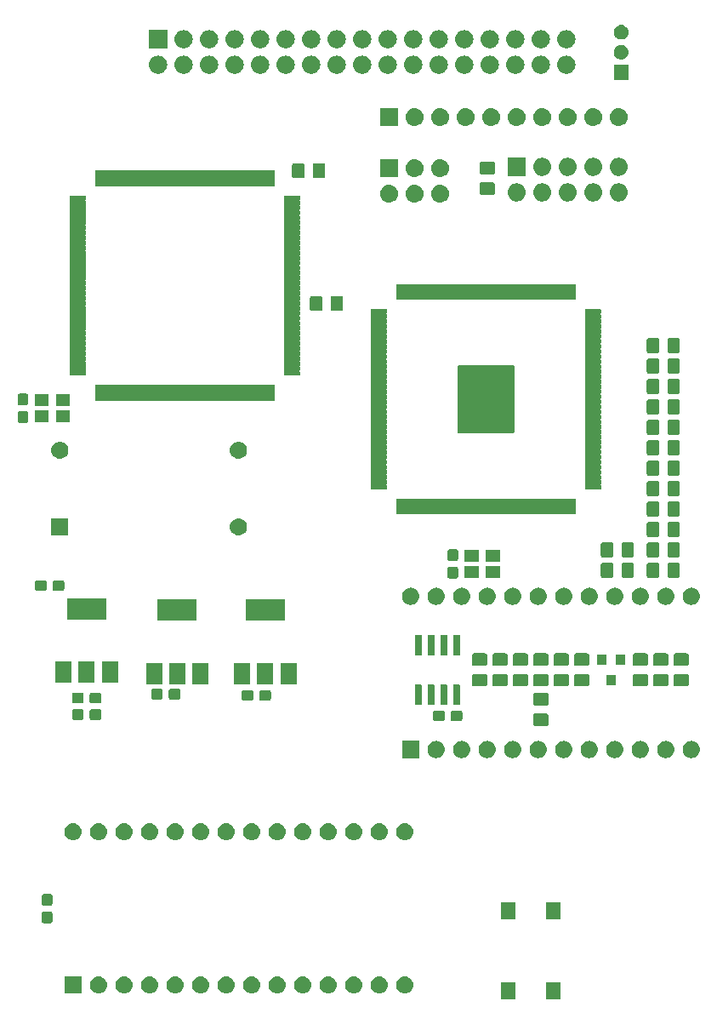
<source format=gbr>
G04 #@! TF.GenerationSoftware,KiCad,Pcbnew,(5.1.2-1)-1*
G04 #@! TF.CreationDate,2020-07-05T10:41:52+01:00*
G04 #@! TF.ProjectId,MZ80-80CLR,4d5a3830-2d38-4304-934c-522e6b696361,rev?*
G04 #@! TF.SameCoordinates,Original*
G04 #@! TF.FileFunction,Soldermask,Top*
G04 #@! TF.FilePolarity,Negative*
%FSLAX46Y46*%
G04 Gerber Fmt 4.6, Leading zero omitted, Abs format (unit mm)*
G04 Created by KiCad (PCBNEW (5.1.2-1)-1) date 2020-07-05 10:41:52*
%MOMM*%
%LPD*%
G04 APERTURE LIST*
%ADD10C,0.100000*%
G04 APERTURE END LIST*
D10*
G36*
X124998000Y-131679000D02*
G01*
X123596000Y-131679000D01*
X123596000Y-130027000D01*
X124998000Y-130027000D01*
X124998000Y-131679000D01*
X124998000Y-131679000D01*
G37*
G36*
X120498000Y-131679000D02*
G01*
X119096000Y-131679000D01*
X119096000Y-130027000D01*
X120498000Y-130027000D01*
X120498000Y-131679000D01*
X120498000Y-131679000D01*
G37*
G36*
X104586823Y-129431313D02*
G01*
X104747242Y-129479976D01*
X104879906Y-129550886D01*
X104895078Y-129558996D01*
X105024659Y-129665341D01*
X105131004Y-129794922D01*
X105131005Y-129794924D01*
X105210024Y-129942758D01*
X105258687Y-130103177D01*
X105275117Y-130270000D01*
X105258687Y-130436823D01*
X105210024Y-130597242D01*
X105139114Y-130729906D01*
X105131004Y-130745078D01*
X105024659Y-130874659D01*
X104895078Y-130981004D01*
X104895076Y-130981005D01*
X104747242Y-131060024D01*
X104586823Y-131108687D01*
X104461804Y-131121000D01*
X104378196Y-131121000D01*
X104253177Y-131108687D01*
X104092758Y-131060024D01*
X103944924Y-130981005D01*
X103944922Y-130981004D01*
X103815341Y-130874659D01*
X103708996Y-130745078D01*
X103700886Y-130729906D01*
X103629976Y-130597242D01*
X103581313Y-130436823D01*
X103564883Y-130270000D01*
X103581313Y-130103177D01*
X103629976Y-129942758D01*
X103708995Y-129794924D01*
X103708996Y-129794922D01*
X103815341Y-129665341D01*
X103944922Y-129558996D01*
X103960094Y-129550886D01*
X104092758Y-129479976D01*
X104253177Y-129431313D01*
X104378196Y-129419000D01*
X104461804Y-129419000D01*
X104586823Y-129431313D01*
X104586823Y-129431313D01*
G37*
G36*
X102046823Y-129431313D02*
G01*
X102207242Y-129479976D01*
X102339906Y-129550886D01*
X102355078Y-129558996D01*
X102484659Y-129665341D01*
X102591004Y-129794922D01*
X102591005Y-129794924D01*
X102670024Y-129942758D01*
X102718687Y-130103177D01*
X102735117Y-130270000D01*
X102718687Y-130436823D01*
X102670024Y-130597242D01*
X102599114Y-130729906D01*
X102591004Y-130745078D01*
X102484659Y-130874659D01*
X102355078Y-130981004D01*
X102355076Y-130981005D01*
X102207242Y-131060024D01*
X102046823Y-131108687D01*
X101921804Y-131121000D01*
X101838196Y-131121000D01*
X101713177Y-131108687D01*
X101552758Y-131060024D01*
X101404924Y-130981005D01*
X101404922Y-130981004D01*
X101275341Y-130874659D01*
X101168996Y-130745078D01*
X101160886Y-130729906D01*
X101089976Y-130597242D01*
X101041313Y-130436823D01*
X101024883Y-130270000D01*
X101041313Y-130103177D01*
X101089976Y-129942758D01*
X101168995Y-129794924D01*
X101168996Y-129794922D01*
X101275341Y-129665341D01*
X101404922Y-129558996D01*
X101420094Y-129550886D01*
X101552758Y-129479976D01*
X101713177Y-129431313D01*
X101838196Y-129419000D01*
X101921804Y-129419000D01*
X102046823Y-129431313D01*
X102046823Y-129431313D01*
G37*
G36*
X99506823Y-129431313D02*
G01*
X99667242Y-129479976D01*
X99799906Y-129550886D01*
X99815078Y-129558996D01*
X99944659Y-129665341D01*
X100051004Y-129794922D01*
X100051005Y-129794924D01*
X100130024Y-129942758D01*
X100178687Y-130103177D01*
X100195117Y-130270000D01*
X100178687Y-130436823D01*
X100130024Y-130597242D01*
X100059114Y-130729906D01*
X100051004Y-130745078D01*
X99944659Y-130874659D01*
X99815078Y-130981004D01*
X99815076Y-130981005D01*
X99667242Y-131060024D01*
X99506823Y-131108687D01*
X99381804Y-131121000D01*
X99298196Y-131121000D01*
X99173177Y-131108687D01*
X99012758Y-131060024D01*
X98864924Y-130981005D01*
X98864922Y-130981004D01*
X98735341Y-130874659D01*
X98628996Y-130745078D01*
X98620886Y-130729906D01*
X98549976Y-130597242D01*
X98501313Y-130436823D01*
X98484883Y-130270000D01*
X98501313Y-130103177D01*
X98549976Y-129942758D01*
X98628995Y-129794924D01*
X98628996Y-129794922D01*
X98735341Y-129665341D01*
X98864922Y-129558996D01*
X98880094Y-129550886D01*
X99012758Y-129479976D01*
X99173177Y-129431313D01*
X99298196Y-129419000D01*
X99381804Y-129419000D01*
X99506823Y-129431313D01*
X99506823Y-129431313D01*
G37*
G36*
X96966823Y-129431313D02*
G01*
X97127242Y-129479976D01*
X97259906Y-129550886D01*
X97275078Y-129558996D01*
X97404659Y-129665341D01*
X97511004Y-129794922D01*
X97511005Y-129794924D01*
X97590024Y-129942758D01*
X97638687Y-130103177D01*
X97655117Y-130270000D01*
X97638687Y-130436823D01*
X97590024Y-130597242D01*
X97519114Y-130729906D01*
X97511004Y-130745078D01*
X97404659Y-130874659D01*
X97275078Y-130981004D01*
X97275076Y-130981005D01*
X97127242Y-131060024D01*
X96966823Y-131108687D01*
X96841804Y-131121000D01*
X96758196Y-131121000D01*
X96633177Y-131108687D01*
X96472758Y-131060024D01*
X96324924Y-130981005D01*
X96324922Y-130981004D01*
X96195341Y-130874659D01*
X96088996Y-130745078D01*
X96080886Y-130729906D01*
X96009976Y-130597242D01*
X95961313Y-130436823D01*
X95944883Y-130270000D01*
X95961313Y-130103177D01*
X96009976Y-129942758D01*
X96088995Y-129794924D01*
X96088996Y-129794922D01*
X96195341Y-129665341D01*
X96324922Y-129558996D01*
X96340094Y-129550886D01*
X96472758Y-129479976D01*
X96633177Y-129431313D01*
X96758196Y-129419000D01*
X96841804Y-129419000D01*
X96966823Y-129431313D01*
X96966823Y-129431313D01*
G37*
G36*
X94426823Y-129431313D02*
G01*
X94587242Y-129479976D01*
X94719906Y-129550886D01*
X94735078Y-129558996D01*
X94864659Y-129665341D01*
X94971004Y-129794922D01*
X94971005Y-129794924D01*
X95050024Y-129942758D01*
X95098687Y-130103177D01*
X95115117Y-130270000D01*
X95098687Y-130436823D01*
X95050024Y-130597242D01*
X94979114Y-130729906D01*
X94971004Y-130745078D01*
X94864659Y-130874659D01*
X94735078Y-130981004D01*
X94735076Y-130981005D01*
X94587242Y-131060024D01*
X94426823Y-131108687D01*
X94301804Y-131121000D01*
X94218196Y-131121000D01*
X94093177Y-131108687D01*
X93932758Y-131060024D01*
X93784924Y-130981005D01*
X93784922Y-130981004D01*
X93655341Y-130874659D01*
X93548996Y-130745078D01*
X93540886Y-130729906D01*
X93469976Y-130597242D01*
X93421313Y-130436823D01*
X93404883Y-130270000D01*
X93421313Y-130103177D01*
X93469976Y-129942758D01*
X93548995Y-129794924D01*
X93548996Y-129794922D01*
X93655341Y-129665341D01*
X93784922Y-129558996D01*
X93800094Y-129550886D01*
X93932758Y-129479976D01*
X94093177Y-129431313D01*
X94218196Y-129419000D01*
X94301804Y-129419000D01*
X94426823Y-129431313D01*
X94426823Y-129431313D01*
G37*
G36*
X91886823Y-129431313D02*
G01*
X92047242Y-129479976D01*
X92179906Y-129550886D01*
X92195078Y-129558996D01*
X92324659Y-129665341D01*
X92431004Y-129794922D01*
X92431005Y-129794924D01*
X92510024Y-129942758D01*
X92558687Y-130103177D01*
X92575117Y-130270000D01*
X92558687Y-130436823D01*
X92510024Y-130597242D01*
X92439114Y-130729906D01*
X92431004Y-130745078D01*
X92324659Y-130874659D01*
X92195078Y-130981004D01*
X92195076Y-130981005D01*
X92047242Y-131060024D01*
X91886823Y-131108687D01*
X91761804Y-131121000D01*
X91678196Y-131121000D01*
X91553177Y-131108687D01*
X91392758Y-131060024D01*
X91244924Y-130981005D01*
X91244922Y-130981004D01*
X91115341Y-130874659D01*
X91008996Y-130745078D01*
X91000886Y-130729906D01*
X90929976Y-130597242D01*
X90881313Y-130436823D01*
X90864883Y-130270000D01*
X90881313Y-130103177D01*
X90929976Y-129942758D01*
X91008995Y-129794924D01*
X91008996Y-129794922D01*
X91115341Y-129665341D01*
X91244922Y-129558996D01*
X91260094Y-129550886D01*
X91392758Y-129479976D01*
X91553177Y-129431313D01*
X91678196Y-129419000D01*
X91761804Y-129419000D01*
X91886823Y-129431313D01*
X91886823Y-129431313D01*
G37*
G36*
X89346823Y-129431313D02*
G01*
X89507242Y-129479976D01*
X89639906Y-129550886D01*
X89655078Y-129558996D01*
X89784659Y-129665341D01*
X89891004Y-129794922D01*
X89891005Y-129794924D01*
X89970024Y-129942758D01*
X90018687Y-130103177D01*
X90035117Y-130270000D01*
X90018687Y-130436823D01*
X89970024Y-130597242D01*
X89899114Y-130729906D01*
X89891004Y-130745078D01*
X89784659Y-130874659D01*
X89655078Y-130981004D01*
X89655076Y-130981005D01*
X89507242Y-131060024D01*
X89346823Y-131108687D01*
X89221804Y-131121000D01*
X89138196Y-131121000D01*
X89013177Y-131108687D01*
X88852758Y-131060024D01*
X88704924Y-130981005D01*
X88704922Y-130981004D01*
X88575341Y-130874659D01*
X88468996Y-130745078D01*
X88460886Y-130729906D01*
X88389976Y-130597242D01*
X88341313Y-130436823D01*
X88324883Y-130270000D01*
X88341313Y-130103177D01*
X88389976Y-129942758D01*
X88468995Y-129794924D01*
X88468996Y-129794922D01*
X88575341Y-129665341D01*
X88704922Y-129558996D01*
X88720094Y-129550886D01*
X88852758Y-129479976D01*
X89013177Y-129431313D01*
X89138196Y-129419000D01*
X89221804Y-129419000D01*
X89346823Y-129431313D01*
X89346823Y-129431313D01*
G37*
G36*
X86806823Y-129431313D02*
G01*
X86967242Y-129479976D01*
X87099906Y-129550886D01*
X87115078Y-129558996D01*
X87244659Y-129665341D01*
X87351004Y-129794922D01*
X87351005Y-129794924D01*
X87430024Y-129942758D01*
X87478687Y-130103177D01*
X87495117Y-130270000D01*
X87478687Y-130436823D01*
X87430024Y-130597242D01*
X87359114Y-130729906D01*
X87351004Y-130745078D01*
X87244659Y-130874659D01*
X87115078Y-130981004D01*
X87115076Y-130981005D01*
X86967242Y-131060024D01*
X86806823Y-131108687D01*
X86681804Y-131121000D01*
X86598196Y-131121000D01*
X86473177Y-131108687D01*
X86312758Y-131060024D01*
X86164924Y-130981005D01*
X86164922Y-130981004D01*
X86035341Y-130874659D01*
X85928996Y-130745078D01*
X85920886Y-130729906D01*
X85849976Y-130597242D01*
X85801313Y-130436823D01*
X85784883Y-130270000D01*
X85801313Y-130103177D01*
X85849976Y-129942758D01*
X85928995Y-129794924D01*
X85928996Y-129794922D01*
X86035341Y-129665341D01*
X86164922Y-129558996D01*
X86180094Y-129550886D01*
X86312758Y-129479976D01*
X86473177Y-129431313D01*
X86598196Y-129419000D01*
X86681804Y-129419000D01*
X86806823Y-129431313D01*
X86806823Y-129431313D01*
G37*
G36*
X84266823Y-129431313D02*
G01*
X84427242Y-129479976D01*
X84559906Y-129550886D01*
X84575078Y-129558996D01*
X84704659Y-129665341D01*
X84811004Y-129794922D01*
X84811005Y-129794924D01*
X84890024Y-129942758D01*
X84938687Y-130103177D01*
X84955117Y-130270000D01*
X84938687Y-130436823D01*
X84890024Y-130597242D01*
X84819114Y-130729906D01*
X84811004Y-130745078D01*
X84704659Y-130874659D01*
X84575078Y-130981004D01*
X84575076Y-130981005D01*
X84427242Y-131060024D01*
X84266823Y-131108687D01*
X84141804Y-131121000D01*
X84058196Y-131121000D01*
X83933177Y-131108687D01*
X83772758Y-131060024D01*
X83624924Y-130981005D01*
X83624922Y-130981004D01*
X83495341Y-130874659D01*
X83388996Y-130745078D01*
X83380886Y-130729906D01*
X83309976Y-130597242D01*
X83261313Y-130436823D01*
X83244883Y-130270000D01*
X83261313Y-130103177D01*
X83309976Y-129942758D01*
X83388995Y-129794924D01*
X83388996Y-129794922D01*
X83495341Y-129665341D01*
X83624922Y-129558996D01*
X83640094Y-129550886D01*
X83772758Y-129479976D01*
X83933177Y-129431313D01*
X84058196Y-129419000D01*
X84141804Y-129419000D01*
X84266823Y-129431313D01*
X84266823Y-129431313D01*
G37*
G36*
X81726823Y-129431313D02*
G01*
X81887242Y-129479976D01*
X82019906Y-129550886D01*
X82035078Y-129558996D01*
X82164659Y-129665341D01*
X82271004Y-129794922D01*
X82271005Y-129794924D01*
X82350024Y-129942758D01*
X82398687Y-130103177D01*
X82415117Y-130270000D01*
X82398687Y-130436823D01*
X82350024Y-130597242D01*
X82279114Y-130729906D01*
X82271004Y-130745078D01*
X82164659Y-130874659D01*
X82035078Y-130981004D01*
X82035076Y-130981005D01*
X81887242Y-131060024D01*
X81726823Y-131108687D01*
X81601804Y-131121000D01*
X81518196Y-131121000D01*
X81393177Y-131108687D01*
X81232758Y-131060024D01*
X81084924Y-130981005D01*
X81084922Y-130981004D01*
X80955341Y-130874659D01*
X80848996Y-130745078D01*
X80840886Y-130729906D01*
X80769976Y-130597242D01*
X80721313Y-130436823D01*
X80704883Y-130270000D01*
X80721313Y-130103177D01*
X80769976Y-129942758D01*
X80848995Y-129794924D01*
X80848996Y-129794922D01*
X80955341Y-129665341D01*
X81084922Y-129558996D01*
X81100094Y-129550886D01*
X81232758Y-129479976D01*
X81393177Y-129431313D01*
X81518196Y-129419000D01*
X81601804Y-129419000D01*
X81726823Y-129431313D01*
X81726823Y-129431313D01*
G37*
G36*
X79186823Y-129431313D02*
G01*
X79347242Y-129479976D01*
X79479906Y-129550886D01*
X79495078Y-129558996D01*
X79624659Y-129665341D01*
X79731004Y-129794922D01*
X79731005Y-129794924D01*
X79810024Y-129942758D01*
X79858687Y-130103177D01*
X79875117Y-130270000D01*
X79858687Y-130436823D01*
X79810024Y-130597242D01*
X79739114Y-130729906D01*
X79731004Y-130745078D01*
X79624659Y-130874659D01*
X79495078Y-130981004D01*
X79495076Y-130981005D01*
X79347242Y-131060024D01*
X79186823Y-131108687D01*
X79061804Y-131121000D01*
X78978196Y-131121000D01*
X78853177Y-131108687D01*
X78692758Y-131060024D01*
X78544924Y-130981005D01*
X78544922Y-130981004D01*
X78415341Y-130874659D01*
X78308996Y-130745078D01*
X78300886Y-130729906D01*
X78229976Y-130597242D01*
X78181313Y-130436823D01*
X78164883Y-130270000D01*
X78181313Y-130103177D01*
X78229976Y-129942758D01*
X78308995Y-129794924D01*
X78308996Y-129794922D01*
X78415341Y-129665341D01*
X78544922Y-129558996D01*
X78560094Y-129550886D01*
X78692758Y-129479976D01*
X78853177Y-129431313D01*
X78978196Y-129419000D01*
X79061804Y-129419000D01*
X79186823Y-129431313D01*
X79186823Y-129431313D01*
G37*
G36*
X77331000Y-131121000D02*
G01*
X75629000Y-131121000D01*
X75629000Y-129419000D01*
X77331000Y-129419000D01*
X77331000Y-131121000D01*
X77331000Y-131121000D01*
G37*
G36*
X107126823Y-129431313D02*
G01*
X107287242Y-129479976D01*
X107419906Y-129550886D01*
X107435078Y-129558996D01*
X107564659Y-129665341D01*
X107671004Y-129794922D01*
X107671005Y-129794924D01*
X107750024Y-129942758D01*
X107798687Y-130103177D01*
X107815117Y-130270000D01*
X107798687Y-130436823D01*
X107750024Y-130597242D01*
X107679114Y-130729906D01*
X107671004Y-130745078D01*
X107564659Y-130874659D01*
X107435078Y-130981004D01*
X107435076Y-130981005D01*
X107287242Y-131060024D01*
X107126823Y-131108687D01*
X107001804Y-131121000D01*
X106918196Y-131121000D01*
X106793177Y-131108687D01*
X106632758Y-131060024D01*
X106484924Y-130981005D01*
X106484922Y-130981004D01*
X106355341Y-130874659D01*
X106248996Y-130745078D01*
X106240886Y-130729906D01*
X106169976Y-130597242D01*
X106121313Y-130436823D01*
X106104883Y-130270000D01*
X106121313Y-130103177D01*
X106169976Y-129942758D01*
X106248995Y-129794924D01*
X106248996Y-129794922D01*
X106355341Y-129665341D01*
X106484922Y-129558996D01*
X106500094Y-129550886D01*
X106632758Y-129479976D01*
X106793177Y-129431313D01*
X106918196Y-129419000D01*
X107001804Y-129419000D01*
X107126823Y-129431313D01*
X107126823Y-129431313D01*
G37*
G36*
X109666823Y-129431313D02*
G01*
X109827242Y-129479976D01*
X109959906Y-129550886D01*
X109975078Y-129558996D01*
X110104659Y-129665341D01*
X110211004Y-129794922D01*
X110211005Y-129794924D01*
X110290024Y-129942758D01*
X110338687Y-130103177D01*
X110355117Y-130270000D01*
X110338687Y-130436823D01*
X110290024Y-130597242D01*
X110219114Y-130729906D01*
X110211004Y-130745078D01*
X110104659Y-130874659D01*
X109975078Y-130981004D01*
X109975076Y-130981005D01*
X109827242Y-131060024D01*
X109666823Y-131108687D01*
X109541804Y-131121000D01*
X109458196Y-131121000D01*
X109333177Y-131108687D01*
X109172758Y-131060024D01*
X109024924Y-130981005D01*
X109024922Y-130981004D01*
X108895341Y-130874659D01*
X108788996Y-130745078D01*
X108780886Y-130729906D01*
X108709976Y-130597242D01*
X108661313Y-130436823D01*
X108644883Y-130270000D01*
X108661313Y-130103177D01*
X108709976Y-129942758D01*
X108788995Y-129794924D01*
X108788996Y-129794922D01*
X108895341Y-129665341D01*
X109024922Y-129558996D01*
X109040094Y-129550886D01*
X109172758Y-129479976D01*
X109333177Y-129431313D01*
X109458196Y-129419000D01*
X109541804Y-129419000D01*
X109666823Y-129431313D01*
X109666823Y-129431313D01*
G37*
G36*
X74278499Y-122985445D02*
G01*
X74315995Y-122996820D01*
X74350554Y-123015292D01*
X74380847Y-123040153D01*
X74405708Y-123070446D01*
X74424180Y-123105005D01*
X74435555Y-123142501D01*
X74440000Y-123187638D01*
X74440000Y-123926362D01*
X74435555Y-123971499D01*
X74424180Y-124008995D01*
X74405708Y-124043554D01*
X74380847Y-124073847D01*
X74350554Y-124098708D01*
X74315995Y-124117180D01*
X74278499Y-124128555D01*
X74233362Y-124133000D01*
X73594638Y-124133000D01*
X73549501Y-124128555D01*
X73512005Y-124117180D01*
X73477446Y-124098708D01*
X73447153Y-124073847D01*
X73422292Y-124043554D01*
X73403820Y-124008995D01*
X73392445Y-123971499D01*
X73388000Y-123926362D01*
X73388000Y-123187638D01*
X73392445Y-123142501D01*
X73403820Y-123105005D01*
X73422292Y-123070446D01*
X73447153Y-123040153D01*
X73477446Y-123015292D01*
X73512005Y-122996820D01*
X73549501Y-122985445D01*
X73594638Y-122981000D01*
X74233362Y-122981000D01*
X74278499Y-122985445D01*
X74278499Y-122985445D01*
G37*
G36*
X124998000Y-123719000D02*
G01*
X123596000Y-123719000D01*
X123596000Y-122067000D01*
X124998000Y-122067000D01*
X124998000Y-123719000D01*
X124998000Y-123719000D01*
G37*
G36*
X120498000Y-123719000D02*
G01*
X119096000Y-123719000D01*
X119096000Y-122067000D01*
X120498000Y-122067000D01*
X120498000Y-123719000D01*
X120498000Y-123719000D01*
G37*
G36*
X74278499Y-121235445D02*
G01*
X74315995Y-121246820D01*
X74350554Y-121265292D01*
X74380847Y-121290153D01*
X74405708Y-121320446D01*
X74424180Y-121355005D01*
X74435555Y-121392501D01*
X74440000Y-121437638D01*
X74440000Y-122176362D01*
X74435555Y-122221499D01*
X74424180Y-122258995D01*
X74405708Y-122293554D01*
X74380847Y-122323847D01*
X74350554Y-122348708D01*
X74315995Y-122367180D01*
X74278499Y-122378555D01*
X74233362Y-122383000D01*
X73594638Y-122383000D01*
X73549501Y-122378555D01*
X73512005Y-122367180D01*
X73477446Y-122348708D01*
X73447153Y-122323847D01*
X73422292Y-122293554D01*
X73403820Y-122258995D01*
X73392445Y-122221499D01*
X73388000Y-122176362D01*
X73388000Y-121437638D01*
X73392445Y-121392501D01*
X73403820Y-121355005D01*
X73422292Y-121320446D01*
X73447153Y-121290153D01*
X73477446Y-121265292D01*
X73512005Y-121246820D01*
X73549501Y-121235445D01*
X73594638Y-121231000D01*
X74233362Y-121231000D01*
X74278499Y-121235445D01*
X74278499Y-121235445D01*
G37*
G36*
X109666823Y-114191313D02*
G01*
X109827242Y-114239976D01*
X109959906Y-114310886D01*
X109975078Y-114318996D01*
X110104659Y-114425341D01*
X110211004Y-114554922D01*
X110211005Y-114554924D01*
X110290024Y-114702758D01*
X110338687Y-114863177D01*
X110355117Y-115030000D01*
X110338687Y-115196823D01*
X110290024Y-115357242D01*
X110219114Y-115489906D01*
X110211004Y-115505078D01*
X110104659Y-115634659D01*
X109975078Y-115741004D01*
X109975076Y-115741005D01*
X109827242Y-115820024D01*
X109666823Y-115868687D01*
X109541804Y-115881000D01*
X109458196Y-115881000D01*
X109333177Y-115868687D01*
X109172758Y-115820024D01*
X109024924Y-115741005D01*
X109024922Y-115741004D01*
X108895341Y-115634659D01*
X108788996Y-115505078D01*
X108780886Y-115489906D01*
X108709976Y-115357242D01*
X108661313Y-115196823D01*
X108644883Y-115030000D01*
X108661313Y-114863177D01*
X108709976Y-114702758D01*
X108788995Y-114554924D01*
X108788996Y-114554922D01*
X108895341Y-114425341D01*
X109024922Y-114318996D01*
X109040094Y-114310886D01*
X109172758Y-114239976D01*
X109333177Y-114191313D01*
X109458196Y-114179000D01*
X109541804Y-114179000D01*
X109666823Y-114191313D01*
X109666823Y-114191313D01*
G37*
G36*
X107126823Y-114191313D02*
G01*
X107287242Y-114239976D01*
X107419906Y-114310886D01*
X107435078Y-114318996D01*
X107564659Y-114425341D01*
X107671004Y-114554922D01*
X107671005Y-114554924D01*
X107750024Y-114702758D01*
X107798687Y-114863177D01*
X107815117Y-115030000D01*
X107798687Y-115196823D01*
X107750024Y-115357242D01*
X107679114Y-115489906D01*
X107671004Y-115505078D01*
X107564659Y-115634659D01*
X107435078Y-115741004D01*
X107435076Y-115741005D01*
X107287242Y-115820024D01*
X107126823Y-115868687D01*
X107001804Y-115881000D01*
X106918196Y-115881000D01*
X106793177Y-115868687D01*
X106632758Y-115820024D01*
X106484924Y-115741005D01*
X106484922Y-115741004D01*
X106355341Y-115634659D01*
X106248996Y-115505078D01*
X106240886Y-115489906D01*
X106169976Y-115357242D01*
X106121313Y-115196823D01*
X106104883Y-115030000D01*
X106121313Y-114863177D01*
X106169976Y-114702758D01*
X106248995Y-114554924D01*
X106248996Y-114554922D01*
X106355341Y-114425341D01*
X106484922Y-114318996D01*
X106500094Y-114310886D01*
X106632758Y-114239976D01*
X106793177Y-114191313D01*
X106918196Y-114179000D01*
X107001804Y-114179000D01*
X107126823Y-114191313D01*
X107126823Y-114191313D01*
G37*
G36*
X104586823Y-114191313D02*
G01*
X104747242Y-114239976D01*
X104879906Y-114310886D01*
X104895078Y-114318996D01*
X105024659Y-114425341D01*
X105131004Y-114554922D01*
X105131005Y-114554924D01*
X105210024Y-114702758D01*
X105258687Y-114863177D01*
X105275117Y-115030000D01*
X105258687Y-115196823D01*
X105210024Y-115357242D01*
X105139114Y-115489906D01*
X105131004Y-115505078D01*
X105024659Y-115634659D01*
X104895078Y-115741004D01*
X104895076Y-115741005D01*
X104747242Y-115820024D01*
X104586823Y-115868687D01*
X104461804Y-115881000D01*
X104378196Y-115881000D01*
X104253177Y-115868687D01*
X104092758Y-115820024D01*
X103944924Y-115741005D01*
X103944922Y-115741004D01*
X103815341Y-115634659D01*
X103708996Y-115505078D01*
X103700886Y-115489906D01*
X103629976Y-115357242D01*
X103581313Y-115196823D01*
X103564883Y-115030000D01*
X103581313Y-114863177D01*
X103629976Y-114702758D01*
X103708995Y-114554924D01*
X103708996Y-114554922D01*
X103815341Y-114425341D01*
X103944922Y-114318996D01*
X103960094Y-114310886D01*
X104092758Y-114239976D01*
X104253177Y-114191313D01*
X104378196Y-114179000D01*
X104461804Y-114179000D01*
X104586823Y-114191313D01*
X104586823Y-114191313D01*
G37*
G36*
X102046823Y-114191313D02*
G01*
X102207242Y-114239976D01*
X102339906Y-114310886D01*
X102355078Y-114318996D01*
X102484659Y-114425341D01*
X102591004Y-114554922D01*
X102591005Y-114554924D01*
X102670024Y-114702758D01*
X102718687Y-114863177D01*
X102735117Y-115030000D01*
X102718687Y-115196823D01*
X102670024Y-115357242D01*
X102599114Y-115489906D01*
X102591004Y-115505078D01*
X102484659Y-115634659D01*
X102355078Y-115741004D01*
X102355076Y-115741005D01*
X102207242Y-115820024D01*
X102046823Y-115868687D01*
X101921804Y-115881000D01*
X101838196Y-115881000D01*
X101713177Y-115868687D01*
X101552758Y-115820024D01*
X101404924Y-115741005D01*
X101404922Y-115741004D01*
X101275341Y-115634659D01*
X101168996Y-115505078D01*
X101160886Y-115489906D01*
X101089976Y-115357242D01*
X101041313Y-115196823D01*
X101024883Y-115030000D01*
X101041313Y-114863177D01*
X101089976Y-114702758D01*
X101168995Y-114554924D01*
X101168996Y-114554922D01*
X101275341Y-114425341D01*
X101404922Y-114318996D01*
X101420094Y-114310886D01*
X101552758Y-114239976D01*
X101713177Y-114191313D01*
X101838196Y-114179000D01*
X101921804Y-114179000D01*
X102046823Y-114191313D01*
X102046823Y-114191313D01*
G37*
G36*
X99506823Y-114191313D02*
G01*
X99667242Y-114239976D01*
X99799906Y-114310886D01*
X99815078Y-114318996D01*
X99944659Y-114425341D01*
X100051004Y-114554922D01*
X100051005Y-114554924D01*
X100130024Y-114702758D01*
X100178687Y-114863177D01*
X100195117Y-115030000D01*
X100178687Y-115196823D01*
X100130024Y-115357242D01*
X100059114Y-115489906D01*
X100051004Y-115505078D01*
X99944659Y-115634659D01*
X99815078Y-115741004D01*
X99815076Y-115741005D01*
X99667242Y-115820024D01*
X99506823Y-115868687D01*
X99381804Y-115881000D01*
X99298196Y-115881000D01*
X99173177Y-115868687D01*
X99012758Y-115820024D01*
X98864924Y-115741005D01*
X98864922Y-115741004D01*
X98735341Y-115634659D01*
X98628996Y-115505078D01*
X98620886Y-115489906D01*
X98549976Y-115357242D01*
X98501313Y-115196823D01*
X98484883Y-115030000D01*
X98501313Y-114863177D01*
X98549976Y-114702758D01*
X98628995Y-114554924D01*
X98628996Y-114554922D01*
X98735341Y-114425341D01*
X98864922Y-114318996D01*
X98880094Y-114310886D01*
X99012758Y-114239976D01*
X99173177Y-114191313D01*
X99298196Y-114179000D01*
X99381804Y-114179000D01*
X99506823Y-114191313D01*
X99506823Y-114191313D01*
G37*
G36*
X96966823Y-114191313D02*
G01*
X97127242Y-114239976D01*
X97259906Y-114310886D01*
X97275078Y-114318996D01*
X97404659Y-114425341D01*
X97511004Y-114554922D01*
X97511005Y-114554924D01*
X97590024Y-114702758D01*
X97638687Y-114863177D01*
X97655117Y-115030000D01*
X97638687Y-115196823D01*
X97590024Y-115357242D01*
X97519114Y-115489906D01*
X97511004Y-115505078D01*
X97404659Y-115634659D01*
X97275078Y-115741004D01*
X97275076Y-115741005D01*
X97127242Y-115820024D01*
X96966823Y-115868687D01*
X96841804Y-115881000D01*
X96758196Y-115881000D01*
X96633177Y-115868687D01*
X96472758Y-115820024D01*
X96324924Y-115741005D01*
X96324922Y-115741004D01*
X96195341Y-115634659D01*
X96088996Y-115505078D01*
X96080886Y-115489906D01*
X96009976Y-115357242D01*
X95961313Y-115196823D01*
X95944883Y-115030000D01*
X95961313Y-114863177D01*
X96009976Y-114702758D01*
X96088995Y-114554924D01*
X96088996Y-114554922D01*
X96195341Y-114425341D01*
X96324922Y-114318996D01*
X96340094Y-114310886D01*
X96472758Y-114239976D01*
X96633177Y-114191313D01*
X96758196Y-114179000D01*
X96841804Y-114179000D01*
X96966823Y-114191313D01*
X96966823Y-114191313D01*
G37*
G36*
X94426823Y-114191313D02*
G01*
X94587242Y-114239976D01*
X94719906Y-114310886D01*
X94735078Y-114318996D01*
X94864659Y-114425341D01*
X94971004Y-114554922D01*
X94971005Y-114554924D01*
X95050024Y-114702758D01*
X95098687Y-114863177D01*
X95115117Y-115030000D01*
X95098687Y-115196823D01*
X95050024Y-115357242D01*
X94979114Y-115489906D01*
X94971004Y-115505078D01*
X94864659Y-115634659D01*
X94735078Y-115741004D01*
X94735076Y-115741005D01*
X94587242Y-115820024D01*
X94426823Y-115868687D01*
X94301804Y-115881000D01*
X94218196Y-115881000D01*
X94093177Y-115868687D01*
X93932758Y-115820024D01*
X93784924Y-115741005D01*
X93784922Y-115741004D01*
X93655341Y-115634659D01*
X93548996Y-115505078D01*
X93540886Y-115489906D01*
X93469976Y-115357242D01*
X93421313Y-115196823D01*
X93404883Y-115030000D01*
X93421313Y-114863177D01*
X93469976Y-114702758D01*
X93548995Y-114554924D01*
X93548996Y-114554922D01*
X93655341Y-114425341D01*
X93784922Y-114318996D01*
X93800094Y-114310886D01*
X93932758Y-114239976D01*
X94093177Y-114191313D01*
X94218196Y-114179000D01*
X94301804Y-114179000D01*
X94426823Y-114191313D01*
X94426823Y-114191313D01*
G37*
G36*
X91886823Y-114191313D02*
G01*
X92047242Y-114239976D01*
X92179906Y-114310886D01*
X92195078Y-114318996D01*
X92324659Y-114425341D01*
X92431004Y-114554922D01*
X92431005Y-114554924D01*
X92510024Y-114702758D01*
X92558687Y-114863177D01*
X92575117Y-115030000D01*
X92558687Y-115196823D01*
X92510024Y-115357242D01*
X92439114Y-115489906D01*
X92431004Y-115505078D01*
X92324659Y-115634659D01*
X92195078Y-115741004D01*
X92195076Y-115741005D01*
X92047242Y-115820024D01*
X91886823Y-115868687D01*
X91761804Y-115881000D01*
X91678196Y-115881000D01*
X91553177Y-115868687D01*
X91392758Y-115820024D01*
X91244924Y-115741005D01*
X91244922Y-115741004D01*
X91115341Y-115634659D01*
X91008996Y-115505078D01*
X91000886Y-115489906D01*
X90929976Y-115357242D01*
X90881313Y-115196823D01*
X90864883Y-115030000D01*
X90881313Y-114863177D01*
X90929976Y-114702758D01*
X91008995Y-114554924D01*
X91008996Y-114554922D01*
X91115341Y-114425341D01*
X91244922Y-114318996D01*
X91260094Y-114310886D01*
X91392758Y-114239976D01*
X91553177Y-114191313D01*
X91678196Y-114179000D01*
X91761804Y-114179000D01*
X91886823Y-114191313D01*
X91886823Y-114191313D01*
G37*
G36*
X89346823Y-114191313D02*
G01*
X89507242Y-114239976D01*
X89639906Y-114310886D01*
X89655078Y-114318996D01*
X89784659Y-114425341D01*
X89891004Y-114554922D01*
X89891005Y-114554924D01*
X89970024Y-114702758D01*
X90018687Y-114863177D01*
X90035117Y-115030000D01*
X90018687Y-115196823D01*
X89970024Y-115357242D01*
X89899114Y-115489906D01*
X89891004Y-115505078D01*
X89784659Y-115634659D01*
X89655078Y-115741004D01*
X89655076Y-115741005D01*
X89507242Y-115820024D01*
X89346823Y-115868687D01*
X89221804Y-115881000D01*
X89138196Y-115881000D01*
X89013177Y-115868687D01*
X88852758Y-115820024D01*
X88704924Y-115741005D01*
X88704922Y-115741004D01*
X88575341Y-115634659D01*
X88468996Y-115505078D01*
X88460886Y-115489906D01*
X88389976Y-115357242D01*
X88341313Y-115196823D01*
X88324883Y-115030000D01*
X88341313Y-114863177D01*
X88389976Y-114702758D01*
X88468995Y-114554924D01*
X88468996Y-114554922D01*
X88575341Y-114425341D01*
X88704922Y-114318996D01*
X88720094Y-114310886D01*
X88852758Y-114239976D01*
X89013177Y-114191313D01*
X89138196Y-114179000D01*
X89221804Y-114179000D01*
X89346823Y-114191313D01*
X89346823Y-114191313D01*
G37*
G36*
X76646823Y-114191313D02*
G01*
X76807242Y-114239976D01*
X76939906Y-114310886D01*
X76955078Y-114318996D01*
X77084659Y-114425341D01*
X77191004Y-114554922D01*
X77191005Y-114554924D01*
X77270024Y-114702758D01*
X77318687Y-114863177D01*
X77335117Y-115030000D01*
X77318687Y-115196823D01*
X77270024Y-115357242D01*
X77199114Y-115489906D01*
X77191004Y-115505078D01*
X77084659Y-115634659D01*
X76955078Y-115741004D01*
X76955076Y-115741005D01*
X76807242Y-115820024D01*
X76646823Y-115868687D01*
X76521804Y-115881000D01*
X76438196Y-115881000D01*
X76313177Y-115868687D01*
X76152758Y-115820024D01*
X76004924Y-115741005D01*
X76004922Y-115741004D01*
X75875341Y-115634659D01*
X75768996Y-115505078D01*
X75760886Y-115489906D01*
X75689976Y-115357242D01*
X75641313Y-115196823D01*
X75624883Y-115030000D01*
X75641313Y-114863177D01*
X75689976Y-114702758D01*
X75768995Y-114554924D01*
X75768996Y-114554922D01*
X75875341Y-114425341D01*
X76004922Y-114318996D01*
X76020094Y-114310886D01*
X76152758Y-114239976D01*
X76313177Y-114191313D01*
X76438196Y-114179000D01*
X76521804Y-114179000D01*
X76646823Y-114191313D01*
X76646823Y-114191313D01*
G37*
G36*
X86806823Y-114191313D02*
G01*
X86967242Y-114239976D01*
X87099906Y-114310886D01*
X87115078Y-114318996D01*
X87244659Y-114425341D01*
X87351004Y-114554922D01*
X87351005Y-114554924D01*
X87430024Y-114702758D01*
X87478687Y-114863177D01*
X87495117Y-115030000D01*
X87478687Y-115196823D01*
X87430024Y-115357242D01*
X87359114Y-115489906D01*
X87351004Y-115505078D01*
X87244659Y-115634659D01*
X87115078Y-115741004D01*
X87115076Y-115741005D01*
X86967242Y-115820024D01*
X86806823Y-115868687D01*
X86681804Y-115881000D01*
X86598196Y-115881000D01*
X86473177Y-115868687D01*
X86312758Y-115820024D01*
X86164924Y-115741005D01*
X86164922Y-115741004D01*
X86035341Y-115634659D01*
X85928996Y-115505078D01*
X85920886Y-115489906D01*
X85849976Y-115357242D01*
X85801313Y-115196823D01*
X85784883Y-115030000D01*
X85801313Y-114863177D01*
X85849976Y-114702758D01*
X85928995Y-114554924D01*
X85928996Y-114554922D01*
X86035341Y-114425341D01*
X86164922Y-114318996D01*
X86180094Y-114310886D01*
X86312758Y-114239976D01*
X86473177Y-114191313D01*
X86598196Y-114179000D01*
X86681804Y-114179000D01*
X86806823Y-114191313D01*
X86806823Y-114191313D01*
G37*
G36*
X84266823Y-114191313D02*
G01*
X84427242Y-114239976D01*
X84559906Y-114310886D01*
X84575078Y-114318996D01*
X84704659Y-114425341D01*
X84811004Y-114554922D01*
X84811005Y-114554924D01*
X84890024Y-114702758D01*
X84938687Y-114863177D01*
X84955117Y-115030000D01*
X84938687Y-115196823D01*
X84890024Y-115357242D01*
X84819114Y-115489906D01*
X84811004Y-115505078D01*
X84704659Y-115634659D01*
X84575078Y-115741004D01*
X84575076Y-115741005D01*
X84427242Y-115820024D01*
X84266823Y-115868687D01*
X84141804Y-115881000D01*
X84058196Y-115881000D01*
X83933177Y-115868687D01*
X83772758Y-115820024D01*
X83624924Y-115741005D01*
X83624922Y-115741004D01*
X83495341Y-115634659D01*
X83388996Y-115505078D01*
X83380886Y-115489906D01*
X83309976Y-115357242D01*
X83261313Y-115196823D01*
X83244883Y-115030000D01*
X83261313Y-114863177D01*
X83309976Y-114702758D01*
X83388995Y-114554924D01*
X83388996Y-114554922D01*
X83495341Y-114425341D01*
X83624922Y-114318996D01*
X83640094Y-114310886D01*
X83772758Y-114239976D01*
X83933177Y-114191313D01*
X84058196Y-114179000D01*
X84141804Y-114179000D01*
X84266823Y-114191313D01*
X84266823Y-114191313D01*
G37*
G36*
X81726823Y-114191313D02*
G01*
X81887242Y-114239976D01*
X82019906Y-114310886D01*
X82035078Y-114318996D01*
X82164659Y-114425341D01*
X82271004Y-114554922D01*
X82271005Y-114554924D01*
X82350024Y-114702758D01*
X82398687Y-114863177D01*
X82415117Y-115030000D01*
X82398687Y-115196823D01*
X82350024Y-115357242D01*
X82279114Y-115489906D01*
X82271004Y-115505078D01*
X82164659Y-115634659D01*
X82035078Y-115741004D01*
X82035076Y-115741005D01*
X81887242Y-115820024D01*
X81726823Y-115868687D01*
X81601804Y-115881000D01*
X81518196Y-115881000D01*
X81393177Y-115868687D01*
X81232758Y-115820024D01*
X81084924Y-115741005D01*
X81084922Y-115741004D01*
X80955341Y-115634659D01*
X80848996Y-115505078D01*
X80840886Y-115489906D01*
X80769976Y-115357242D01*
X80721313Y-115196823D01*
X80704883Y-115030000D01*
X80721313Y-114863177D01*
X80769976Y-114702758D01*
X80848995Y-114554924D01*
X80848996Y-114554922D01*
X80955341Y-114425341D01*
X81084922Y-114318996D01*
X81100094Y-114310886D01*
X81232758Y-114239976D01*
X81393177Y-114191313D01*
X81518196Y-114179000D01*
X81601804Y-114179000D01*
X81726823Y-114191313D01*
X81726823Y-114191313D01*
G37*
G36*
X79186823Y-114191313D02*
G01*
X79347242Y-114239976D01*
X79479906Y-114310886D01*
X79495078Y-114318996D01*
X79624659Y-114425341D01*
X79731004Y-114554922D01*
X79731005Y-114554924D01*
X79810024Y-114702758D01*
X79858687Y-114863177D01*
X79875117Y-115030000D01*
X79858687Y-115196823D01*
X79810024Y-115357242D01*
X79739114Y-115489906D01*
X79731004Y-115505078D01*
X79624659Y-115634659D01*
X79495078Y-115741004D01*
X79495076Y-115741005D01*
X79347242Y-115820024D01*
X79186823Y-115868687D01*
X79061804Y-115881000D01*
X78978196Y-115881000D01*
X78853177Y-115868687D01*
X78692758Y-115820024D01*
X78544924Y-115741005D01*
X78544922Y-115741004D01*
X78415341Y-115634659D01*
X78308996Y-115505078D01*
X78300886Y-115489906D01*
X78229976Y-115357242D01*
X78181313Y-115196823D01*
X78164883Y-115030000D01*
X78181313Y-114863177D01*
X78229976Y-114702758D01*
X78308995Y-114554924D01*
X78308996Y-114554922D01*
X78415341Y-114425341D01*
X78544922Y-114318996D01*
X78560094Y-114310886D01*
X78692758Y-114239976D01*
X78853177Y-114191313D01*
X78978196Y-114179000D01*
X79061804Y-114179000D01*
X79186823Y-114191313D01*
X79186823Y-114191313D01*
G37*
G36*
X135666823Y-106011313D02*
G01*
X135827242Y-106059976D01*
X135959906Y-106130886D01*
X135975078Y-106138996D01*
X136104659Y-106245341D01*
X136211004Y-106374922D01*
X136211005Y-106374924D01*
X136290024Y-106522758D01*
X136338687Y-106683177D01*
X136355117Y-106850000D01*
X136338687Y-107016823D01*
X136290024Y-107177242D01*
X136219114Y-107309906D01*
X136211004Y-107325078D01*
X136104659Y-107454659D01*
X135975078Y-107561004D01*
X135975076Y-107561005D01*
X135827242Y-107640024D01*
X135666823Y-107688687D01*
X135541804Y-107701000D01*
X135458196Y-107701000D01*
X135333177Y-107688687D01*
X135172758Y-107640024D01*
X135024924Y-107561005D01*
X135024922Y-107561004D01*
X134895341Y-107454659D01*
X134788996Y-107325078D01*
X134780886Y-107309906D01*
X134709976Y-107177242D01*
X134661313Y-107016823D01*
X134644883Y-106850000D01*
X134661313Y-106683177D01*
X134709976Y-106522758D01*
X134788995Y-106374924D01*
X134788996Y-106374922D01*
X134895341Y-106245341D01*
X135024922Y-106138996D01*
X135040094Y-106130886D01*
X135172758Y-106059976D01*
X135333177Y-106011313D01*
X135458196Y-105999000D01*
X135541804Y-105999000D01*
X135666823Y-106011313D01*
X135666823Y-106011313D01*
G37*
G36*
X117886823Y-106011313D02*
G01*
X118047242Y-106059976D01*
X118179906Y-106130886D01*
X118195078Y-106138996D01*
X118324659Y-106245341D01*
X118431004Y-106374922D01*
X118431005Y-106374924D01*
X118510024Y-106522758D01*
X118558687Y-106683177D01*
X118575117Y-106850000D01*
X118558687Y-107016823D01*
X118510024Y-107177242D01*
X118439114Y-107309906D01*
X118431004Y-107325078D01*
X118324659Y-107454659D01*
X118195078Y-107561004D01*
X118195076Y-107561005D01*
X118047242Y-107640024D01*
X117886823Y-107688687D01*
X117761804Y-107701000D01*
X117678196Y-107701000D01*
X117553177Y-107688687D01*
X117392758Y-107640024D01*
X117244924Y-107561005D01*
X117244922Y-107561004D01*
X117115341Y-107454659D01*
X117008996Y-107325078D01*
X117000886Y-107309906D01*
X116929976Y-107177242D01*
X116881313Y-107016823D01*
X116864883Y-106850000D01*
X116881313Y-106683177D01*
X116929976Y-106522758D01*
X117008995Y-106374924D01*
X117008996Y-106374922D01*
X117115341Y-106245341D01*
X117244922Y-106138996D01*
X117260094Y-106130886D01*
X117392758Y-106059976D01*
X117553177Y-106011313D01*
X117678196Y-105999000D01*
X117761804Y-105999000D01*
X117886823Y-106011313D01*
X117886823Y-106011313D01*
G37*
G36*
X133126823Y-106011313D02*
G01*
X133287242Y-106059976D01*
X133419906Y-106130886D01*
X133435078Y-106138996D01*
X133564659Y-106245341D01*
X133671004Y-106374922D01*
X133671005Y-106374924D01*
X133750024Y-106522758D01*
X133798687Y-106683177D01*
X133815117Y-106850000D01*
X133798687Y-107016823D01*
X133750024Y-107177242D01*
X133679114Y-107309906D01*
X133671004Y-107325078D01*
X133564659Y-107454659D01*
X133435078Y-107561004D01*
X133435076Y-107561005D01*
X133287242Y-107640024D01*
X133126823Y-107688687D01*
X133001804Y-107701000D01*
X132918196Y-107701000D01*
X132793177Y-107688687D01*
X132632758Y-107640024D01*
X132484924Y-107561005D01*
X132484922Y-107561004D01*
X132355341Y-107454659D01*
X132248996Y-107325078D01*
X132240886Y-107309906D01*
X132169976Y-107177242D01*
X132121313Y-107016823D01*
X132104883Y-106850000D01*
X132121313Y-106683177D01*
X132169976Y-106522758D01*
X132248995Y-106374924D01*
X132248996Y-106374922D01*
X132355341Y-106245341D01*
X132484922Y-106138996D01*
X132500094Y-106130886D01*
X132632758Y-106059976D01*
X132793177Y-106011313D01*
X132918196Y-105999000D01*
X133001804Y-105999000D01*
X133126823Y-106011313D01*
X133126823Y-106011313D01*
G37*
G36*
X130586823Y-106011313D02*
G01*
X130747242Y-106059976D01*
X130879906Y-106130886D01*
X130895078Y-106138996D01*
X131024659Y-106245341D01*
X131131004Y-106374922D01*
X131131005Y-106374924D01*
X131210024Y-106522758D01*
X131258687Y-106683177D01*
X131275117Y-106850000D01*
X131258687Y-107016823D01*
X131210024Y-107177242D01*
X131139114Y-107309906D01*
X131131004Y-107325078D01*
X131024659Y-107454659D01*
X130895078Y-107561004D01*
X130895076Y-107561005D01*
X130747242Y-107640024D01*
X130586823Y-107688687D01*
X130461804Y-107701000D01*
X130378196Y-107701000D01*
X130253177Y-107688687D01*
X130092758Y-107640024D01*
X129944924Y-107561005D01*
X129944922Y-107561004D01*
X129815341Y-107454659D01*
X129708996Y-107325078D01*
X129700886Y-107309906D01*
X129629976Y-107177242D01*
X129581313Y-107016823D01*
X129564883Y-106850000D01*
X129581313Y-106683177D01*
X129629976Y-106522758D01*
X129708995Y-106374924D01*
X129708996Y-106374922D01*
X129815341Y-106245341D01*
X129944922Y-106138996D01*
X129960094Y-106130886D01*
X130092758Y-106059976D01*
X130253177Y-106011313D01*
X130378196Y-105999000D01*
X130461804Y-105999000D01*
X130586823Y-106011313D01*
X130586823Y-106011313D01*
G37*
G36*
X128046823Y-106011313D02*
G01*
X128207242Y-106059976D01*
X128339906Y-106130886D01*
X128355078Y-106138996D01*
X128484659Y-106245341D01*
X128591004Y-106374922D01*
X128591005Y-106374924D01*
X128670024Y-106522758D01*
X128718687Y-106683177D01*
X128735117Y-106850000D01*
X128718687Y-107016823D01*
X128670024Y-107177242D01*
X128599114Y-107309906D01*
X128591004Y-107325078D01*
X128484659Y-107454659D01*
X128355078Y-107561004D01*
X128355076Y-107561005D01*
X128207242Y-107640024D01*
X128046823Y-107688687D01*
X127921804Y-107701000D01*
X127838196Y-107701000D01*
X127713177Y-107688687D01*
X127552758Y-107640024D01*
X127404924Y-107561005D01*
X127404922Y-107561004D01*
X127275341Y-107454659D01*
X127168996Y-107325078D01*
X127160886Y-107309906D01*
X127089976Y-107177242D01*
X127041313Y-107016823D01*
X127024883Y-106850000D01*
X127041313Y-106683177D01*
X127089976Y-106522758D01*
X127168995Y-106374924D01*
X127168996Y-106374922D01*
X127275341Y-106245341D01*
X127404922Y-106138996D01*
X127420094Y-106130886D01*
X127552758Y-106059976D01*
X127713177Y-106011313D01*
X127838196Y-105999000D01*
X127921804Y-105999000D01*
X128046823Y-106011313D01*
X128046823Y-106011313D01*
G37*
G36*
X138206823Y-106011313D02*
G01*
X138367242Y-106059976D01*
X138499906Y-106130886D01*
X138515078Y-106138996D01*
X138644659Y-106245341D01*
X138751004Y-106374922D01*
X138751005Y-106374924D01*
X138830024Y-106522758D01*
X138878687Y-106683177D01*
X138895117Y-106850000D01*
X138878687Y-107016823D01*
X138830024Y-107177242D01*
X138759114Y-107309906D01*
X138751004Y-107325078D01*
X138644659Y-107454659D01*
X138515078Y-107561004D01*
X138515076Y-107561005D01*
X138367242Y-107640024D01*
X138206823Y-107688687D01*
X138081804Y-107701000D01*
X137998196Y-107701000D01*
X137873177Y-107688687D01*
X137712758Y-107640024D01*
X137564924Y-107561005D01*
X137564922Y-107561004D01*
X137435341Y-107454659D01*
X137328996Y-107325078D01*
X137320886Y-107309906D01*
X137249976Y-107177242D01*
X137201313Y-107016823D01*
X137184883Y-106850000D01*
X137201313Y-106683177D01*
X137249976Y-106522758D01*
X137328995Y-106374924D01*
X137328996Y-106374922D01*
X137435341Y-106245341D01*
X137564922Y-106138996D01*
X137580094Y-106130886D01*
X137712758Y-106059976D01*
X137873177Y-106011313D01*
X137998196Y-105999000D01*
X138081804Y-105999000D01*
X138206823Y-106011313D01*
X138206823Y-106011313D01*
G37*
G36*
X125506823Y-106011313D02*
G01*
X125667242Y-106059976D01*
X125799906Y-106130886D01*
X125815078Y-106138996D01*
X125944659Y-106245341D01*
X126051004Y-106374922D01*
X126051005Y-106374924D01*
X126130024Y-106522758D01*
X126178687Y-106683177D01*
X126195117Y-106850000D01*
X126178687Y-107016823D01*
X126130024Y-107177242D01*
X126059114Y-107309906D01*
X126051004Y-107325078D01*
X125944659Y-107454659D01*
X125815078Y-107561004D01*
X125815076Y-107561005D01*
X125667242Y-107640024D01*
X125506823Y-107688687D01*
X125381804Y-107701000D01*
X125298196Y-107701000D01*
X125173177Y-107688687D01*
X125012758Y-107640024D01*
X124864924Y-107561005D01*
X124864922Y-107561004D01*
X124735341Y-107454659D01*
X124628996Y-107325078D01*
X124620886Y-107309906D01*
X124549976Y-107177242D01*
X124501313Y-107016823D01*
X124484883Y-106850000D01*
X124501313Y-106683177D01*
X124549976Y-106522758D01*
X124628995Y-106374924D01*
X124628996Y-106374922D01*
X124735341Y-106245341D01*
X124864922Y-106138996D01*
X124880094Y-106130886D01*
X125012758Y-106059976D01*
X125173177Y-106011313D01*
X125298196Y-105999000D01*
X125381804Y-105999000D01*
X125506823Y-106011313D01*
X125506823Y-106011313D01*
G37*
G36*
X122966823Y-106011313D02*
G01*
X123127242Y-106059976D01*
X123259906Y-106130886D01*
X123275078Y-106138996D01*
X123404659Y-106245341D01*
X123511004Y-106374922D01*
X123511005Y-106374924D01*
X123590024Y-106522758D01*
X123638687Y-106683177D01*
X123655117Y-106850000D01*
X123638687Y-107016823D01*
X123590024Y-107177242D01*
X123519114Y-107309906D01*
X123511004Y-107325078D01*
X123404659Y-107454659D01*
X123275078Y-107561004D01*
X123275076Y-107561005D01*
X123127242Y-107640024D01*
X122966823Y-107688687D01*
X122841804Y-107701000D01*
X122758196Y-107701000D01*
X122633177Y-107688687D01*
X122472758Y-107640024D01*
X122324924Y-107561005D01*
X122324922Y-107561004D01*
X122195341Y-107454659D01*
X122088996Y-107325078D01*
X122080886Y-107309906D01*
X122009976Y-107177242D01*
X121961313Y-107016823D01*
X121944883Y-106850000D01*
X121961313Y-106683177D01*
X122009976Y-106522758D01*
X122088995Y-106374924D01*
X122088996Y-106374922D01*
X122195341Y-106245341D01*
X122324922Y-106138996D01*
X122340094Y-106130886D01*
X122472758Y-106059976D01*
X122633177Y-106011313D01*
X122758196Y-105999000D01*
X122841804Y-105999000D01*
X122966823Y-106011313D01*
X122966823Y-106011313D01*
G37*
G36*
X120426823Y-106011313D02*
G01*
X120587242Y-106059976D01*
X120719906Y-106130886D01*
X120735078Y-106138996D01*
X120864659Y-106245341D01*
X120971004Y-106374922D01*
X120971005Y-106374924D01*
X121050024Y-106522758D01*
X121098687Y-106683177D01*
X121115117Y-106850000D01*
X121098687Y-107016823D01*
X121050024Y-107177242D01*
X120979114Y-107309906D01*
X120971004Y-107325078D01*
X120864659Y-107454659D01*
X120735078Y-107561004D01*
X120735076Y-107561005D01*
X120587242Y-107640024D01*
X120426823Y-107688687D01*
X120301804Y-107701000D01*
X120218196Y-107701000D01*
X120093177Y-107688687D01*
X119932758Y-107640024D01*
X119784924Y-107561005D01*
X119784922Y-107561004D01*
X119655341Y-107454659D01*
X119548996Y-107325078D01*
X119540886Y-107309906D01*
X119469976Y-107177242D01*
X119421313Y-107016823D01*
X119404883Y-106850000D01*
X119421313Y-106683177D01*
X119469976Y-106522758D01*
X119548995Y-106374924D01*
X119548996Y-106374922D01*
X119655341Y-106245341D01*
X119784922Y-106138996D01*
X119800094Y-106130886D01*
X119932758Y-106059976D01*
X120093177Y-106011313D01*
X120218196Y-105999000D01*
X120301804Y-105999000D01*
X120426823Y-106011313D01*
X120426823Y-106011313D01*
G37*
G36*
X115346823Y-106011313D02*
G01*
X115507242Y-106059976D01*
X115639906Y-106130886D01*
X115655078Y-106138996D01*
X115784659Y-106245341D01*
X115891004Y-106374922D01*
X115891005Y-106374924D01*
X115970024Y-106522758D01*
X116018687Y-106683177D01*
X116035117Y-106850000D01*
X116018687Y-107016823D01*
X115970024Y-107177242D01*
X115899114Y-107309906D01*
X115891004Y-107325078D01*
X115784659Y-107454659D01*
X115655078Y-107561004D01*
X115655076Y-107561005D01*
X115507242Y-107640024D01*
X115346823Y-107688687D01*
X115221804Y-107701000D01*
X115138196Y-107701000D01*
X115013177Y-107688687D01*
X114852758Y-107640024D01*
X114704924Y-107561005D01*
X114704922Y-107561004D01*
X114575341Y-107454659D01*
X114468996Y-107325078D01*
X114460886Y-107309906D01*
X114389976Y-107177242D01*
X114341313Y-107016823D01*
X114324883Y-106850000D01*
X114341313Y-106683177D01*
X114389976Y-106522758D01*
X114468995Y-106374924D01*
X114468996Y-106374922D01*
X114575341Y-106245341D01*
X114704922Y-106138996D01*
X114720094Y-106130886D01*
X114852758Y-106059976D01*
X115013177Y-106011313D01*
X115138196Y-105999000D01*
X115221804Y-105999000D01*
X115346823Y-106011313D01*
X115346823Y-106011313D01*
G37*
G36*
X112806823Y-106011313D02*
G01*
X112967242Y-106059976D01*
X113099906Y-106130886D01*
X113115078Y-106138996D01*
X113244659Y-106245341D01*
X113351004Y-106374922D01*
X113351005Y-106374924D01*
X113430024Y-106522758D01*
X113478687Y-106683177D01*
X113495117Y-106850000D01*
X113478687Y-107016823D01*
X113430024Y-107177242D01*
X113359114Y-107309906D01*
X113351004Y-107325078D01*
X113244659Y-107454659D01*
X113115078Y-107561004D01*
X113115076Y-107561005D01*
X112967242Y-107640024D01*
X112806823Y-107688687D01*
X112681804Y-107701000D01*
X112598196Y-107701000D01*
X112473177Y-107688687D01*
X112312758Y-107640024D01*
X112164924Y-107561005D01*
X112164922Y-107561004D01*
X112035341Y-107454659D01*
X111928996Y-107325078D01*
X111920886Y-107309906D01*
X111849976Y-107177242D01*
X111801313Y-107016823D01*
X111784883Y-106850000D01*
X111801313Y-106683177D01*
X111849976Y-106522758D01*
X111928995Y-106374924D01*
X111928996Y-106374922D01*
X112035341Y-106245341D01*
X112164922Y-106138996D01*
X112180094Y-106130886D01*
X112312758Y-106059976D01*
X112473177Y-106011313D01*
X112598196Y-105999000D01*
X112681804Y-105999000D01*
X112806823Y-106011313D01*
X112806823Y-106011313D01*
G37*
G36*
X110951000Y-107701000D02*
G01*
X109249000Y-107701000D01*
X109249000Y-105999000D01*
X110951000Y-105999000D01*
X110951000Y-107701000D01*
X110951000Y-107701000D01*
G37*
G36*
X123651674Y-103273465D02*
G01*
X123689367Y-103284899D01*
X123724103Y-103303466D01*
X123754548Y-103328452D01*
X123779534Y-103358897D01*
X123798101Y-103393633D01*
X123809535Y-103431326D01*
X123814000Y-103476661D01*
X123814000Y-104313339D01*
X123809535Y-104358674D01*
X123798101Y-104396367D01*
X123779534Y-104431103D01*
X123754548Y-104461548D01*
X123724103Y-104486534D01*
X123689367Y-104505101D01*
X123651674Y-104516535D01*
X123606339Y-104521000D01*
X122519661Y-104521000D01*
X122474326Y-104516535D01*
X122436633Y-104505101D01*
X122401897Y-104486534D01*
X122371452Y-104461548D01*
X122346466Y-104431103D01*
X122327899Y-104396367D01*
X122316465Y-104358674D01*
X122312000Y-104313339D01*
X122312000Y-103476661D01*
X122316465Y-103431326D01*
X122327899Y-103393633D01*
X122346466Y-103358897D01*
X122371452Y-103328452D01*
X122401897Y-103303466D01*
X122436633Y-103284899D01*
X122474326Y-103273465D01*
X122519661Y-103269000D01*
X123606339Y-103269000D01*
X123651674Y-103273465D01*
X123651674Y-103273465D01*
G37*
G36*
X113331499Y-102983445D02*
G01*
X113368995Y-102994820D01*
X113403554Y-103013292D01*
X113433847Y-103038153D01*
X113458708Y-103068446D01*
X113477180Y-103103005D01*
X113488555Y-103140501D01*
X113493000Y-103185638D01*
X113493000Y-103824362D01*
X113488555Y-103869499D01*
X113477180Y-103906995D01*
X113458708Y-103941554D01*
X113433847Y-103971847D01*
X113403554Y-103996708D01*
X113368995Y-104015180D01*
X113331499Y-104026555D01*
X113286362Y-104031000D01*
X112547638Y-104031000D01*
X112502501Y-104026555D01*
X112465005Y-104015180D01*
X112430446Y-103996708D01*
X112400153Y-103971847D01*
X112375292Y-103941554D01*
X112356820Y-103906995D01*
X112345445Y-103869499D01*
X112341000Y-103824362D01*
X112341000Y-103185638D01*
X112345445Y-103140501D01*
X112356820Y-103103005D01*
X112375292Y-103068446D01*
X112400153Y-103038153D01*
X112430446Y-103013292D01*
X112465005Y-102994820D01*
X112502501Y-102983445D01*
X112547638Y-102979000D01*
X113286362Y-102979000D01*
X113331499Y-102983445D01*
X113331499Y-102983445D01*
G37*
G36*
X115081499Y-102983445D02*
G01*
X115118995Y-102994820D01*
X115153554Y-103013292D01*
X115183847Y-103038153D01*
X115208708Y-103068446D01*
X115227180Y-103103005D01*
X115238555Y-103140501D01*
X115243000Y-103185638D01*
X115243000Y-103824362D01*
X115238555Y-103869499D01*
X115227180Y-103906995D01*
X115208708Y-103941554D01*
X115183847Y-103971847D01*
X115153554Y-103996708D01*
X115118995Y-104015180D01*
X115081499Y-104026555D01*
X115036362Y-104031000D01*
X114297638Y-104031000D01*
X114252501Y-104026555D01*
X114215005Y-104015180D01*
X114180446Y-103996708D01*
X114150153Y-103971847D01*
X114125292Y-103941554D01*
X114106820Y-103906995D01*
X114095445Y-103869499D01*
X114091000Y-103824362D01*
X114091000Y-103185638D01*
X114095445Y-103140501D01*
X114106820Y-103103005D01*
X114125292Y-103068446D01*
X114150153Y-103038153D01*
X114180446Y-103013292D01*
X114215005Y-102994820D01*
X114252501Y-102983445D01*
X114297638Y-102979000D01*
X115036362Y-102979000D01*
X115081499Y-102983445D01*
X115081499Y-102983445D01*
G37*
G36*
X79140499Y-102856445D02*
G01*
X79177995Y-102867820D01*
X79212554Y-102886292D01*
X79242847Y-102911153D01*
X79267708Y-102941446D01*
X79286180Y-102976005D01*
X79297555Y-103013501D01*
X79302000Y-103058638D01*
X79302000Y-103697362D01*
X79297555Y-103742499D01*
X79286180Y-103779995D01*
X79267708Y-103814554D01*
X79242847Y-103844847D01*
X79212554Y-103869708D01*
X79177995Y-103888180D01*
X79140499Y-103899555D01*
X79095362Y-103904000D01*
X78356638Y-103904000D01*
X78311501Y-103899555D01*
X78274005Y-103888180D01*
X78239446Y-103869708D01*
X78209153Y-103844847D01*
X78184292Y-103814554D01*
X78165820Y-103779995D01*
X78154445Y-103742499D01*
X78150000Y-103697362D01*
X78150000Y-103058638D01*
X78154445Y-103013501D01*
X78165820Y-102976005D01*
X78184292Y-102941446D01*
X78209153Y-102911153D01*
X78239446Y-102886292D01*
X78274005Y-102867820D01*
X78311501Y-102856445D01*
X78356638Y-102852000D01*
X79095362Y-102852000D01*
X79140499Y-102856445D01*
X79140499Y-102856445D01*
G37*
G36*
X77390499Y-102856445D02*
G01*
X77427995Y-102867820D01*
X77462554Y-102886292D01*
X77492847Y-102911153D01*
X77517708Y-102941446D01*
X77536180Y-102976005D01*
X77547555Y-103013501D01*
X77552000Y-103058638D01*
X77552000Y-103697362D01*
X77547555Y-103742499D01*
X77536180Y-103779995D01*
X77517708Y-103814554D01*
X77492847Y-103844847D01*
X77462554Y-103869708D01*
X77427995Y-103888180D01*
X77390499Y-103899555D01*
X77345362Y-103904000D01*
X76606638Y-103904000D01*
X76561501Y-103899555D01*
X76524005Y-103888180D01*
X76489446Y-103869708D01*
X76459153Y-103844847D01*
X76434292Y-103814554D01*
X76415820Y-103779995D01*
X76404445Y-103742499D01*
X76400000Y-103697362D01*
X76400000Y-103058638D01*
X76404445Y-103013501D01*
X76415820Y-102976005D01*
X76434292Y-102941446D01*
X76459153Y-102911153D01*
X76489446Y-102886292D01*
X76524005Y-102867820D01*
X76561501Y-102856445D01*
X76606638Y-102852000D01*
X77345362Y-102852000D01*
X77390499Y-102856445D01*
X77390499Y-102856445D01*
G37*
G36*
X123651674Y-101223465D02*
G01*
X123689367Y-101234899D01*
X123724103Y-101253466D01*
X123754548Y-101278452D01*
X123779534Y-101308897D01*
X123798101Y-101343633D01*
X123809535Y-101381326D01*
X123814000Y-101426661D01*
X123814000Y-102263339D01*
X123809535Y-102308674D01*
X123798101Y-102346367D01*
X123779534Y-102381103D01*
X123754548Y-102411548D01*
X123724103Y-102436534D01*
X123689367Y-102455101D01*
X123651674Y-102466535D01*
X123606339Y-102471000D01*
X122519661Y-102471000D01*
X122474326Y-102466535D01*
X122436633Y-102455101D01*
X122401897Y-102436534D01*
X122371452Y-102411548D01*
X122346466Y-102381103D01*
X122327899Y-102346367D01*
X122316465Y-102308674D01*
X122312000Y-102263339D01*
X122312000Y-101426661D01*
X122316465Y-101381326D01*
X122327899Y-101343633D01*
X122346466Y-101308897D01*
X122371452Y-101278452D01*
X122401897Y-101253466D01*
X122436633Y-101234899D01*
X122474326Y-101223465D01*
X122519661Y-101219000D01*
X123606339Y-101219000D01*
X123651674Y-101223465D01*
X123651674Y-101223465D01*
G37*
G36*
X114940928Y-100384764D02*
G01*
X114962009Y-100391160D01*
X114981445Y-100401548D01*
X114998476Y-100415524D01*
X115012452Y-100432555D01*
X115022840Y-100451991D01*
X115029236Y-100473072D01*
X115032000Y-100501140D01*
X115032000Y-102314860D01*
X115029236Y-102342928D01*
X115022840Y-102364009D01*
X115012452Y-102383445D01*
X114998476Y-102400476D01*
X114981445Y-102414452D01*
X114962009Y-102424840D01*
X114940928Y-102431236D01*
X114912860Y-102434000D01*
X114449140Y-102434000D01*
X114421072Y-102431236D01*
X114399991Y-102424840D01*
X114380555Y-102414452D01*
X114363524Y-102400476D01*
X114349548Y-102383445D01*
X114339160Y-102364009D01*
X114332764Y-102342928D01*
X114330000Y-102314860D01*
X114330000Y-100501140D01*
X114332764Y-100473072D01*
X114339160Y-100451991D01*
X114349548Y-100432555D01*
X114363524Y-100415524D01*
X114380555Y-100401548D01*
X114399991Y-100391160D01*
X114421072Y-100384764D01*
X114449140Y-100382000D01*
X114912860Y-100382000D01*
X114940928Y-100384764D01*
X114940928Y-100384764D01*
G37*
G36*
X113670928Y-100384764D02*
G01*
X113692009Y-100391160D01*
X113711445Y-100401548D01*
X113728476Y-100415524D01*
X113742452Y-100432555D01*
X113752840Y-100451991D01*
X113759236Y-100473072D01*
X113762000Y-100501140D01*
X113762000Y-102314860D01*
X113759236Y-102342928D01*
X113752840Y-102364009D01*
X113742452Y-102383445D01*
X113728476Y-102400476D01*
X113711445Y-102414452D01*
X113692009Y-102424840D01*
X113670928Y-102431236D01*
X113642860Y-102434000D01*
X113179140Y-102434000D01*
X113151072Y-102431236D01*
X113129991Y-102424840D01*
X113110555Y-102414452D01*
X113093524Y-102400476D01*
X113079548Y-102383445D01*
X113069160Y-102364009D01*
X113062764Y-102342928D01*
X113060000Y-102314860D01*
X113060000Y-100501140D01*
X113062764Y-100473072D01*
X113069160Y-100451991D01*
X113079548Y-100432555D01*
X113093524Y-100415524D01*
X113110555Y-100401548D01*
X113129991Y-100391160D01*
X113151072Y-100384764D01*
X113179140Y-100382000D01*
X113642860Y-100382000D01*
X113670928Y-100384764D01*
X113670928Y-100384764D01*
G37*
G36*
X112400928Y-100384764D02*
G01*
X112422009Y-100391160D01*
X112441445Y-100401548D01*
X112458476Y-100415524D01*
X112472452Y-100432555D01*
X112482840Y-100451991D01*
X112489236Y-100473072D01*
X112492000Y-100501140D01*
X112492000Y-102314860D01*
X112489236Y-102342928D01*
X112482840Y-102364009D01*
X112472452Y-102383445D01*
X112458476Y-102400476D01*
X112441445Y-102414452D01*
X112422009Y-102424840D01*
X112400928Y-102431236D01*
X112372860Y-102434000D01*
X111909140Y-102434000D01*
X111881072Y-102431236D01*
X111859991Y-102424840D01*
X111840555Y-102414452D01*
X111823524Y-102400476D01*
X111809548Y-102383445D01*
X111799160Y-102364009D01*
X111792764Y-102342928D01*
X111790000Y-102314860D01*
X111790000Y-100501140D01*
X111792764Y-100473072D01*
X111799160Y-100451991D01*
X111809548Y-100432555D01*
X111823524Y-100415524D01*
X111840555Y-100401548D01*
X111859991Y-100391160D01*
X111881072Y-100384764D01*
X111909140Y-100382000D01*
X112372860Y-100382000D01*
X112400928Y-100384764D01*
X112400928Y-100384764D01*
G37*
G36*
X111130928Y-100384764D02*
G01*
X111152009Y-100391160D01*
X111171445Y-100401548D01*
X111188476Y-100415524D01*
X111202452Y-100432555D01*
X111212840Y-100451991D01*
X111219236Y-100473072D01*
X111222000Y-100501140D01*
X111222000Y-102314860D01*
X111219236Y-102342928D01*
X111212840Y-102364009D01*
X111202452Y-102383445D01*
X111188476Y-102400476D01*
X111171445Y-102414452D01*
X111152009Y-102424840D01*
X111130928Y-102431236D01*
X111102860Y-102434000D01*
X110639140Y-102434000D01*
X110611072Y-102431236D01*
X110589991Y-102424840D01*
X110570555Y-102414452D01*
X110553524Y-102400476D01*
X110539548Y-102383445D01*
X110529160Y-102364009D01*
X110522764Y-102342928D01*
X110520000Y-102314860D01*
X110520000Y-100501140D01*
X110522764Y-100473072D01*
X110529160Y-100451991D01*
X110539548Y-100432555D01*
X110553524Y-100415524D01*
X110570555Y-100401548D01*
X110589991Y-100391160D01*
X110611072Y-100384764D01*
X110639140Y-100382000D01*
X111102860Y-100382000D01*
X111130928Y-100384764D01*
X111130928Y-100384764D01*
G37*
G36*
X79140499Y-101205445D02*
G01*
X79177995Y-101216820D01*
X79212554Y-101235292D01*
X79242847Y-101260153D01*
X79267708Y-101290446D01*
X79286180Y-101325005D01*
X79297555Y-101362501D01*
X79302000Y-101407638D01*
X79302000Y-102046362D01*
X79297555Y-102091499D01*
X79286180Y-102128995D01*
X79267708Y-102163554D01*
X79242847Y-102193847D01*
X79212554Y-102218708D01*
X79177995Y-102237180D01*
X79140499Y-102248555D01*
X79095362Y-102253000D01*
X78356638Y-102253000D01*
X78311501Y-102248555D01*
X78274005Y-102237180D01*
X78239446Y-102218708D01*
X78209153Y-102193847D01*
X78184292Y-102163554D01*
X78165820Y-102128995D01*
X78154445Y-102091499D01*
X78150000Y-102046362D01*
X78150000Y-101407638D01*
X78154445Y-101362501D01*
X78165820Y-101325005D01*
X78184292Y-101290446D01*
X78209153Y-101260153D01*
X78239446Y-101235292D01*
X78274005Y-101216820D01*
X78311501Y-101205445D01*
X78356638Y-101201000D01*
X79095362Y-101201000D01*
X79140499Y-101205445D01*
X79140499Y-101205445D01*
G37*
G36*
X77390499Y-101205445D02*
G01*
X77427995Y-101216820D01*
X77462554Y-101235292D01*
X77492847Y-101260153D01*
X77517708Y-101290446D01*
X77536180Y-101325005D01*
X77547555Y-101362501D01*
X77552000Y-101407638D01*
X77552000Y-102046362D01*
X77547555Y-102091499D01*
X77536180Y-102128995D01*
X77517708Y-102163554D01*
X77492847Y-102193847D01*
X77462554Y-102218708D01*
X77427995Y-102237180D01*
X77390499Y-102248555D01*
X77345362Y-102253000D01*
X76606638Y-102253000D01*
X76561501Y-102248555D01*
X76524005Y-102237180D01*
X76489446Y-102218708D01*
X76459153Y-102193847D01*
X76434292Y-102163554D01*
X76415820Y-102128995D01*
X76404445Y-102091499D01*
X76400000Y-102046362D01*
X76400000Y-101407638D01*
X76404445Y-101362501D01*
X76415820Y-101325005D01*
X76434292Y-101290446D01*
X76459153Y-101260153D01*
X76489446Y-101235292D01*
X76524005Y-101216820D01*
X76561501Y-101205445D01*
X76606638Y-101201000D01*
X77345362Y-101201000D01*
X77390499Y-101205445D01*
X77390499Y-101205445D01*
G37*
G36*
X96031499Y-100951445D02*
G01*
X96068995Y-100962820D01*
X96103554Y-100981292D01*
X96133847Y-101006153D01*
X96158708Y-101036446D01*
X96177180Y-101071005D01*
X96188555Y-101108501D01*
X96193000Y-101153638D01*
X96193000Y-101792362D01*
X96188555Y-101837499D01*
X96177180Y-101874995D01*
X96158708Y-101909554D01*
X96133847Y-101939847D01*
X96103554Y-101964708D01*
X96068995Y-101983180D01*
X96031499Y-101994555D01*
X95986362Y-101999000D01*
X95247638Y-101999000D01*
X95202501Y-101994555D01*
X95165005Y-101983180D01*
X95130446Y-101964708D01*
X95100153Y-101939847D01*
X95075292Y-101909554D01*
X95056820Y-101874995D01*
X95045445Y-101837499D01*
X95041000Y-101792362D01*
X95041000Y-101153638D01*
X95045445Y-101108501D01*
X95056820Y-101071005D01*
X95075292Y-101036446D01*
X95100153Y-101006153D01*
X95130446Y-100981292D01*
X95165005Y-100962820D01*
X95202501Y-100951445D01*
X95247638Y-100947000D01*
X95986362Y-100947000D01*
X96031499Y-100951445D01*
X96031499Y-100951445D01*
G37*
G36*
X94281499Y-100951445D02*
G01*
X94318995Y-100962820D01*
X94353554Y-100981292D01*
X94383847Y-101006153D01*
X94408708Y-101036446D01*
X94427180Y-101071005D01*
X94438555Y-101108501D01*
X94443000Y-101153638D01*
X94443000Y-101792362D01*
X94438555Y-101837499D01*
X94427180Y-101874995D01*
X94408708Y-101909554D01*
X94383847Y-101939847D01*
X94353554Y-101964708D01*
X94318995Y-101983180D01*
X94281499Y-101994555D01*
X94236362Y-101999000D01*
X93497638Y-101999000D01*
X93452501Y-101994555D01*
X93415005Y-101983180D01*
X93380446Y-101964708D01*
X93350153Y-101939847D01*
X93325292Y-101909554D01*
X93306820Y-101874995D01*
X93295445Y-101837499D01*
X93291000Y-101792362D01*
X93291000Y-101153638D01*
X93295445Y-101108501D01*
X93306820Y-101071005D01*
X93325292Y-101036446D01*
X93350153Y-101006153D01*
X93380446Y-100981292D01*
X93415005Y-100962820D01*
X93452501Y-100951445D01*
X93497638Y-100947000D01*
X94236362Y-100947000D01*
X94281499Y-100951445D01*
X94281499Y-100951445D01*
G37*
G36*
X85264499Y-100824445D02*
G01*
X85301995Y-100835820D01*
X85336554Y-100854292D01*
X85366847Y-100879153D01*
X85391708Y-100909446D01*
X85410180Y-100944005D01*
X85421555Y-100981501D01*
X85426000Y-101026638D01*
X85426000Y-101665362D01*
X85421555Y-101710499D01*
X85410180Y-101747995D01*
X85391708Y-101782554D01*
X85366847Y-101812847D01*
X85336554Y-101837708D01*
X85301995Y-101856180D01*
X85264499Y-101867555D01*
X85219362Y-101872000D01*
X84480638Y-101872000D01*
X84435501Y-101867555D01*
X84398005Y-101856180D01*
X84363446Y-101837708D01*
X84333153Y-101812847D01*
X84308292Y-101782554D01*
X84289820Y-101747995D01*
X84278445Y-101710499D01*
X84274000Y-101665362D01*
X84274000Y-101026638D01*
X84278445Y-100981501D01*
X84289820Y-100944005D01*
X84308292Y-100909446D01*
X84333153Y-100879153D01*
X84363446Y-100854292D01*
X84398005Y-100835820D01*
X84435501Y-100824445D01*
X84480638Y-100820000D01*
X85219362Y-100820000D01*
X85264499Y-100824445D01*
X85264499Y-100824445D01*
G37*
G36*
X87014499Y-100824445D02*
G01*
X87051995Y-100835820D01*
X87086554Y-100854292D01*
X87116847Y-100879153D01*
X87141708Y-100909446D01*
X87160180Y-100944005D01*
X87171555Y-100981501D01*
X87176000Y-101026638D01*
X87176000Y-101665362D01*
X87171555Y-101710499D01*
X87160180Y-101747995D01*
X87141708Y-101782554D01*
X87116847Y-101812847D01*
X87086554Y-101837708D01*
X87051995Y-101856180D01*
X87014499Y-101867555D01*
X86969362Y-101872000D01*
X86230638Y-101872000D01*
X86185501Y-101867555D01*
X86148005Y-101856180D01*
X86113446Y-101837708D01*
X86083153Y-101812847D01*
X86058292Y-101782554D01*
X86039820Y-101747995D01*
X86028445Y-101710499D01*
X86024000Y-101665362D01*
X86024000Y-101026638D01*
X86028445Y-100981501D01*
X86039820Y-100944005D01*
X86058292Y-100909446D01*
X86083153Y-100879153D01*
X86113446Y-100854292D01*
X86148005Y-100835820D01*
X86185501Y-100824445D01*
X86230638Y-100820000D01*
X86969362Y-100820000D01*
X87014499Y-100824445D01*
X87014499Y-100824445D01*
G37*
G36*
X135589674Y-99336465D02*
G01*
X135627367Y-99347899D01*
X135662103Y-99366466D01*
X135692548Y-99391452D01*
X135717534Y-99421897D01*
X135736101Y-99456633D01*
X135747535Y-99494326D01*
X135752000Y-99539661D01*
X135752000Y-100376339D01*
X135747535Y-100421674D01*
X135736101Y-100459367D01*
X135717534Y-100494103D01*
X135692548Y-100524548D01*
X135662103Y-100549534D01*
X135627367Y-100568101D01*
X135589674Y-100579535D01*
X135544339Y-100584000D01*
X134457661Y-100584000D01*
X134412326Y-100579535D01*
X134374633Y-100568101D01*
X134339897Y-100549534D01*
X134309452Y-100524548D01*
X134284466Y-100494103D01*
X134265899Y-100459367D01*
X134254465Y-100421674D01*
X134250000Y-100376339D01*
X134250000Y-99539661D01*
X134254465Y-99494326D01*
X134265899Y-99456633D01*
X134284466Y-99421897D01*
X134309452Y-99391452D01*
X134339897Y-99366466D01*
X134374633Y-99347899D01*
X134412326Y-99336465D01*
X134457661Y-99332000D01*
X135544339Y-99332000D01*
X135589674Y-99336465D01*
X135589674Y-99336465D01*
G37*
G36*
X117555674Y-99336465D02*
G01*
X117593367Y-99347899D01*
X117628103Y-99366466D01*
X117658548Y-99391452D01*
X117683534Y-99421897D01*
X117702101Y-99456633D01*
X117713535Y-99494326D01*
X117718000Y-99539661D01*
X117718000Y-100376339D01*
X117713535Y-100421674D01*
X117702101Y-100459367D01*
X117683534Y-100494103D01*
X117658548Y-100524548D01*
X117628103Y-100549534D01*
X117593367Y-100568101D01*
X117555674Y-100579535D01*
X117510339Y-100584000D01*
X116423661Y-100584000D01*
X116378326Y-100579535D01*
X116340633Y-100568101D01*
X116305897Y-100549534D01*
X116275452Y-100524548D01*
X116250466Y-100494103D01*
X116231899Y-100459367D01*
X116220465Y-100421674D01*
X116216000Y-100376339D01*
X116216000Y-99539661D01*
X116220465Y-99494326D01*
X116231899Y-99456633D01*
X116250466Y-99421897D01*
X116275452Y-99391452D01*
X116305897Y-99366466D01*
X116340633Y-99347899D01*
X116378326Y-99336465D01*
X116423661Y-99332000D01*
X117510339Y-99332000D01*
X117555674Y-99336465D01*
X117555674Y-99336465D01*
G37*
G36*
X119587674Y-99336465D02*
G01*
X119625367Y-99347899D01*
X119660103Y-99366466D01*
X119690548Y-99391452D01*
X119715534Y-99421897D01*
X119734101Y-99456633D01*
X119745535Y-99494326D01*
X119750000Y-99539661D01*
X119750000Y-100376339D01*
X119745535Y-100421674D01*
X119734101Y-100459367D01*
X119715534Y-100494103D01*
X119690548Y-100524548D01*
X119660103Y-100549534D01*
X119625367Y-100568101D01*
X119587674Y-100579535D01*
X119542339Y-100584000D01*
X118455661Y-100584000D01*
X118410326Y-100579535D01*
X118372633Y-100568101D01*
X118337897Y-100549534D01*
X118307452Y-100524548D01*
X118282466Y-100494103D01*
X118263899Y-100459367D01*
X118252465Y-100421674D01*
X118248000Y-100376339D01*
X118248000Y-99539661D01*
X118252465Y-99494326D01*
X118263899Y-99456633D01*
X118282466Y-99421897D01*
X118307452Y-99391452D01*
X118337897Y-99366466D01*
X118372633Y-99347899D01*
X118410326Y-99336465D01*
X118455661Y-99332000D01*
X119542339Y-99332000D01*
X119587674Y-99336465D01*
X119587674Y-99336465D01*
G37*
G36*
X133557674Y-99336465D02*
G01*
X133595367Y-99347899D01*
X133630103Y-99366466D01*
X133660548Y-99391452D01*
X133685534Y-99421897D01*
X133704101Y-99456633D01*
X133715535Y-99494326D01*
X133720000Y-99539661D01*
X133720000Y-100376339D01*
X133715535Y-100421674D01*
X133704101Y-100459367D01*
X133685534Y-100494103D01*
X133660548Y-100524548D01*
X133630103Y-100549534D01*
X133595367Y-100568101D01*
X133557674Y-100579535D01*
X133512339Y-100584000D01*
X132425661Y-100584000D01*
X132380326Y-100579535D01*
X132342633Y-100568101D01*
X132307897Y-100549534D01*
X132277452Y-100524548D01*
X132252466Y-100494103D01*
X132233899Y-100459367D01*
X132222465Y-100421674D01*
X132218000Y-100376339D01*
X132218000Y-99539661D01*
X132222465Y-99494326D01*
X132233899Y-99456633D01*
X132252466Y-99421897D01*
X132277452Y-99391452D01*
X132307897Y-99366466D01*
X132342633Y-99347899D01*
X132380326Y-99336465D01*
X132425661Y-99332000D01*
X133512339Y-99332000D01*
X133557674Y-99336465D01*
X133557674Y-99336465D01*
G37*
G36*
X137621674Y-99336465D02*
G01*
X137659367Y-99347899D01*
X137694103Y-99366466D01*
X137724548Y-99391452D01*
X137749534Y-99421897D01*
X137768101Y-99456633D01*
X137779535Y-99494326D01*
X137784000Y-99539661D01*
X137784000Y-100376339D01*
X137779535Y-100421674D01*
X137768101Y-100459367D01*
X137749534Y-100494103D01*
X137724548Y-100524548D01*
X137694103Y-100549534D01*
X137659367Y-100568101D01*
X137621674Y-100579535D01*
X137576339Y-100584000D01*
X136489661Y-100584000D01*
X136444326Y-100579535D01*
X136406633Y-100568101D01*
X136371897Y-100549534D01*
X136341452Y-100524548D01*
X136316466Y-100494103D01*
X136297899Y-100459367D01*
X136286465Y-100421674D01*
X136282000Y-100376339D01*
X136282000Y-99539661D01*
X136286465Y-99494326D01*
X136297899Y-99456633D01*
X136316466Y-99421897D01*
X136341452Y-99391452D01*
X136371897Y-99366466D01*
X136406633Y-99347899D01*
X136444326Y-99336465D01*
X136489661Y-99332000D01*
X137576339Y-99332000D01*
X137621674Y-99336465D01*
X137621674Y-99336465D01*
G37*
G36*
X125683674Y-99336465D02*
G01*
X125721367Y-99347899D01*
X125756103Y-99366466D01*
X125786548Y-99391452D01*
X125811534Y-99421897D01*
X125830101Y-99456633D01*
X125841535Y-99494326D01*
X125846000Y-99539661D01*
X125846000Y-100376339D01*
X125841535Y-100421674D01*
X125830101Y-100459367D01*
X125811534Y-100494103D01*
X125786548Y-100524548D01*
X125756103Y-100549534D01*
X125721367Y-100568101D01*
X125683674Y-100579535D01*
X125638339Y-100584000D01*
X124551661Y-100584000D01*
X124506326Y-100579535D01*
X124468633Y-100568101D01*
X124433897Y-100549534D01*
X124403452Y-100524548D01*
X124378466Y-100494103D01*
X124359899Y-100459367D01*
X124348465Y-100421674D01*
X124344000Y-100376339D01*
X124344000Y-99539661D01*
X124348465Y-99494326D01*
X124359899Y-99456633D01*
X124378466Y-99421897D01*
X124403452Y-99391452D01*
X124433897Y-99366466D01*
X124468633Y-99347899D01*
X124506326Y-99336465D01*
X124551661Y-99332000D01*
X125638339Y-99332000D01*
X125683674Y-99336465D01*
X125683674Y-99336465D01*
G37*
G36*
X121619674Y-99336465D02*
G01*
X121657367Y-99347899D01*
X121692103Y-99366466D01*
X121722548Y-99391452D01*
X121747534Y-99421897D01*
X121766101Y-99456633D01*
X121777535Y-99494326D01*
X121782000Y-99539661D01*
X121782000Y-100376339D01*
X121777535Y-100421674D01*
X121766101Y-100459367D01*
X121747534Y-100494103D01*
X121722548Y-100524548D01*
X121692103Y-100549534D01*
X121657367Y-100568101D01*
X121619674Y-100579535D01*
X121574339Y-100584000D01*
X120487661Y-100584000D01*
X120442326Y-100579535D01*
X120404633Y-100568101D01*
X120369897Y-100549534D01*
X120339452Y-100524548D01*
X120314466Y-100494103D01*
X120295899Y-100459367D01*
X120284465Y-100421674D01*
X120280000Y-100376339D01*
X120280000Y-99539661D01*
X120284465Y-99494326D01*
X120295899Y-99456633D01*
X120314466Y-99421897D01*
X120339452Y-99391452D01*
X120369897Y-99366466D01*
X120404633Y-99347899D01*
X120442326Y-99336465D01*
X120487661Y-99332000D01*
X121574339Y-99332000D01*
X121619674Y-99336465D01*
X121619674Y-99336465D01*
G37*
G36*
X127715674Y-99336465D02*
G01*
X127753367Y-99347899D01*
X127788103Y-99366466D01*
X127818548Y-99391452D01*
X127843534Y-99421897D01*
X127862101Y-99456633D01*
X127873535Y-99494326D01*
X127878000Y-99539661D01*
X127878000Y-100376339D01*
X127873535Y-100421674D01*
X127862101Y-100459367D01*
X127843534Y-100494103D01*
X127818548Y-100524548D01*
X127788103Y-100549534D01*
X127753367Y-100568101D01*
X127715674Y-100579535D01*
X127670339Y-100584000D01*
X126583661Y-100584000D01*
X126538326Y-100579535D01*
X126500633Y-100568101D01*
X126465897Y-100549534D01*
X126435452Y-100524548D01*
X126410466Y-100494103D01*
X126391899Y-100459367D01*
X126380465Y-100421674D01*
X126376000Y-100376339D01*
X126376000Y-99539661D01*
X126380465Y-99494326D01*
X126391899Y-99456633D01*
X126410466Y-99421897D01*
X126435452Y-99391452D01*
X126465897Y-99366466D01*
X126500633Y-99347899D01*
X126538326Y-99336465D01*
X126583661Y-99332000D01*
X127670339Y-99332000D01*
X127715674Y-99336465D01*
X127715674Y-99336465D01*
G37*
G36*
X123651674Y-99336465D02*
G01*
X123689367Y-99347899D01*
X123724103Y-99366466D01*
X123754548Y-99391452D01*
X123779534Y-99421897D01*
X123798101Y-99456633D01*
X123809535Y-99494326D01*
X123814000Y-99539661D01*
X123814000Y-100376339D01*
X123809535Y-100421674D01*
X123798101Y-100459367D01*
X123779534Y-100494103D01*
X123754548Y-100524548D01*
X123724103Y-100549534D01*
X123689367Y-100568101D01*
X123651674Y-100579535D01*
X123606339Y-100584000D01*
X122519661Y-100584000D01*
X122474326Y-100579535D01*
X122436633Y-100568101D01*
X122401897Y-100549534D01*
X122371452Y-100524548D01*
X122346466Y-100494103D01*
X122327899Y-100459367D01*
X122316465Y-100421674D01*
X122312000Y-100376339D01*
X122312000Y-99539661D01*
X122316465Y-99494326D01*
X122327899Y-99456633D01*
X122346466Y-99421897D01*
X122371452Y-99391452D01*
X122401897Y-99366466D01*
X122436633Y-99347899D01*
X122474326Y-99336465D01*
X122519661Y-99332000D01*
X123606339Y-99332000D01*
X123651674Y-99336465D01*
X123651674Y-99336465D01*
G37*
G36*
X130499000Y-100434000D02*
G01*
X129597000Y-100434000D01*
X129597000Y-99432000D01*
X130499000Y-99432000D01*
X130499000Y-100434000D01*
X130499000Y-100434000D01*
G37*
G36*
X87669000Y-100340000D02*
G01*
X86067000Y-100340000D01*
X86067000Y-98238000D01*
X87669000Y-98238000D01*
X87669000Y-100340000D01*
X87669000Y-100340000D01*
G37*
G36*
X96432000Y-100340000D02*
G01*
X94830000Y-100340000D01*
X94830000Y-98238000D01*
X96432000Y-98238000D01*
X96432000Y-100340000D01*
X96432000Y-100340000D01*
G37*
G36*
X94132000Y-100340000D02*
G01*
X92530000Y-100340000D01*
X92530000Y-98238000D01*
X94132000Y-98238000D01*
X94132000Y-100340000D01*
X94132000Y-100340000D01*
G37*
G36*
X98732000Y-100340000D02*
G01*
X97130000Y-100340000D01*
X97130000Y-98238000D01*
X98732000Y-98238000D01*
X98732000Y-100340000D01*
X98732000Y-100340000D01*
G37*
G36*
X85369000Y-100340000D02*
G01*
X83767000Y-100340000D01*
X83767000Y-98238000D01*
X85369000Y-98238000D01*
X85369000Y-100340000D01*
X85369000Y-100340000D01*
G37*
G36*
X89969000Y-100340000D02*
G01*
X88367000Y-100340000D01*
X88367000Y-98238000D01*
X89969000Y-98238000D01*
X89969000Y-100340000D01*
X89969000Y-100340000D01*
G37*
G36*
X76352000Y-100213000D02*
G01*
X74750000Y-100213000D01*
X74750000Y-98111000D01*
X76352000Y-98111000D01*
X76352000Y-100213000D01*
X76352000Y-100213000D01*
G37*
G36*
X80952000Y-100213000D02*
G01*
X79350000Y-100213000D01*
X79350000Y-98111000D01*
X80952000Y-98111000D01*
X80952000Y-100213000D01*
X80952000Y-100213000D01*
G37*
G36*
X78652000Y-100213000D02*
G01*
X77050000Y-100213000D01*
X77050000Y-98111000D01*
X78652000Y-98111000D01*
X78652000Y-100213000D01*
X78652000Y-100213000D01*
G37*
G36*
X137621674Y-97286465D02*
G01*
X137659367Y-97297899D01*
X137694103Y-97316466D01*
X137724548Y-97341452D01*
X137749534Y-97371897D01*
X137768101Y-97406633D01*
X137779535Y-97444326D01*
X137784000Y-97489661D01*
X137784000Y-98326339D01*
X137779535Y-98371674D01*
X137768101Y-98409367D01*
X137749534Y-98444103D01*
X137724548Y-98474548D01*
X137694103Y-98499534D01*
X137659367Y-98518101D01*
X137621674Y-98529535D01*
X137576339Y-98534000D01*
X136489661Y-98534000D01*
X136444326Y-98529535D01*
X136406633Y-98518101D01*
X136371897Y-98499534D01*
X136341452Y-98474548D01*
X136316466Y-98444103D01*
X136297899Y-98409367D01*
X136286465Y-98371674D01*
X136282000Y-98326339D01*
X136282000Y-97489661D01*
X136286465Y-97444326D01*
X136297899Y-97406633D01*
X136316466Y-97371897D01*
X136341452Y-97341452D01*
X136371897Y-97316466D01*
X136406633Y-97297899D01*
X136444326Y-97286465D01*
X136489661Y-97282000D01*
X137576339Y-97282000D01*
X137621674Y-97286465D01*
X137621674Y-97286465D01*
G37*
G36*
X135589674Y-97286465D02*
G01*
X135627367Y-97297899D01*
X135662103Y-97316466D01*
X135692548Y-97341452D01*
X135717534Y-97371897D01*
X135736101Y-97406633D01*
X135747535Y-97444326D01*
X135752000Y-97489661D01*
X135752000Y-98326339D01*
X135747535Y-98371674D01*
X135736101Y-98409367D01*
X135717534Y-98444103D01*
X135692548Y-98474548D01*
X135662103Y-98499534D01*
X135627367Y-98518101D01*
X135589674Y-98529535D01*
X135544339Y-98534000D01*
X134457661Y-98534000D01*
X134412326Y-98529535D01*
X134374633Y-98518101D01*
X134339897Y-98499534D01*
X134309452Y-98474548D01*
X134284466Y-98444103D01*
X134265899Y-98409367D01*
X134254465Y-98371674D01*
X134250000Y-98326339D01*
X134250000Y-97489661D01*
X134254465Y-97444326D01*
X134265899Y-97406633D01*
X134284466Y-97371897D01*
X134309452Y-97341452D01*
X134339897Y-97316466D01*
X134374633Y-97297899D01*
X134412326Y-97286465D01*
X134457661Y-97282000D01*
X135544339Y-97282000D01*
X135589674Y-97286465D01*
X135589674Y-97286465D01*
G37*
G36*
X133557674Y-97286465D02*
G01*
X133595367Y-97297899D01*
X133630103Y-97316466D01*
X133660548Y-97341452D01*
X133685534Y-97371897D01*
X133704101Y-97406633D01*
X133715535Y-97444326D01*
X133720000Y-97489661D01*
X133720000Y-98326339D01*
X133715535Y-98371674D01*
X133704101Y-98409367D01*
X133685534Y-98444103D01*
X133660548Y-98474548D01*
X133630103Y-98499534D01*
X133595367Y-98518101D01*
X133557674Y-98529535D01*
X133512339Y-98534000D01*
X132425661Y-98534000D01*
X132380326Y-98529535D01*
X132342633Y-98518101D01*
X132307897Y-98499534D01*
X132277452Y-98474548D01*
X132252466Y-98444103D01*
X132233899Y-98409367D01*
X132222465Y-98371674D01*
X132218000Y-98326339D01*
X132218000Y-97489661D01*
X132222465Y-97444326D01*
X132233899Y-97406633D01*
X132252466Y-97371897D01*
X132277452Y-97341452D01*
X132307897Y-97316466D01*
X132342633Y-97297899D01*
X132380326Y-97286465D01*
X132425661Y-97282000D01*
X133512339Y-97282000D01*
X133557674Y-97286465D01*
X133557674Y-97286465D01*
G37*
G36*
X127715674Y-97286465D02*
G01*
X127753367Y-97297899D01*
X127788103Y-97316466D01*
X127818548Y-97341452D01*
X127843534Y-97371897D01*
X127862101Y-97406633D01*
X127873535Y-97444326D01*
X127878000Y-97489661D01*
X127878000Y-98326339D01*
X127873535Y-98371674D01*
X127862101Y-98409367D01*
X127843534Y-98444103D01*
X127818548Y-98474548D01*
X127788103Y-98499534D01*
X127753367Y-98518101D01*
X127715674Y-98529535D01*
X127670339Y-98534000D01*
X126583661Y-98534000D01*
X126538326Y-98529535D01*
X126500633Y-98518101D01*
X126465897Y-98499534D01*
X126435452Y-98474548D01*
X126410466Y-98444103D01*
X126391899Y-98409367D01*
X126380465Y-98371674D01*
X126376000Y-98326339D01*
X126376000Y-97489661D01*
X126380465Y-97444326D01*
X126391899Y-97406633D01*
X126410466Y-97371897D01*
X126435452Y-97341452D01*
X126465897Y-97316466D01*
X126500633Y-97297899D01*
X126538326Y-97286465D01*
X126583661Y-97282000D01*
X127670339Y-97282000D01*
X127715674Y-97286465D01*
X127715674Y-97286465D01*
G37*
G36*
X125683674Y-97286465D02*
G01*
X125721367Y-97297899D01*
X125756103Y-97316466D01*
X125786548Y-97341452D01*
X125811534Y-97371897D01*
X125830101Y-97406633D01*
X125841535Y-97444326D01*
X125846000Y-97489661D01*
X125846000Y-98326339D01*
X125841535Y-98371674D01*
X125830101Y-98409367D01*
X125811534Y-98444103D01*
X125786548Y-98474548D01*
X125756103Y-98499534D01*
X125721367Y-98518101D01*
X125683674Y-98529535D01*
X125638339Y-98534000D01*
X124551661Y-98534000D01*
X124506326Y-98529535D01*
X124468633Y-98518101D01*
X124433897Y-98499534D01*
X124403452Y-98474548D01*
X124378466Y-98444103D01*
X124359899Y-98409367D01*
X124348465Y-98371674D01*
X124344000Y-98326339D01*
X124344000Y-97489661D01*
X124348465Y-97444326D01*
X124359899Y-97406633D01*
X124378466Y-97371897D01*
X124403452Y-97341452D01*
X124433897Y-97316466D01*
X124468633Y-97297899D01*
X124506326Y-97286465D01*
X124551661Y-97282000D01*
X125638339Y-97282000D01*
X125683674Y-97286465D01*
X125683674Y-97286465D01*
G37*
G36*
X123651674Y-97286465D02*
G01*
X123689367Y-97297899D01*
X123724103Y-97316466D01*
X123754548Y-97341452D01*
X123779534Y-97371897D01*
X123798101Y-97406633D01*
X123809535Y-97444326D01*
X123814000Y-97489661D01*
X123814000Y-98326339D01*
X123809535Y-98371674D01*
X123798101Y-98409367D01*
X123779534Y-98444103D01*
X123754548Y-98474548D01*
X123724103Y-98499534D01*
X123689367Y-98518101D01*
X123651674Y-98529535D01*
X123606339Y-98534000D01*
X122519661Y-98534000D01*
X122474326Y-98529535D01*
X122436633Y-98518101D01*
X122401897Y-98499534D01*
X122371452Y-98474548D01*
X122346466Y-98444103D01*
X122327899Y-98409367D01*
X122316465Y-98371674D01*
X122312000Y-98326339D01*
X122312000Y-97489661D01*
X122316465Y-97444326D01*
X122327899Y-97406633D01*
X122346466Y-97371897D01*
X122371452Y-97341452D01*
X122401897Y-97316466D01*
X122436633Y-97297899D01*
X122474326Y-97286465D01*
X122519661Y-97282000D01*
X123606339Y-97282000D01*
X123651674Y-97286465D01*
X123651674Y-97286465D01*
G37*
G36*
X121619674Y-97286465D02*
G01*
X121657367Y-97297899D01*
X121692103Y-97316466D01*
X121722548Y-97341452D01*
X121747534Y-97371897D01*
X121766101Y-97406633D01*
X121777535Y-97444326D01*
X121782000Y-97489661D01*
X121782000Y-98326339D01*
X121777535Y-98371674D01*
X121766101Y-98409367D01*
X121747534Y-98444103D01*
X121722548Y-98474548D01*
X121692103Y-98499534D01*
X121657367Y-98518101D01*
X121619674Y-98529535D01*
X121574339Y-98534000D01*
X120487661Y-98534000D01*
X120442326Y-98529535D01*
X120404633Y-98518101D01*
X120369897Y-98499534D01*
X120339452Y-98474548D01*
X120314466Y-98444103D01*
X120295899Y-98409367D01*
X120284465Y-98371674D01*
X120280000Y-98326339D01*
X120280000Y-97489661D01*
X120284465Y-97444326D01*
X120295899Y-97406633D01*
X120314466Y-97371897D01*
X120339452Y-97341452D01*
X120369897Y-97316466D01*
X120404633Y-97297899D01*
X120442326Y-97286465D01*
X120487661Y-97282000D01*
X121574339Y-97282000D01*
X121619674Y-97286465D01*
X121619674Y-97286465D01*
G37*
G36*
X119587674Y-97286465D02*
G01*
X119625367Y-97297899D01*
X119660103Y-97316466D01*
X119690548Y-97341452D01*
X119715534Y-97371897D01*
X119734101Y-97406633D01*
X119745535Y-97444326D01*
X119750000Y-97489661D01*
X119750000Y-98326339D01*
X119745535Y-98371674D01*
X119734101Y-98409367D01*
X119715534Y-98444103D01*
X119690548Y-98474548D01*
X119660103Y-98499534D01*
X119625367Y-98518101D01*
X119587674Y-98529535D01*
X119542339Y-98534000D01*
X118455661Y-98534000D01*
X118410326Y-98529535D01*
X118372633Y-98518101D01*
X118337897Y-98499534D01*
X118307452Y-98474548D01*
X118282466Y-98444103D01*
X118263899Y-98409367D01*
X118252465Y-98371674D01*
X118248000Y-98326339D01*
X118248000Y-97489661D01*
X118252465Y-97444326D01*
X118263899Y-97406633D01*
X118282466Y-97371897D01*
X118307452Y-97341452D01*
X118337897Y-97316466D01*
X118372633Y-97297899D01*
X118410326Y-97286465D01*
X118455661Y-97282000D01*
X119542339Y-97282000D01*
X119587674Y-97286465D01*
X119587674Y-97286465D01*
G37*
G36*
X117555674Y-97286465D02*
G01*
X117593367Y-97297899D01*
X117628103Y-97316466D01*
X117658548Y-97341452D01*
X117683534Y-97371897D01*
X117702101Y-97406633D01*
X117713535Y-97444326D01*
X117718000Y-97489661D01*
X117718000Y-98326339D01*
X117713535Y-98371674D01*
X117702101Y-98409367D01*
X117683534Y-98444103D01*
X117658548Y-98474548D01*
X117628103Y-98499534D01*
X117593367Y-98518101D01*
X117555674Y-98529535D01*
X117510339Y-98534000D01*
X116423661Y-98534000D01*
X116378326Y-98529535D01*
X116340633Y-98518101D01*
X116305897Y-98499534D01*
X116275452Y-98474548D01*
X116250466Y-98444103D01*
X116231899Y-98409367D01*
X116220465Y-98371674D01*
X116216000Y-98326339D01*
X116216000Y-97489661D01*
X116220465Y-97444326D01*
X116231899Y-97406633D01*
X116250466Y-97371897D01*
X116275452Y-97341452D01*
X116305897Y-97316466D01*
X116340633Y-97297899D01*
X116378326Y-97286465D01*
X116423661Y-97282000D01*
X117510339Y-97282000D01*
X117555674Y-97286465D01*
X117555674Y-97286465D01*
G37*
G36*
X131449000Y-98434000D02*
G01*
X130547000Y-98434000D01*
X130547000Y-97432000D01*
X131449000Y-97432000D01*
X131449000Y-98434000D01*
X131449000Y-98434000D01*
G37*
G36*
X129549000Y-98434000D02*
G01*
X128647000Y-98434000D01*
X128647000Y-97432000D01*
X129549000Y-97432000D01*
X129549000Y-98434000D01*
X129549000Y-98434000D01*
G37*
G36*
X112400928Y-95434764D02*
G01*
X112422009Y-95441160D01*
X112441445Y-95451548D01*
X112458476Y-95465524D01*
X112472452Y-95482555D01*
X112482840Y-95501991D01*
X112489236Y-95523072D01*
X112492000Y-95551140D01*
X112492000Y-97364860D01*
X112489236Y-97392928D01*
X112482840Y-97414009D01*
X112472452Y-97433445D01*
X112458476Y-97450476D01*
X112441445Y-97464452D01*
X112422009Y-97474840D01*
X112400928Y-97481236D01*
X112372860Y-97484000D01*
X111909140Y-97484000D01*
X111881072Y-97481236D01*
X111859991Y-97474840D01*
X111840555Y-97464452D01*
X111823524Y-97450476D01*
X111809548Y-97433445D01*
X111799160Y-97414009D01*
X111792764Y-97392928D01*
X111790000Y-97364860D01*
X111790000Y-95551140D01*
X111792764Y-95523072D01*
X111799160Y-95501991D01*
X111809548Y-95482555D01*
X111823524Y-95465524D01*
X111840555Y-95451548D01*
X111859991Y-95441160D01*
X111881072Y-95434764D01*
X111909140Y-95432000D01*
X112372860Y-95432000D01*
X112400928Y-95434764D01*
X112400928Y-95434764D01*
G37*
G36*
X114940928Y-95434764D02*
G01*
X114962009Y-95441160D01*
X114981445Y-95451548D01*
X114998476Y-95465524D01*
X115012452Y-95482555D01*
X115022840Y-95501991D01*
X115029236Y-95523072D01*
X115032000Y-95551140D01*
X115032000Y-97364860D01*
X115029236Y-97392928D01*
X115022840Y-97414009D01*
X115012452Y-97433445D01*
X114998476Y-97450476D01*
X114981445Y-97464452D01*
X114962009Y-97474840D01*
X114940928Y-97481236D01*
X114912860Y-97484000D01*
X114449140Y-97484000D01*
X114421072Y-97481236D01*
X114399991Y-97474840D01*
X114380555Y-97464452D01*
X114363524Y-97450476D01*
X114349548Y-97433445D01*
X114339160Y-97414009D01*
X114332764Y-97392928D01*
X114330000Y-97364860D01*
X114330000Y-95551140D01*
X114332764Y-95523072D01*
X114339160Y-95501991D01*
X114349548Y-95482555D01*
X114363524Y-95465524D01*
X114380555Y-95451548D01*
X114399991Y-95441160D01*
X114421072Y-95434764D01*
X114449140Y-95432000D01*
X114912860Y-95432000D01*
X114940928Y-95434764D01*
X114940928Y-95434764D01*
G37*
G36*
X111130928Y-95434764D02*
G01*
X111152009Y-95441160D01*
X111171445Y-95451548D01*
X111188476Y-95465524D01*
X111202452Y-95482555D01*
X111212840Y-95501991D01*
X111219236Y-95523072D01*
X111222000Y-95551140D01*
X111222000Y-97364860D01*
X111219236Y-97392928D01*
X111212840Y-97414009D01*
X111202452Y-97433445D01*
X111188476Y-97450476D01*
X111171445Y-97464452D01*
X111152009Y-97474840D01*
X111130928Y-97481236D01*
X111102860Y-97484000D01*
X110639140Y-97484000D01*
X110611072Y-97481236D01*
X110589991Y-97474840D01*
X110570555Y-97464452D01*
X110553524Y-97450476D01*
X110539548Y-97433445D01*
X110529160Y-97414009D01*
X110522764Y-97392928D01*
X110520000Y-97364860D01*
X110520000Y-95551140D01*
X110522764Y-95523072D01*
X110529160Y-95501991D01*
X110539548Y-95482555D01*
X110553524Y-95465524D01*
X110570555Y-95451548D01*
X110589991Y-95441160D01*
X110611072Y-95434764D01*
X110639140Y-95432000D01*
X111102860Y-95432000D01*
X111130928Y-95434764D01*
X111130928Y-95434764D01*
G37*
G36*
X113670928Y-95434764D02*
G01*
X113692009Y-95441160D01*
X113711445Y-95451548D01*
X113728476Y-95465524D01*
X113742452Y-95482555D01*
X113752840Y-95501991D01*
X113759236Y-95523072D01*
X113762000Y-95551140D01*
X113762000Y-97364860D01*
X113759236Y-97392928D01*
X113752840Y-97414009D01*
X113742452Y-97433445D01*
X113728476Y-97450476D01*
X113711445Y-97464452D01*
X113692009Y-97474840D01*
X113670928Y-97481236D01*
X113642860Y-97484000D01*
X113179140Y-97484000D01*
X113151072Y-97481236D01*
X113129991Y-97474840D01*
X113110555Y-97464452D01*
X113093524Y-97450476D01*
X113079548Y-97433445D01*
X113069160Y-97414009D01*
X113062764Y-97392928D01*
X113060000Y-97364860D01*
X113060000Y-95551140D01*
X113062764Y-95523072D01*
X113069160Y-95501991D01*
X113079548Y-95482555D01*
X113093524Y-95465524D01*
X113110555Y-95451548D01*
X113129991Y-95441160D01*
X113151072Y-95434764D01*
X113179140Y-95432000D01*
X113642860Y-95432000D01*
X113670928Y-95434764D01*
X113670928Y-95434764D01*
G37*
G36*
X88819000Y-94040000D02*
G01*
X84917000Y-94040000D01*
X84917000Y-91938000D01*
X88819000Y-91938000D01*
X88819000Y-94040000D01*
X88819000Y-94040000D01*
G37*
G36*
X97582000Y-94040000D02*
G01*
X93680000Y-94040000D01*
X93680000Y-91938000D01*
X97582000Y-91938000D01*
X97582000Y-94040000D01*
X97582000Y-94040000D01*
G37*
G36*
X79802000Y-93913000D02*
G01*
X75900000Y-93913000D01*
X75900000Y-91811000D01*
X79802000Y-91811000D01*
X79802000Y-93913000D01*
X79802000Y-93913000D01*
G37*
G36*
X117886823Y-90771313D02*
G01*
X118047242Y-90819976D01*
X118132054Y-90865309D01*
X118195078Y-90898996D01*
X118324659Y-91005341D01*
X118431004Y-91134922D01*
X118431005Y-91134924D01*
X118510024Y-91282758D01*
X118558687Y-91443177D01*
X118575117Y-91610000D01*
X118558687Y-91776823D01*
X118510024Y-91937242D01*
X118439114Y-92069906D01*
X118431004Y-92085078D01*
X118324659Y-92214659D01*
X118195078Y-92321004D01*
X118195076Y-92321005D01*
X118047242Y-92400024D01*
X117886823Y-92448687D01*
X117761804Y-92461000D01*
X117678196Y-92461000D01*
X117553177Y-92448687D01*
X117392758Y-92400024D01*
X117244924Y-92321005D01*
X117244922Y-92321004D01*
X117115341Y-92214659D01*
X117008996Y-92085078D01*
X117000886Y-92069906D01*
X116929976Y-91937242D01*
X116881313Y-91776823D01*
X116864883Y-91610000D01*
X116881313Y-91443177D01*
X116929976Y-91282758D01*
X117008995Y-91134924D01*
X117008996Y-91134922D01*
X117115341Y-91005341D01*
X117244922Y-90898996D01*
X117307946Y-90865309D01*
X117392758Y-90819976D01*
X117553177Y-90771313D01*
X117678196Y-90759000D01*
X117761804Y-90759000D01*
X117886823Y-90771313D01*
X117886823Y-90771313D01*
G37*
G36*
X115346823Y-90771313D02*
G01*
X115507242Y-90819976D01*
X115592054Y-90865309D01*
X115655078Y-90898996D01*
X115784659Y-91005341D01*
X115891004Y-91134922D01*
X115891005Y-91134924D01*
X115970024Y-91282758D01*
X116018687Y-91443177D01*
X116035117Y-91610000D01*
X116018687Y-91776823D01*
X115970024Y-91937242D01*
X115899114Y-92069906D01*
X115891004Y-92085078D01*
X115784659Y-92214659D01*
X115655078Y-92321004D01*
X115655076Y-92321005D01*
X115507242Y-92400024D01*
X115346823Y-92448687D01*
X115221804Y-92461000D01*
X115138196Y-92461000D01*
X115013177Y-92448687D01*
X114852758Y-92400024D01*
X114704924Y-92321005D01*
X114704922Y-92321004D01*
X114575341Y-92214659D01*
X114468996Y-92085078D01*
X114460886Y-92069906D01*
X114389976Y-91937242D01*
X114341313Y-91776823D01*
X114324883Y-91610000D01*
X114341313Y-91443177D01*
X114389976Y-91282758D01*
X114468995Y-91134924D01*
X114468996Y-91134922D01*
X114575341Y-91005341D01*
X114704922Y-90898996D01*
X114767946Y-90865309D01*
X114852758Y-90819976D01*
X115013177Y-90771313D01*
X115138196Y-90759000D01*
X115221804Y-90759000D01*
X115346823Y-90771313D01*
X115346823Y-90771313D01*
G37*
G36*
X130586823Y-90771313D02*
G01*
X130747242Y-90819976D01*
X130832054Y-90865309D01*
X130895078Y-90898996D01*
X131024659Y-91005341D01*
X131131004Y-91134922D01*
X131131005Y-91134924D01*
X131210024Y-91282758D01*
X131258687Y-91443177D01*
X131275117Y-91610000D01*
X131258687Y-91776823D01*
X131210024Y-91937242D01*
X131139114Y-92069906D01*
X131131004Y-92085078D01*
X131024659Y-92214659D01*
X130895078Y-92321004D01*
X130895076Y-92321005D01*
X130747242Y-92400024D01*
X130586823Y-92448687D01*
X130461804Y-92461000D01*
X130378196Y-92461000D01*
X130253177Y-92448687D01*
X130092758Y-92400024D01*
X129944924Y-92321005D01*
X129944922Y-92321004D01*
X129815341Y-92214659D01*
X129708996Y-92085078D01*
X129700886Y-92069906D01*
X129629976Y-91937242D01*
X129581313Y-91776823D01*
X129564883Y-91610000D01*
X129581313Y-91443177D01*
X129629976Y-91282758D01*
X129708995Y-91134924D01*
X129708996Y-91134922D01*
X129815341Y-91005341D01*
X129944922Y-90898996D01*
X130007946Y-90865309D01*
X130092758Y-90819976D01*
X130253177Y-90771313D01*
X130378196Y-90759000D01*
X130461804Y-90759000D01*
X130586823Y-90771313D01*
X130586823Y-90771313D01*
G37*
G36*
X125506823Y-90771313D02*
G01*
X125667242Y-90819976D01*
X125752054Y-90865309D01*
X125815078Y-90898996D01*
X125944659Y-91005341D01*
X126051004Y-91134922D01*
X126051005Y-91134924D01*
X126130024Y-91282758D01*
X126178687Y-91443177D01*
X126195117Y-91610000D01*
X126178687Y-91776823D01*
X126130024Y-91937242D01*
X126059114Y-92069906D01*
X126051004Y-92085078D01*
X125944659Y-92214659D01*
X125815078Y-92321004D01*
X125815076Y-92321005D01*
X125667242Y-92400024D01*
X125506823Y-92448687D01*
X125381804Y-92461000D01*
X125298196Y-92461000D01*
X125173177Y-92448687D01*
X125012758Y-92400024D01*
X124864924Y-92321005D01*
X124864922Y-92321004D01*
X124735341Y-92214659D01*
X124628996Y-92085078D01*
X124620886Y-92069906D01*
X124549976Y-91937242D01*
X124501313Y-91776823D01*
X124484883Y-91610000D01*
X124501313Y-91443177D01*
X124549976Y-91282758D01*
X124628995Y-91134924D01*
X124628996Y-91134922D01*
X124735341Y-91005341D01*
X124864922Y-90898996D01*
X124927946Y-90865309D01*
X125012758Y-90819976D01*
X125173177Y-90771313D01*
X125298196Y-90759000D01*
X125381804Y-90759000D01*
X125506823Y-90771313D01*
X125506823Y-90771313D01*
G37*
G36*
X120426823Y-90771313D02*
G01*
X120587242Y-90819976D01*
X120672054Y-90865309D01*
X120735078Y-90898996D01*
X120864659Y-91005341D01*
X120971004Y-91134922D01*
X120971005Y-91134924D01*
X121050024Y-91282758D01*
X121098687Y-91443177D01*
X121115117Y-91610000D01*
X121098687Y-91776823D01*
X121050024Y-91937242D01*
X120979114Y-92069906D01*
X120971004Y-92085078D01*
X120864659Y-92214659D01*
X120735078Y-92321004D01*
X120735076Y-92321005D01*
X120587242Y-92400024D01*
X120426823Y-92448687D01*
X120301804Y-92461000D01*
X120218196Y-92461000D01*
X120093177Y-92448687D01*
X119932758Y-92400024D01*
X119784924Y-92321005D01*
X119784922Y-92321004D01*
X119655341Y-92214659D01*
X119548996Y-92085078D01*
X119540886Y-92069906D01*
X119469976Y-91937242D01*
X119421313Y-91776823D01*
X119404883Y-91610000D01*
X119421313Y-91443177D01*
X119469976Y-91282758D01*
X119548995Y-91134924D01*
X119548996Y-91134922D01*
X119655341Y-91005341D01*
X119784922Y-90898996D01*
X119847946Y-90865309D01*
X119932758Y-90819976D01*
X120093177Y-90771313D01*
X120218196Y-90759000D01*
X120301804Y-90759000D01*
X120426823Y-90771313D01*
X120426823Y-90771313D01*
G37*
G36*
X112806823Y-90771313D02*
G01*
X112967242Y-90819976D01*
X113052054Y-90865309D01*
X113115078Y-90898996D01*
X113244659Y-91005341D01*
X113351004Y-91134922D01*
X113351005Y-91134924D01*
X113430024Y-91282758D01*
X113478687Y-91443177D01*
X113495117Y-91610000D01*
X113478687Y-91776823D01*
X113430024Y-91937242D01*
X113359114Y-92069906D01*
X113351004Y-92085078D01*
X113244659Y-92214659D01*
X113115078Y-92321004D01*
X113115076Y-92321005D01*
X112967242Y-92400024D01*
X112806823Y-92448687D01*
X112681804Y-92461000D01*
X112598196Y-92461000D01*
X112473177Y-92448687D01*
X112312758Y-92400024D01*
X112164924Y-92321005D01*
X112164922Y-92321004D01*
X112035341Y-92214659D01*
X111928996Y-92085078D01*
X111920886Y-92069906D01*
X111849976Y-91937242D01*
X111801313Y-91776823D01*
X111784883Y-91610000D01*
X111801313Y-91443177D01*
X111849976Y-91282758D01*
X111928995Y-91134924D01*
X111928996Y-91134922D01*
X112035341Y-91005341D01*
X112164922Y-90898996D01*
X112227946Y-90865309D01*
X112312758Y-90819976D01*
X112473177Y-90771313D01*
X112598196Y-90759000D01*
X112681804Y-90759000D01*
X112806823Y-90771313D01*
X112806823Y-90771313D01*
G37*
G36*
X133126823Y-90771313D02*
G01*
X133287242Y-90819976D01*
X133372054Y-90865309D01*
X133435078Y-90898996D01*
X133564659Y-91005341D01*
X133671004Y-91134922D01*
X133671005Y-91134924D01*
X133750024Y-91282758D01*
X133798687Y-91443177D01*
X133815117Y-91610000D01*
X133798687Y-91776823D01*
X133750024Y-91937242D01*
X133679114Y-92069906D01*
X133671004Y-92085078D01*
X133564659Y-92214659D01*
X133435078Y-92321004D01*
X133435076Y-92321005D01*
X133287242Y-92400024D01*
X133126823Y-92448687D01*
X133001804Y-92461000D01*
X132918196Y-92461000D01*
X132793177Y-92448687D01*
X132632758Y-92400024D01*
X132484924Y-92321005D01*
X132484922Y-92321004D01*
X132355341Y-92214659D01*
X132248996Y-92085078D01*
X132240886Y-92069906D01*
X132169976Y-91937242D01*
X132121313Y-91776823D01*
X132104883Y-91610000D01*
X132121313Y-91443177D01*
X132169976Y-91282758D01*
X132248995Y-91134924D01*
X132248996Y-91134922D01*
X132355341Y-91005341D01*
X132484922Y-90898996D01*
X132547946Y-90865309D01*
X132632758Y-90819976D01*
X132793177Y-90771313D01*
X132918196Y-90759000D01*
X133001804Y-90759000D01*
X133126823Y-90771313D01*
X133126823Y-90771313D01*
G37*
G36*
X122966823Y-90771313D02*
G01*
X123127242Y-90819976D01*
X123212054Y-90865309D01*
X123275078Y-90898996D01*
X123404659Y-91005341D01*
X123511004Y-91134922D01*
X123511005Y-91134924D01*
X123590024Y-91282758D01*
X123638687Y-91443177D01*
X123655117Y-91610000D01*
X123638687Y-91776823D01*
X123590024Y-91937242D01*
X123519114Y-92069906D01*
X123511004Y-92085078D01*
X123404659Y-92214659D01*
X123275078Y-92321004D01*
X123275076Y-92321005D01*
X123127242Y-92400024D01*
X122966823Y-92448687D01*
X122841804Y-92461000D01*
X122758196Y-92461000D01*
X122633177Y-92448687D01*
X122472758Y-92400024D01*
X122324924Y-92321005D01*
X122324922Y-92321004D01*
X122195341Y-92214659D01*
X122088996Y-92085078D01*
X122080886Y-92069906D01*
X122009976Y-91937242D01*
X121961313Y-91776823D01*
X121944883Y-91610000D01*
X121961313Y-91443177D01*
X122009976Y-91282758D01*
X122088995Y-91134924D01*
X122088996Y-91134922D01*
X122195341Y-91005341D01*
X122324922Y-90898996D01*
X122387946Y-90865309D01*
X122472758Y-90819976D01*
X122633177Y-90771313D01*
X122758196Y-90759000D01*
X122841804Y-90759000D01*
X122966823Y-90771313D01*
X122966823Y-90771313D01*
G37*
G36*
X128046823Y-90771313D02*
G01*
X128207242Y-90819976D01*
X128292054Y-90865309D01*
X128355078Y-90898996D01*
X128484659Y-91005341D01*
X128591004Y-91134922D01*
X128591005Y-91134924D01*
X128670024Y-91282758D01*
X128718687Y-91443177D01*
X128735117Y-91610000D01*
X128718687Y-91776823D01*
X128670024Y-91937242D01*
X128599114Y-92069906D01*
X128591004Y-92085078D01*
X128484659Y-92214659D01*
X128355078Y-92321004D01*
X128355076Y-92321005D01*
X128207242Y-92400024D01*
X128046823Y-92448687D01*
X127921804Y-92461000D01*
X127838196Y-92461000D01*
X127713177Y-92448687D01*
X127552758Y-92400024D01*
X127404924Y-92321005D01*
X127404922Y-92321004D01*
X127275341Y-92214659D01*
X127168996Y-92085078D01*
X127160886Y-92069906D01*
X127089976Y-91937242D01*
X127041313Y-91776823D01*
X127024883Y-91610000D01*
X127041313Y-91443177D01*
X127089976Y-91282758D01*
X127168995Y-91134924D01*
X127168996Y-91134922D01*
X127275341Y-91005341D01*
X127404922Y-90898996D01*
X127467946Y-90865309D01*
X127552758Y-90819976D01*
X127713177Y-90771313D01*
X127838196Y-90759000D01*
X127921804Y-90759000D01*
X128046823Y-90771313D01*
X128046823Y-90771313D01*
G37*
G36*
X138206823Y-90771313D02*
G01*
X138367242Y-90819976D01*
X138452054Y-90865309D01*
X138515078Y-90898996D01*
X138644659Y-91005341D01*
X138751004Y-91134922D01*
X138751005Y-91134924D01*
X138830024Y-91282758D01*
X138878687Y-91443177D01*
X138895117Y-91610000D01*
X138878687Y-91776823D01*
X138830024Y-91937242D01*
X138759114Y-92069906D01*
X138751004Y-92085078D01*
X138644659Y-92214659D01*
X138515078Y-92321004D01*
X138515076Y-92321005D01*
X138367242Y-92400024D01*
X138206823Y-92448687D01*
X138081804Y-92461000D01*
X137998196Y-92461000D01*
X137873177Y-92448687D01*
X137712758Y-92400024D01*
X137564924Y-92321005D01*
X137564922Y-92321004D01*
X137435341Y-92214659D01*
X137328996Y-92085078D01*
X137320886Y-92069906D01*
X137249976Y-91937242D01*
X137201313Y-91776823D01*
X137184883Y-91610000D01*
X137201313Y-91443177D01*
X137249976Y-91282758D01*
X137328995Y-91134924D01*
X137328996Y-91134922D01*
X137435341Y-91005341D01*
X137564922Y-90898996D01*
X137627946Y-90865309D01*
X137712758Y-90819976D01*
X137873177Y-90771313D01*
X137998196Y-90759000D01*
X138081804Y-90759000D01*
X138206823Y-90771313D01*
X138206823Y-90771313D01*
G37*
G36*
X135666823Y-90771313D02*
G01*
X135827242Y-90819976D01*
X135912054Y-90865309D01*
X135975078Y-90898996D01*
X136104659Y-91005341D01*
X136211004Y-91134922D01*
X136211005Y-91134924D01*
X136290024Y-91282758D01*
X136338687Y-91443177D01*
X136355117Y-91610000D01*
X136338687Y-91776823D01*
X136290024Y-91937242D01*
X136219114Y-92069906D01*
X136211004Y-92085078D01*
X136104659Y-92214659D01*
X135975078Y-92321004D01*
X135975076Y-92321005D01*
X135827242Y-92400024D01*
X135666823Y-92448687D01*
X135541804Y-92461000D01*
X135458196Y-92461000D01*
X135333177Y-92448687D01*
X135172758Y-92400024D01*
X135024924Y-92321005D01*
X135024922Y-92321004D01*
X134895341Y-92214659D01*
X134788996Y-92085078D01*
X134780886Y-92069906D01*
X134709976Y-91937242D01*
X134661313Y-91776823D01*
X134644883Y-91610000D01*
X134661313Y-91443177D01*
X134709976Y-91282758D01*
X134788995Y-91134924D01*
X134788996Y-91134922D01*
X134895341Y-91005341D01*
X135024922Y-90898996D01*
X135087946Y-90865309D01*
X135172758Y-90819976D01*
X135333177Y-90771313D01*
X135458196Y-90759000D01*
X135541804Y-90759000D01*
X135666823Y-90771313D01*
X135666823Y-90771313D01*
G37*
G36*
X110266823Y-90771313D02*
G01*
X110427242Y-90819976D01*
X110512054Y-90865309D01*
X110575078Y-90898996D01*
X110704659Y-91005341D01*
X110811004Y-91134922D01*
X110811005Y-91134924D01*
X110890024Y-91282758D01*
X110938687Y-91443177D01*
X110955117Y-91610000D01*
X110938687Y-91776823D01*
X110890024Y-91937242D01*
X110819114Y-92069906D01*
X110811004Y-92085078D01*
X110704659Y-92214659D01*
X110575078Y-92321004D01*
X110575076Y-92321005D01*
X110427242Y-92400024D01*
X110266823Y-92448687D01*
X110141804Y-92461000D01*
X110058196Y-92461000D01*
X109933177Y-92448687D01*
X109772758Y-92400024D01*
X109624924Y-92321005D01*
X109624922Y-92321004D01*
X109495341Y-92214659D01*
X109388996Y-92085078D01*
X109380886Y-92069906D01*
X109309976Y-91937242D01*
X109261313Y-91776823D01*
X109244883Y-91610000D01*
X109261313Y-91443177D01*
X109309976Y-91282758D01*
X109388995Y-91134924D01*
X109388996Y-91134922D01*
X109495341Y-91005341D01*
X109624922Y-90898996D01*
X109687946Y-90865309D01*
X109772758Y-90819976D01*
X109933177Y-90771313D01*
X110058196Y-90759000D01*
X110141804Y-90759000D01*
X110266823Y-90771313D01*
X110266823Y-90771313D01*
G37*
G36*
X73707499Y-90029445D02*
G01*
X73744995Y-90040820D01*
X73779554Y-90059292D01*
X73809847Y-90084153D01*
X73834708Y-90114446D01*
X73853180Y-90149005D01*
X73864555Y-90186501D01*
X73869000Y-90231638D01*
X73869000Y-90870362D01*
X73864555Y-90915499D01*
X73853180Y-90952995D01*
X73834708Y-90987554D01*
X73809847Y-91017847D01*
X73779554Y-91042708D01*
X73744995Y-91061180D01*
X73707499Y-91072555D01*
X73662362Y-91077000D01*
X72923638Y-91077000D01*
X72878501Y-91072555D01*
X72841005Y-91061180D01*
X72806446Y-91042708D01*
X72776153Y-91017847D01*
X72751292Y-90987554D01*
X72732820Y-90952995D01*
X72721445Y-90915499D01*
X72717000Y-90870362D01*
X72717000Y-90231638D01*
X72721445Y-90186501D01*
X72732820Y-90149005D01*
X72751292Y-90114446D01*
X72776153Y-90084153D01*
X72806446Y-90059292D01*
X72841005Y-90040820D01*
X72878501Y-90029445D01*
X72923638Y-90025000D01*
X73662362Y-90025000D01*
X73707499Y-90029445D01*
X73707499Y-90029445D01*
G37*
G36*
X75457499Y-90029445D02*
G01*
X75494995Y-90040820D01*
X75529554Y-90059292D01*
X75559847Y-90084153D01*
X75584708Y-90114446D01*
X75603180Y-90149005D01*
X75614555Y-90186501D01*
X75619000Y-90231638D01*
X75619000Y-90870362D01*
X75614555Y-90915499D01*
X75603180Y-90952995D01*
X75584708Y-90987554D01*
X75559847Y-91017847D01*
X75529554Y-91042708D01*
X75494995Y-91061180D01*
X75457499Y-91072555D01*
X75412362Y-91077000D01*
X74673638Y-91077000D01*
X74628501Y-91072555D01*
X74591005Y-91061180D01*
X74556446Y-91042708D01*
X74526153Y-91017847D01*
X74501292Y-90987554D01*
X74482820Y-90952995D01*
X74471445Y-90915499D01*
X74467000Y-90870362D01*
X74467000Y-90231638D01*
X74471445Y-90186501D01*
X74482820Y-90149005D01*
X74501292Y-90114446D01*
X74526153Y-90084153D01*
X74556446Y-90059292D01*
X74591005Y-90040820D01*
X74628501Y-90029445D01*
X74673638Y-90025000D01*
X75412362Y-90025000D01*
X75457499Y-90029445D01*
X75457499Y-90029445D01*
G37*
G36*
X114664499Y-88695445D02*
G01*
X114701995Y-88706820D01*
X114736554Y-88725292D01*
X114766847Y-88750153D01*
X114791708Y-88780446D01*
X114810180Y-88815005D01*
X114821555Y-88852501D01*
X114826000Y-88897638D01*
X114826000Y-89636362D01*
X114821555Y-89681499D01*
X114810180Y-89718995D01*
X114791708Y-89753554D01*
X114766847Y-89783847D01*
X114736554Y-89808708D01*
X114701995Y-89827180D01*
X114664499Y-89838555D01*
X114619362Y-89843000D01*
X113980638Y-89843000D01*
X113935501Y-89838555D01*
X113898005Y-89827180D01*
X113863446Y-89808708D01*
X113833153Y-89783847D01*
X113808292Y-89753554D01*
X113789820Y-89718995D01*
X113778445Y-89681499D01*
X113774000Y-89636362D01*
X113774000Y-88897638D01*
X113778445Y-88852501D01*
X113789820Y-88815005D01*
X113808292Y-88780446D01*
X113833153Y-88750153D01*
X113863446Y-88725292D01*
X113898005Y-88706820D01*
X113935501Y-88695445D01*
X113980638Y-88691000D01*
X114619362Y-88691000D01*
X114664499Y-88695445D01*
X114664499Y-88695445D01*
G37*
G36*
X118972000Y-89818000D02*
G01*
X117570000Y-89818000D01*
X117570000Y-88616000D01*
X118972000Y-88616000D01*
X118972000Y-89818000D01*
X118972000Y-89818000D01*
G37*
G36*
X116872000Y-89818000D02*
G01*
X115470000Y-89818000D01*
X115470000Y-88616000D01*
X116872000Y-88616000D01*
X116872000Y-89818000D01*
X116872000Y-89818000D01*
G37*
G36*
X136743674Y-88280465D02*
G01*
X136781367Y-88291899D01*
X136816103Y-88310466D01*
X136846548Y-88335452D01*
X136871534Y-88365897D01*
X136890101Y-88400633D01*
X136901535Y-88438326D01*
X136906000Y-88483661D01*
X136906000Y-89570339D01*
X136901535Y-89615674D01*
X136890101Y-89653367D01*
X136871534Y-89688103D01*
X136846548Y-89718548D01*
X136816103Y-89743534D01*
X136781367Y-89762101D01*
X136743674Y-89773535D01*
X136698339Y-89778000D01*
X135861661Y-89778000D01*
X135816326Y-89773535D01*
X135778633Y-89762101D01*
X135743897Y-89743534D01*
X135713452Y-89718548D01*
X135688466Y-89688103D01*
X135669899Y-89653367D01*
X135658465Y-89615674D01*
X135654000Y-89570339D01*
X135654000Y-88483661D01*
X135658465Y-88438326D01*
X135669899Y-88400633D01*
X135688466Y-88365897D01*
X135713452Y-88335452D01*
X135743897Y-88310466D01*
X135778633Y-88291899D01*
X135816326Y-88280465D01*
X135861661Y-88276000D01*
X136698339Y-88276000D01*
X136743674Y-88280465D01*
X136743674Y-88280465D01*
G37*
G36*
X134693674Y-88280465D02*
G01*
X134731367Y-88291899D01*
X134766103Y-88310466D01*
X134796548Y-88335452D01*
X134821534Y-88365897D01*
X134840101Y-88400633D01*
X134851535Y-88438326D01*
X134856000Y-88483661D01*
X134856000Y-89570339D01*
X134851535Y-89615674D01*
X134840101Y-89653367D01*
X134821534Y-89688103D01*
X134796548Y-89718548D01*
X134766103Y-89743534D01*
X134731367Y-89762101D01*
X134693674Y-89773535D01*
X134648339Y-89778000D01*
X133811661Y-89778000D01*
X133766326Y-89773535D01*
X133728633Y-89762101D01*
X133693897Y-89743534D01*
X133663452Y-89718548D01*
X133638466Y-89688103D01*
X133619899Y-89653367D01*
X133608465Y-89615674D01*
X133604000Y-89570339D01*
X133604000Y-88483661D01*
X133608465Y-88438326D01*
X133619899Y-88400633D01*
X133638466Y-88365897D01*
X133663452Y-88335452D01*
X133693897Y-88310466D01*
X133728633Y-88291899D01*
X133766326Y-88280465D01*
X133811661Y-88276000D01*
X134648339Y-88276000D01*
X134693674Y-88280465D01*
X134693674Y-88280465D01*
G37*
G36*
X132171674Y-88280465D02*
G01*
X132209367Y-88291899D01*
X132244103Y-88310466D01*
X132274548Y-88335452D01*
X132299534Y-88365897D01*
X132318101Y-88400633D01*
X132329535Y-88438326D01*
X132334000Y-88483661D01*
X132334000Y-89570339D01*
X132329535Y-89615674D01*
X132318101Y-89653367D01*
X132299534Y-89688103D01*
X132274548Y-89718548D01*
X132244103Y-89743534D01*
X132209367Y-89762101D01*
X132171674Y-89773535D01*
X132126339Y-89778000D01*
X131289661Y-89778000D01*
X131244326Y-89773535D01*
X131206633Y-89762101D01*
X131171897Y-89743534D01*
X131141452Y-89718548D01*
X131116466Y-89688103D01*
X131097899Y-89653367D01*
X131086465Y-89615674D01*
X131082000Y-89570339D01*
X131082000Y-88483661D01*
X131086465Y-88438326D01*
X131097899Y-88400633D01*
X131116466Y-88365897D01*
X131141452Y-88335452D01*
X131171897Y-88310466D01*
X131206633Y-88291899D01*
X131244326Y-88280465D01*
X131289661Y-88276000D01*
X132126339Y-88276000D01*
X132171674Y-88280465D01*
X132171674Y-88280465D01*
G37*
G36*
X130121674Y-88280465D02*
G01*
X130159367Y-88291899D01*
X130194103Y-88310466D01*
X130224548Y-88335452D01*
X130249534Y-88365897D01*
X130268101Y-88400633D01*
X130279535Y-88438326D01*
X130284000Y-88483661D01*
X130284000Y-89570339D01*
X130279535Y-89615674D01*
X130268101Y-89653367D01*
X130249534Y-89688103D01*
X130224548Y-89718548D01*
X130194103Y-89743534D01*
X130159367Y-89762101D01*
X130121674Y-89773535D01*
X130076339Y-89778000D01*
X129239661Y-89778000D01*
X129194326Y-89773535D01*
X129156633Y-89762101D01*
X129121897Y-89743534D01*
X129091452Y-89718548D01*
X129066466Y-89688103D01*
X129047899Y-89653367D01*
X129036465Y-89615674D01*
X129032000Y-89570339D01*
X129032000Y-88483661D01*
X129036465Y-88438326D01*
X129047899Y-88400633D01*
X129066466Y-88365897D01*
X129091452Y-88335452D01*
X129121897Y-88310466D01*
X129156633Y-88291899D01*
X129194326Y-88280465D01*
X129239661Y-88276000D01*
X130076339Y-88276000D01*
X130121674Y-88280465D01*
X130121674Y-88280465D01*
G37*
G36*
X116872000Y-88168000D02*
G01*
X115470000Y-88168000D01*
X115470000Y-86966000D01*
X116872000Y-86966000D01*
X116872000Y-88168000D01*
X116872000Y-88168000D01*
G37*
G36*
X118972000Y-88168000D02*
G01*
X117570000Y-88168000D01*
X117570000Y-86966000D01*
X118972000Y-86966000D01*
X118972000Y-88168000D01*
X118972000Y-88168000D01*
G37*
G36*
X114664499Y-86945445D02*
G01*
X114701995Y-86956820D01*
X114736554Y-86975292D01*
X114766847Y-87000153D01*
X114791708Y-87030446D01*
X114810180Y-87065005D01*
X114821555Y-87102501D01*
X114826000Y-87147638D01*
X114826000Y-87886362D01*
X114821555Y-87931499D01*
X114810180Y-87968995D01*
X114791708Y-88003554D01*
X114766847Y-88033847D01*
X114736554Y-88058708D01*
X114701995Y-88077180D01*
X114664499Y-88088555D01*
X114619362Y-88093000D01*
X113980638Y-88093000D01*
X113935501Y-88088555D01*
X113898005Y-88077180D01*
X113863446Y-88058708D01*
X113833153Y-88033847D01*
X113808292Y-88003554D01*
X113789820Y-87968995D01*
X113778445Y-87931499D01*
X113774000Y-87886362D01*
X113774000Y-87147638D01*
X113778445Y-87102501D01*
X113789820Y-87065005D01*
X113808292Y-87030446D01*
X113833153Y-87000153D01*
X113863446Y-86975292D01*
X113898005Y-86956820D01*
X113935501Y-86945445D01*
X113980638Y-86941000D01*
X114619362Y-86941000D01*
X114664499Y-86945445D01*
X114664499Y-86945445D01*
G37*
G36*
X134693674Y-86248465D02*
G01*
X134731367Y-86259899D01*
X134766103Y-86278466D01*
X134796548Y-86303452D01*
X134821534Y-86333897D01*
X134840101Y-86368633D01*
X134851535Y-86406326D01*
X134856000Y-86451661D01*
X134856000Y-87538339D01*
X134851535Y-87583674D01*
X134840101Y-87621367D01*
X134821534Y-87656103D01*
X134796548Y-87686548D01*
X134766103Y-87711534D01*
X134731367Y-87730101D01*
X134693674Y-87741535D01*
X134648339Y-87746000D01*
X133811661Y-87746000D01*
X133766326Y-87741535D01*
X133728633Y-87730101D01*
X133693897Y-87711534D01*
X133663452Y-87686548D01*
X133638466Y-87656103D01*
X133619899Y-87621367D01*
X133608465Y-87583674D01*
X133604000Y-87538339D01*
X133604000Y-86451661D01*
X133608465Y-86406326D01*
X133619899Y-86368633D01*
X133638466Y-86333897D01*
X133663452Y-86303452D01*
X133693897Y-86278466D01*
X133728633Y-86259899D01*
X133766326Y-86248465D01*
X133811661Y-86244000D01*
X134648339Y-86244000D01*
X134693674Y-86248465D01*
X134693674Y-86248465D01*
G37*
G36*
X136743674Y-86248465D02*
G01*
X136781367Y-86259899D01*
X136816103Y-86278466D01*
X136846548Y-86303452D01*
X136871534Y-86333897D01*
X136890101Y-86368633D01*
X136901535Y-86406326D01*
X136906000Y-86451661D01*
X136906000Y-87538339D01*
X136901535Y-87583674D01*
X136890101Y-87621367D01*
X136871534Y-87656103D01*
X136846548Y-87686548D01*
X136816103Y-87711534D01*
X136781367Y-87730101D01*
X136743674Y-87741535D01*
X136698339Y-87746000D01*
X135861661Y-87746000D01*
X135816326Y-87741535D01*
X135778633Y-87730101D01*
X135743897Y-87711534D01*
X135713452Y-87686548D01*
X135688466Y-87656103D01*
X135669899Y-87621367D01*
X135658465Y-87583674D01*
X135654000Y-87538339D01*
X135654000Y-86451661D01*
X135658465Y-86406326D01*
X135669899Y-86368633D01*
X135688466Y-86333897D01*
X135713452Y-86303452D01*
X135743897Y-86278466D01*
X135778633Y-86259899D01*
X135816326Y-86248465D01*
X135861661Y-86244000D01*
X136698339Y-86244000D01*
X136743674Y-86248465D01*
X136743674Y-86248465D01*
G37*
G36*
X130121674Y-86248465D02*
G01*
X130159367Y-86259899D01*
X130194103Y-86278466D01*
X130224548Y-86303452D01*
X130249534Y-86333897D01*
X130268101Y-86368633D01*
X130279535Y-86406326D01*
X130284000Y-86451661D01*
X130284000Y-87538339D01*
X130279535Y-87583674D01*
X130268101Y-87621367D01*
X130249534Y-87656103D01*
X130224548Y-87686548D01*
X130194103Y-87711534D01*
X130159367Y-87730101D01*
X130121674Y-87741535D01*
X130076339Y-87746000D01*
X129239661Y-87746000D01*
X129194326Y-87741535D01*
X129156633Y-87730101D01*
X129121897Y-87711534D01*
X129091452Y-87686548D01*
X129066466Y-87656103D01*
X129047899Y-87621367D01*
X129036465Y-87583674D01*
X129032000Y-87538339D01*
X129032000Y-86451661D01*
X129036465Y-86406326D01*
X129047899Y-86368633D01*
X129066466Y-86333897D01*
X129091452Y-86303452D01*
X129121897Y-86278466D01*
X129156633Y-86259899D01*
X129194326Y-86248465D01*
X129239661Y-86244000D01*
X130076339Y-86244000D01*
X130121674Y-86248465D01*
X130121674Y-86248465D01*
G37*
G36*
X132171674Y-86248465D02*
G01*
X132209367Y-86259899D01*
X132244103Y-86278466D01*
X132274548Y-86303452D01*
X132299534Y-86333897D01*
X132318101Y-86368633D01*
X132329535Y-86406326D01*
X132334000Y-86451661D01*
X132334000Y-87538339D01*
X132329535Y-87583674D01*
X132318101Y-87621367D01*
X132299534Y-87656103D01*
X132274548Y-87686548D01*
X132244103Y-87711534D01*
X132209367Y-87730101D01*
X132171674Y-87741535D01*
X132126339Y-87746000D01*
X131289661Y-87746000D01*
X131244326Y-87741535D01*
X131206633Y-87730101D01*
X131171897Y-87711534D01*
X131141452Y-87686548D01*
X131116466Y-87656103D01*
X131097899Y-87621367D01*
X131086465Y-87583674D01*
X131082000Y-87538339D01*
X131082000Y-86451661D01*
X131086465Y-86406326D01*
X131097899Y-86368633D01*
X131116466Y-86333897D01*
X131141452Y-86303452D01*
X131171897Y-86278466D01*
X131206633Y-86259899D01*
X131244326Y-86248465D01*
X131289661Y-86244000D01*
X132126339Y-86244000D01*
X132171674Y-86248465D01*
X132171674Y-86248465D01*
G37*
G36*
X136743674Y-84216465D02*
G01*
X136781367Y-84227899D01*
X136816103Y-84246466D01*
X136846548Y-84271452D01*
X136871534Y-84301897D01*
X136890101Y-84336633D01*
X136901535Y-84374326D01*
X136906000Y-84419661D01*
X136906000Y-85506339D01*
X136901535Y-85551674D01*
X136890101Y-85589367D01*
X136871534Y-85624103D01*
X136846548Y-85654548D01*
X136816103Y-85679534D01*
X136781367Y-85698101D01*
X136743674Y-85709535D01*
X136698339Y-85714000D01*
X135861661Y-85714000D01*
X135816326Y-85709535D01*
X135778633Y-85698101D01*
X135743897Y-85679534D01*
X135713452Y-85654548D01*
X135688466Y-85624103D01*
X135669899Y-85589367D01*
X135658465Y-85551674D01*
X135654000Y-85506339D01*
X135654000Y-84419661D01*
X135658465Y-84374326D01*
X135669899Y-84336633D01*
X135688466Y-84301897D01*
X135713452Y-84271452D01*
X135743897Y-84246466D01*
X135778633Y-84227899D01*
X135816326Y-84216465D01*
X135861661Y-84212000D01*
X136698339Y-84212000D01*
X136743674Y-84216465D01*
X136743674Y-84216465D01*
G37*
G36*
X134693674Y-84216465D02*
G01*
X134731367Y-84227899D01*
X134766103Y-84246466D01*
X134796548Y-84271452D01*
X134821534Y-84301897D01*
X134840101Y-84336633D01*
X134851535Y-84374326D01*
X134856000Y-84419661D01*
X134856000Y-85506339D01*
X134851535Y-85551674D01*
X134840101Y-85589367D01*
X134821534Y-85624103D01*
X134796548Y-85654548D01*
X134766103Y-85679534D01*
X134731367Y-85698101D01*
X134693674Y-85709535D01*
X134648339Y-85714000D01*
X133811661Y-85714000D01*
X133766326Y-85709535D01*
X133728633Y-85698101D01*
X133693897Y-85679534D01*
X133663452Y-85654548D01*
X133638466Y-85624103D01*
X133619899Y-85589367D01*
X133608465Y-85551674D01*
X133604000Y-85506339D01*
X133604000Y-84419661D01*
X133608465Y-84374326D01*
X133619899Y-84336633D01*
X133638466Y-84301897D01*
X133663452Y-84271452D01*
X133693897Y-84246466D01*
X133728633Y-84227899D01*
X133766326Y-84216465D01*
X133811661Y-84212000D01*
X134648339Y-84212000D01*
X134693674Y-84216465D01*
X134693674Y-84216465D01*
G37*
G36*
X76035000Y-85560000D02*
G01*
X74333000Y-85560000D01*
X74333000Y-83858000D01*
X76035000Y-83858000D01*
X76035000Y-85560000D01*
X76035000Y-85560000D01*
G37*
G36*
X93130823Y-83870313D02*
G01*
X93291242Y-83918976D01*
X93423906Y-83989886D01*
X93439078Y-83997996D01*
X93568659Y-84104341D01*
X93675004Y-84233922D01*
X93675005Y-84233924D01*
X93754024Y-84381758D01*
X93802687Y-84542177D01*
X93819117Y-84709000D01*
X93802687Y-84875823D01*
X93754024Y-85036242D01*
X93683114Y-85168906D01*
X93675004Y-85184078D01*
X93568659Y-85313659D01*
X93439078Y-85420004D01*
X93439076Y-85420005D01*
X93291242Y-85499024D01*
X93130823Y-85547687D01*
X93005804Y-85560000D01*
X92922196Y-85560000D01*
X92797177Y-85547687D01*
X92636758Y-85499024D01*
X92488924Y-85420005D01*
X92488922Y-85420004D01*
X92359341Y-85313659D01*
X92252996Y-85184078D01*
X92244886Y-85168906D01*
X92173976Y-85036242D01*
X92125313Y-84875823D01*
X92108883Y-84709000D01*
X92125313Y-84542177D01*
X92173976Y-84381758D01*
X92252995Y-84233924D01*
X92252996Y-84233922D01*
X92359341Y-84104341D01*
X92488922Y-83997996D01*
X92504094Y-83989886D01*
X92636758Y-83918976D01*
X92797177Y-83870313D01*
X92922196Y-83858000D01*
X93005804Y-83858000D01*
X93130823Y-83870313D01*
X93130823Y-83870313D01*
G37*
G36*
X136743674Y-82184465D02*
G01*
X136781367Y-82195899D01*
X136816103Y-82214466D01*
X136846548Y-82239452D01*
X136871534Y-82269897D01*
X136890101Y-82304633D01*
X136901535Y-82342326D01*
X136906000Y-82387661D01*
X136906000Y-83474339D01*
X136901535Y-83519674D01*
X136890101Y-83557367D01*
X136871534Y-83592103D01*
X136846548Y-83622548D01*
X136816103Y-83647534D01*
X136781367Y-83666101D01*
X136743674Y-83677535D01*
X136698339Y-83682000D01*
X135861661Y-83682000D01*
X135816326Y-83677535D01*
X135778633Y-83666101D01*
X135743897Y-83647534D01*
X135713452Y-83622548D01*
X135688466Y-83592103D01*
X135669899Y-83557367D01*
X135658465Y-83519674D01*
X135654000Y-83474339D01*
X135654000Y-82387661D01*
X135658465Y-82342326D01*
X135669899Y-82304633D01*
X135688466Y-82269897D01*
X135713452Y-82239452D01*
X135743897Y-82214466D01*
X135778633Y-82195899D01*
X135816326Y-82184465D01*
X135861661Y-82180000D01*
X136698339Y-82180000D01*
X136743674Y-82184465D01*
X136743674Y-82184465D01*
G37*
G36*
X134693674Y-82184465D02*
G01*
X134731367Y-82195899D01*
X134766103Y-82214466D01*
X134796548Y-82239452D01*
X134821534Y-82269897D01*
X134840101Y-82304633D01*
X134851535Y-82342326D01*
X134856000Y-82387661D01*
X134856000Y-83474339D01*
X134851535Y-83519674D01*
X134840101Y-83557367D01*
X134821534Y-83592103D01*
X134796548Y-83622548D01*
X134766103Y-83647534D01*
X134731367Y-83666101D01*
X134693674Y-83677535D01*
X134648339Y-83682000D01*
X133811661Y-83682000D01*
X133766326Y-83677535D01*
X133728633Y-83666101D01*
X133693897Y-83647534D01*
X133663452Y-83622548D01*
X133638466Y-83592103D01*
X133619899Y-83557367D01*
X133608465Y-83519674D01*
X133604000Y-83474339D01*
X133604000Y-82387661D01*
X133608465Y-82342326D01*
X133619899Y-82304633D01*
X133638466Y-82269897D01*
X133663452Y-82239452D01*
X133693897Y-82214466D01*
X133728633Y-82195899D01*
X133766326Y-82184465D01*
X133811661Y-82180000D01*
X134648339Y-82180000D01*
X134693674Y-82184465D01*
X134693674Y-82184465D01*
G37*
G36*
X109018295Y-81889823D02*
G01*
X109025309Y-81891951D01*
X109039077Y-81899310D01*
X109061716Y-81908687D01*
X109085749Y-81913467D01*
X109110253Y-81913467D01*
X109134286Y-81908686D01*
X109156923Y-81899310D01*
X109170691Y-81891951D01*
X109177705Y-81889823D01*
X109191140Y-81888500D01*
X109504860Y-81888500D01*
X109518295Y-81889823D01*
X109525309Y-81891951D01*
X109539077Y-81899310D01*
X109561716Y-81908687D01*
X109585749Y-81913467D01*
X109610253Y-81913467D01*
X109634286Y-81908686D01*
X109656923Y-81899310D01*
X109670691Y-81891951D01*
X109677705Y-81889823D01*
X109691140Y-81888500D01*
X110004860Y-81888500D01*
X110018295Y-81889823D01*
X110025309Y-81891951D01*
X110039077Y-81899310D01*
X110061716Y-81908687D01*
X110085749Y-81913467D01*
X110110253Y-81913467D01*
X110134286Y-81908686D01*
X110156923Y-81899310D01*
X110170691Y-81891951D01*
X110177705Y-81889823D01*
X110191140Y-81888500D01*
X110504860Y-81888500D01*
X110518295Y-81889823D01*
X110525309Y-81891951D01*
X110539077Y-81899310D01*
X110561716Y-81908687D01*
X110585749Y-81913467D01*
X110610253Y-81913467D01*
X110634286Y-81908686D01*
X110656923Y-81899310D01*
X110670691Y-81891951D01*
X110677705Y-81889823D01*
X110691140Y-81888500D01*
X111004860Y-81888500D01*
X111018295Y-81889823D01*
X111025309Y-81891951D01*
X111039077Y-81899310D01*
X111061716Y-81908687D01*
X111085749Y-81913467D01*
X111110253Y-81913467D01*
X111134286Y-81908686D01*
X111156923Y-81899310D01*
X111170691Y-81891951D01*
X111177705Y-81889823D01*
X111191140Y-81888500D01*
X111504860Y-81888500D01*
X111518295Y-81889823D01*
X111525309Y-81891951D01*
X111539077Y-81899310D01*
X111561716Y-81908687D01*
X111585749Y-81913467D01*
X111610253Y-81913467D01*
X111634286Y-81908686D01*
X111656923Y-81899310D01*
X111670691Y-81891951D01*
X111677705Y-81889823D01*
X111691140Y-81888500D01*
X112004860Y-81888500D01*
X112018295Y-81889823D01*
X112025309Y-81891951D01*
X112039077Y-81899310D01*
X112061716Y-81908687D01*
X112085749Y-81913467D01*
X112110253Y-81913467D01*
X112134286Y-81908686D01*
X112156923Y-81899310D01*
X112170691Y-81891951D01*
X112177705Y-81889823D01*
X112191140Y-81888500D01*
X112504860Y-81888500D01*
X112518295Y-81889823D01*
X112525309Y-81891951D01*
X112539077Y-81899310D01*
X112561716Y-81908687D01*
X112585749Y-81913467D01*
X112610253Y-81913467D01*
X112634286Y-81908686D01*
X112656923Y-81899310D01*
X112670691Y-81891951D01*
X112677705Y-81889823D01*
X112691140Y-81888500D01*
X113004860Y-81888500D01*
X113018295Y-81889823D01*
X113025309Y-81891951D01*
X113039077Y-81899310D01*
X113061716Y-81908687D01*
X113085749Y-81913467D01*
X113110253Y-81913467D01*
X113134286Y-81908686D01*
X113156923Y-81899310D01*
X113170691Y-81891951D01*
X113177705Y-81889823D01*
X113191140Y-81888500D01*
X113504860Y-81888500D01*
X113518295Y-81889823D01*
X113525309Y-81891951D01*
X113539077Y-81899310D01*
X113561716Y-81908687D01*
X113585749Y-81913467D01*
X113610253Y-81913467D01*
X113634286Y-81908686D01*
X113656923Y-81899310D01*
X113670691Y-81891951D01*
X113677705Y-81889823D01*
X113691140Y-81888500D01*
X114004860Y-81888500D01*
X114018295Y-81889823D01*
X114025309Y-81891951D01*
X114039077Y-81899310D01*
X114061716Y-81908687D01*
X114085749Y-81913467D01*
X114110253Y-81913467D01*
X114134286Y-81908686D01*
X114156923Y-81899310D01*
X114170691Y-81891951D01*
X114177705Y-81889823D01*
X114191140Y-81888500D01*
X114504860Y-81888500D01*
X114518295Y-81889823D01*
X114525309Y-81891951D01*
X114539077Y-81899310D01*
X114561716Y-81908687D01*
X114585749Y-81913467D01*
X114610253Y-81913467D01*
X114634286Y-81908686D01*
X114656923Y-81899310D01*
X114670691Y-81891951D01*
X114677705Y-81889823D01*
X114691140Y-81888500D01*
X115004860Y-81888500D01*
X115018295Y-81889823D01*
X115025309Y-81891951D01*
X115039077Y-81899310D01*
X115061716Y-81908687D01*
X115085749Y-81913467D01*
X115110253Y-81913467D01*
X115134286Y-81908686D01*
X115156923Y-81899310D01*
X115170691Y-81891951D01*
X115177705Y-81889823D01*
X115191140Y-81888500D01*
X115504860Y-81888500D01*
X115518295Y-81889823D01*
X115525309Y-81891951D01*
X115539077Y-81899310D01*
X115561716Y-81908687D01*
X115585749Y-81913467D01*
X115610253Y-81913467D01*
X115634286Y-81908686D01*
X115656923Y-81899310D01*
X115670691Y-81891951D01*
X115677705Y-81889823D01*
X115691140Y-81888500D01*
X116004860Y-81888500D01*
X116018295Y-81889823D01*
X116025309Y-81891951D01*
X116039077Y-81899310D01*
X116061716Y-81908687D01*
X116085749Y-81913467D01*
X116110253Y-81913467D01*
X116134286Y-81908686D01*
X116156923Y-81899310D01*
X116170691Y-81891951D01*
X116177705Y-81889823D01*
X116191140Y-81888500D01*
X116504860Y-81888500D01*
X116518295Y-81889823D01*
X116525309Y-81891951D01*
X116539077Y-81899310D01*
X116561716Y-81908687D01*
X116585749Y-81913467D01*
X116610253Y-81913467D01*
X116634286Y-81908686D01*
X116656923Y-81899310D01*
X116670691Y-81891951D01*
X116677705Y-81889823D01*
X116691140Y-81888500D01*
X117004860Y-81888500D01*
X117018295Y-81889823D01*
X117025309Y-81891951D01*
X117039077Y-81899310D01*
X117061716Y-81908687D01*
X117085749Y-81913467D01*
X117110253Y-81913467D01*
X117134286Y-81908686D01*
X117156923Y-81899310D01*
X117170691Y-81891951D01*
X117177705Y-81889823D01*
X117191140Y-81888500D01*
X117504860Y-81888500D01*
X117518295Y-81889823D01*
X117525309Y-81891951D01*
X117539077Y-81899310D01*
X117561716Y-81908687D01*
X117585749Y-81913467D01*
X117610253Y-81913467D01*
X117634286Y-81908686D01*
X117656923Y-81899310D01*
X117670691Y-81891951D01*
X117677705Y-81889823D01*
X117691140Y-81888500D01*
X118004860Y-81888500D01*
X118018295Y-81889823D01*
X118025309Y-81891951D01*
X118039077Y-81899310D01*
X118061716Y-81908687D01*
X118085749Y-81913467D01*
X118110253Y-81913467D01*
X118134286Y-81908686D01*
X118156923Y-81899310D01*
X118170691Y-81891951D01*
X118177705Y-81889823D01*
X118191140Y-81888500D01*
X118504860Y-81888500D01*
X118518295Y-81889823D01*
X118525309Y-81891951D01*
X118539077Y-81899310D01*
X118561716Y-81908687D01*
X118585749Y-81913467D01*
X118610253Y-81913467D01*
X118634286Y-81908686D01*
X118656923Y-81899310D01*
X118670691Y-81891951D01*
X118677705Y-81889823D01*
X118691140Y-81888500D01*
X119004860Y-81888500D01*
X119018295Y-81889823D01*
X119025309Y-81891951D01*
X119039077Y-81899310D01*
X119061716Y-81908687D01*
X119085749Y-81913467D01*
X119110253Y-81913467D01*
X119134286Y-81908686D01*
X119156923Y-81899310D01*
X119170691Y-81891951D01*
X119177705Y-81889823D01*
X119191140Y-81888500D01*
X119504860Y-81888500D01*
X119518295Y-81889823D01*
X119525309Y-81891951D01*
X119539077Y-81899310D01*
X119561716Y-81908687D01*
X119585749Y-81913467D01*
X119610253Y-81913467D01*
X119634286Y-81908686D01*
X119656923Y-81899310D01*
X119670691Y-81891951D01*
X119677705Y-81889823D01*
X119691140Y-81888500D01*
X120004860Y-81888500D01*
X120018295Y-81889823D01*
X120025309Y-81891951D01*
X120039077Y-81899310D01*
X120061716Y-81908687D01*
X120085749Y-81913467D01*
X120110253Y-81913467D01*
X120134286Y-81908686D01*
X120156923Y-81899310D01*
X120170691Y-81891951D01*
X120177705Y-81889823D01*
X120191140Y-81888500D01*
X120504860Y-81888500D01*
X120518295Y-81889823D01*
X120525309Y-81891951D01*
X120539077Y-81899310D01*
X120561716Y-81908687D01*
X120585749Y-81913467D01*
X120610253Y-81913467D01*
X120634286Y-81908686D01*
X120656923Y-81899310D01*
X120670691Y-81891951D01*
X120677705Y-81889823D01*
X120691140Y-81888500D01*
X121004860Y-81888500D01*
X121018295Y-81889823D01*
X121025309Y-81891951D01*
X121039077Y-81899310D01*
X121061716Y-81908687D01*
X121085749Y-81913467D01*
X121110253Y-81913467D01*
X121134286Y-81908686D01*
X121156923Y-81899310D01*
X121170691Y-81891951D01*
X121177705Y-81889823D01*
X121191140Y-81888500D01*
X121504860Y-81888500D01*
X121518295Y-81889823D01*
X121525309Y-81891951D01*
X121539077Y-81899310D01*
X121561716Y-81908687D01*
X121585749Y-81913467D01*
X121610253Y-81913467D01*
X121634286Y-81908686D01*
X121656923Y-81899310D01*
X121670691Y-81891951D01*
X121677705Y-81889823D01*
X121691140Y-81888500D01*
X122004860Y-81888500D01*
X122018295Y-81889823D01*
X122025309Y-81891951D01*
X122039077Y-81899310D01*
X122061716Y-81908687D01*
X122085749Y-81913467D01*
X122110253Y-81913467D01*
X122134286Y-81908686D01*
X122156923Y-81899310D01*
X122170691Y-81891951D01*
X122177705Y-81889823D01*
X122191140Y-81888500D01*
X122504860Y-81888500D01*
X122518295Y-81889823D01*
X122525309Y-81891951D01*
X122539077Y-81899310D01*
X122561716Y-81908687D01*
X122585749Y-81913467D01*
X122610253Y-81913467D01*
X122634286Y-81908686D01*
X122656923Y-81899310D01*
X122670691Y-81891951D01*
X122677705Y-81889823D01*
X122691140Y-81888500D01*
X123004860Y-81888500D01*
X123018295Y-81889823D01*
X123025309Y-81891951D01*
X123039077Y-81899310D01*
X123061716Y-81908687D01*
X123085749Y-81913467D01*
X123110253Y-81913467D01*
X123134286Y-81908686D01*
X123156923Y-81899310D01*
X123170691Y-81891951D01*
X123177705Y-81889823D01*
X123191140Y-81888500D01*
X123504860Y-81888500D01*
X123518295Y-81889823D01*
X123525309Y-81891951D01*
X123539077Y-81899310D01*
X123561716Y-81908687D01*
X123585749Y-81913467D01*
X123610253Y-81913467D01*
X123634286Y-81908686D01*
X123656923Y-81899310D01*
X123670691Y-81891951D01*
X123677705Y-81889823D01*
X123691140Y-81888500D01*
X124004860Y-81888500D01*
X124018295Y-81889823D01*
X124025309Y-81891951D01*
X124039077Y-81899310D01*
X124061716Y-81908687D01*
X124085749Y-81913467D01*
X124110253Y-81913467D01*
X124134286Y-81908686D01*
X124156923Y-81899310D01*
X124170691Y-81891951D01*
X124177705Y-81889823D01*
X124191140Y-81888500D01*
X124504860Y-81888500D01*
X124518295Y-81889823D01*
X124525309Y-81891951D01*
X124539077Y-81899310D01*
X124561716Y-81908687D01*
X124585749Y-81913467D01*
X124610253Y-81913467D01*
X124634286Y-81908686D01*
X124656923Y-81899310D01*
X124670691Y-81891951D01*
X124677705Y-81889823D01*
X124691140Y-81888500D01*
X125004860Y-81888500D01*
X125018295Y-81889823D01*
X125025309Y-81891951D01*
X125039077Y-81899310D01*
X125061716Y-81908687D01*
X125085749Y-81913467D01*
X125110253Y-81913467D01*
X125134286Y-81908686D01*
X125156923Y-81899310D01*
X125170691Y-81891951D01*
X125177705Y-81889823D01*
X125191140Y-81888500D01*
X125504860Y-81888500D01*
X125518295Y-81889823D01*
X125525309Y-81891951D01*
X125539077Y-81899310D01*
X125561716Y-81908687D01*
X125585749Y-81913467D01*
X125610253Y-81913467D01*
X125634286Y-81908686D01*
X125656923Y-81899310D01*
X125670691Y-81891951D01*
X125677705Y-81889823D01*
X125691140Y-81888500D01*
X126004860Y-81888500D01*
X126018295Y-81889823D01*
X126025309Y-81891951D01*
X126039077Y-81899310D01*
X126061716Y-81908687D01*
X126085749Y-81913467D01*
X126110253Y-81913467D01*
X126134286Y-81908686D01*
X126156923Y-81899310D01*
X126170691Y-81891951D01*
X126177705Y-81889823D01*
X126191140Y-81888500D01*
X126504860Y-81888500D01*
X126518295Y-81889823D01*
X126525310Y-81891951D01*
X126531776Y-81895408D01*
X126537442Y-81900058D01*
X126542092Y-81905724D01*
X126545549Y-81912190D01*
X126547677Y-81919205D01*
X126549000Y-81932640D01*
X126549000Y-83421360D01*
X126547677Y-83434795D01*
X126545549Y-83441810D01*
X126542092Y-83448276D01*
X126537442Y-83453942D01*
X126531776Y-83458592D01*
X126525310Y-83462049D01*
X126518295Y-83464177D01*
X126504860Y-83465500D01*
X126191140Y-83465500D01*
X126177705Y-83464177D01*
X126170691Y-83462049D01*
X126156923Y-83454690D01*
X126134284Y-83445313D01*
X126110251Y-83440533D01*
X126085747Y-83440533D01*
X126061714Y-83445314D01*
X126039077Y-83454690D01*
X126025309Y-83462049D01*
X126018295Y-83464177D01*
X126004860Y-83465500D01*
X125691140Y-83465500D01*
X125677705Y-83464177D01*
X125670691Y-83462049D01*
X125656923Y-83454690D01*
X125634284Y-83445313D01*
X125610251Y-83440533D01*
X125585747Y-83440533D01*
X125561714Y-83445314D01*
X125539077Y-83454690D01*
X125525309Y-83462049D01*
X125518295Y-83464177D01*
X125504860Y-83465500D01*
X125191140Y-83465500D01*
X125177705Y-83464177D01*
X125170691Y-83462049D01*
X125156923Y-83454690D01*
X125134284Y-83445313D01*
X125110251Y-83440533D01*
X125085747Y-83440533D01*
X125061714Y-83445314D01*
X125039077Y-83454690D01*
X125025309Y-83462049D01*
X125018295Y-83464177D01*
X125004860Y-83465500D01*
X124691140Y-83465500D01*
X124677705Y-83464177D01*
X124670691Y-83462049D01*
X124656923Y-83454690D01*
X124634284Y-83445313D01*
X124610251Y-83440533D01*
X124585747Y-83440533D01*
X124561714Y-83445314D01*
X124539077Y-83454690D01*
X124525309Y-83462049D01*
X124518295Y-83464177D01*
X124504860Y-83465500D01*
X124191140Y-83465500D01*
X124177705Y-83464177D01*
X124170691Y-83462049D01*
X124156923Y-83454690D01*
X124134284Y-83445313D01*
X124110251Y-83440533D01*
X124085747Y-83440533D01*
X124061714Y-83445314D01*
X124039077Y-83454690D01*
X124025309Y-83462049D01*
X124018295Y-83464177D01*
X124004860Y-83465500D01*
X123691140Y-83465500D01*
X123677705Y-83464177D01*
X123670691Y-83462049D01*
X123656923Y-83454690D01*
X123634284Y-83445313D01*
X123610251Y-83440533D01*
X123585747Y-83440533D01*
X123561714Y-83445314D01*
X123539077Y-83454690D01*
X123525309Y-83462049D01*
X123518295Y-83464177D01*
X123504860Y-83465500D01*
X123191140Y-83465500D01*
X123177705Y-83464177D01*
X123170691Y-83462049D01*
X123156923Y-83454690D01*
X123134284Y-83445313D01*
X123110251Y-83440533D01*
X123085747Y-83440533D01*
X123061714Y-83445314D01*
X123039077Y-83454690D01*
X123025309Y-83462049D01*
X123018295Y-83464177D01*
X123004860Y-83465500D01*
X122691140Y-83465500D01*
X122677705Y-83464177D01*
X122670691Y-83462049D01*
X122656923Y-83454690D01*
X122634284Y-83445313D01*
X122610251Y-83440533D01*
X122585747Y-83440533D01*
X122561714Y-83445314D01*
X122539077Y-83454690D01*
X122525309Y-83462049D01*
X122518295Y-83464177D01*
X122504860Y-83465500D01*
X122191140Y-83465500D01*
X122177705Y-83464177D01*
X122170691Y-83462049D01*
X122156923Y-83454690D01*
X122134284Y-83445313D01*
X122110251Y-83440533D01*
X122085747Y-83440533D01*
X122061714Y-83445314D01*
X122039077Y-83454690D01*
X122025309Y-83462049D01*
X122018295Y-83464177D01*
X122004860Y-83465500D01*
X121691140Y-83465500D01*
X121677705Y-83464177D01*
X121670691Y-83462049D01*
X121656923Y-83454690D01*
X121634284Y-83445313D01*
X121610251Y-83440533D01*
X121585747Y-83440533D01*
X121561714Y-83445314D01*
X121539077Y-83454690D01*
X121525309Y-83462049D01*
X121518295Y-83464177D01*
X121504860Y-83465500D01*
X121191140Y-83465500D01*
X121177705Y-83464177D01*
X121170691Y-83462049D01*
X121156923Y-83454690D01*
X121134284Y-83445313D01*
X121110251Y-83440533D01*
X121085747Y-83440533D01*
X121061714Y-83445314D01*
X121039077Y-83454690D01*
X121025309Y-83462049D01*
X121018295Y-83464177D01*
X121004860Y-83465500D01*
X120691140Y-83465500D01*
X120677705Y-83464177D01*
X120670691Y-83462049D01*
X120656923Y-83454690D01*
X120634284Y-83445313D01*
X120610251Y-83440533D01*
X120585747Y-83440533D01*
X120561714Y-83445314D01*
X120539077Y-83454690D01*
X120525309Y-83462049D01*
X120518295Y-83464177D01*
X120504860Y-83465500D01*
X120191140Y-83465500D01*
X120177705Y-83464177D01*
X120170691Y-83462049D01*
X120156923Y-83454690D01*
X120134284Y-83445313D01*
X120110251Y-83440533D01*
X120085747Y-83440533D01*
X120061714Y-83445314D01*
X120039077Y-83454690D01*
X120025309Y-83462049D01*
X120018295Y-83464177D01*
X120004860Y-83465500D01*
X119691140Y-83465500D01*
X119677705Y-83464177D01*
X119670691Y-83462049D01*
X119656923Y-83454690D01*
X119634284Y-83445313D01*
X119610251Y-83440533D01*
X119585747Y-83440533D01*
X119561714Y-83445314D01*
X119539077Y-83454690D01*
X119525309Y-83462049D01*
X119518295Y-83464177D01*
X119504860Y-83465500D01*
X119191140Y-83465500D01*
X119177705Y-83464177D01*
X119170691Y-83462049D01*
X119156923Y-83454690D01*
X119134284Y-83445313D01*
X119110251Y-83440533D01*
X119085747Y-83440533D01*
X119061714Y-83445314D01*
X119039077Y-83454690D01*
X119025309Y-83462049D01*
X119018295Y-83464177D01*
X119004860Y-83465500D01*
X118691140Y-83465500D01*
X118677705Y-83464177D01*
X118670691Y-83462049D01*
X118656923Y-83454690D01*
X118634284Y-83445313D01*
X118610251Y-83440533D01*
X118585747Y-83440533D01*
X118561714Y-83445314D01*
X118539077Y-83454690D01*
X118525309Y-83462049D01*
X118518295Y-83464177D01*
X118504860Y-83465500D01*
X118191140Y-83465500D01*
X118177705Y-83464177D01*
X118170691Y-83462049D01*
X118156923Y-83454690D01*
X118134284Y-83445313D01*
X118110251Y-83440533D01*
X118085747Y-83440533D01*
X118061714Y-83445314D01*
X118039077Y-83454690D01*
X118025309Y-83462049D01*
X118018295Y-83464177D01*
X118004860Y-83465500D01*
X117691140Y-83465500D01*
X117677705Y-83464177D01*
X117670691Y-83462049D01*
X117656923Y-83454690D01*
X117634284Y-83445313D01*
X117610251Y-83440533D01*
X117585747Y-83440533D01*
X117561714Y-83445314D01*
X117539077Y-83454690D01*
X117525309Y-83462049D01*
X117518295Y-83464177D01*
X117504860Y-83465500D01*
X117191140Y-83465500D01*
X117177705Y-83464177D01*
X117170691Y-83462049D01*
X117156923Y-83454690D01*
X117134284Y-83445313D01*
X117110251Y-83440533D01*
X117085747Y-83440533D01*
X117061714Y-83445314D01*
X117039077Y-83454690D01*
X117025309Y-83462049D01*
X117018295Y-83464177D01*
X117004860Y-83465500D01*
X116691140Y-83465500D01*
X116677705Y-83464177D01*
X116670691Y-83462049D01*
X116656923Y-83454690D01*
X116634284Y-83445313D01*
X116610251Y-83440533D01*
X116585747Y-83440533D01*
X116561714Y-83445314D01*
X116539077Y-83454690D01*
X116525309Y-83462049D01*
X116518295Y-83464177D01*
X116504860Y-83465500D01*
X116191140Y-83465500D01*
X116177705Y-83464177D01*
X116170691Y-83462049D01*
X116156923Y-83454690D01*
X116134284Y-83445313D01*
X116110251Y-83440533D01*
X116085747Y-83440533D01*
X116061714Y-83445314D01*
X116039077Y-83454690D01*
X116025309Y-83462049D01*
X116018295Y-83464177D01*
X116004860Y-83465500D01*
X115691140Y-83465500D01*
X115677705Y-83464177D01*
X115670691Y-83462049D01*
X115656923Y-83454690D01*
X115634284Y-83445313D01*
X115610251Y-83440533D01*
X115585747Y-83440533D01*
X115561714Y-83445314D01*
X115539077Y-83454690D01*
X115525309Y-83462049D01*
X115518295Y-83464177D01*
X115504860Y-83465500D01*
X115191140Y-83465500D01*
X115177705Y-83464177D01*
X115170691Y-83462049D01*
X115156923Y-83454690D01*
X115134284Y-83445313D01*
X115110251Y-83440533D01*
X115085747Y-83440533D01*
X115061714Y-83445314D01*
X115039077Y-83454690D01*
X115025309Y-83462049D01*
X115018295Y-83464177D01*
X115004860Y-83465500D01*
X114691140Y-83465500D01*
X114677705Y-83464177D01*
X114670691Y-83462049D01*
X114656923Y-83454690D01*
X114634284Y-83445313D01*
X114610251Y-83440533D01*
X114585747Y-83440533D01*
X114561714Y-83445314D01*
X114539077Y-83454690D01*
X114525309Y-83462049D01*
X114518295Y-83464177D01*
X114504860Y-83465500D01*
X114191140Y-83465500D01*
X114177705Y-83464177D01*
X114170691Y-83462049D01*
X114156923Y-83454690D01*
X114134284Y-83445313D01*
X114110251Y-83440533D01*
X114085747Y-83440533D01*
X114061714Y-83445314D01*
X114039077Y-83454690D01*
X114025309Y-83462049D01*
X114018295Y-83464177D01*
X114004860Y-83465500D01*
X113691140Y-83465500D01*
X113677705Y-83464177D01*
X113670691Y-83462049D01*
X113656923Y-83454690D01*
X113634284Y-83445313D01*
X113610251Y-83440533D01*
X113585747Y-83440533D01*
X113561714Y-83445314D01*
X113539077Y-83454690D01*
X113525309Y-83462049D01*
X113518295Y-83464177D01*
X113504860Y-83465500D01*
X113191140Y-83465500D01*
X113177705Y-83464177D01*
X113170691Y-83462049D01*
X113156923Y-83454690D01*
X113134284Y-83445313D01*
X113110251Y-83440533D01*
X113085747Y-83440533D01*
X113061714Y-83445314D01*
X113039077Y-83454690D01*
X113025309Y-83462049D01*
X113018295Y-83464177D01*
X113004860Y-83465500D01*
X112691140Y-83465500D01*
X112677705Y-83464177D01*
X112670691Y-83462049D01*
X112656923Y-83454690D01*
X112634284Y-83445313D01*
X112610251Y-83440533D01*
X112585747Y-83440533D01*
X112561714Y-83445314D01*
X112539077Y-83454690D01*
X112525309Y-83462049D01*
X112518295Y-83464177D01*
X112504860Y-83465500D01*
X112191140Y-83465500D01*
X112177705Y-83464177D01*
X112170691Y-83462049D01*
X112156923Y-83454690D01*
X112134284Y-83445313D01*
X112110251Y-83440533D01*
X112085747Y-83440533D01*
X112061714Y-83445314D01*
X112039077Y-83454690D01*
X112025309Y-83462049D01*
X112018295Y-83464177D01*
X112004860Y-83465500D01*
X111691140Y-83465500D01*
X111677705Y-83464177D01*
X111670691Y-83462049D01*
X111656923Y-83454690D01*
X111634284Y-83445313D01*
X111610251Y-83440533D01*
X111585747Y-83440533D01*
X111561714Y-83445314D01*
X111539077Y-83454690D01*
X111525309Y-83462049D01*
X111518295Y-83464177D01*
X111504860Y-83465500D01*
X111191140Y-83465500D01*
X111177705Y-83464177D01*
X111170691Y-83462049D01*
X111156923Y-83454690D01*
X111134284Y-83445313D01*
X111110251Y-83440533D01*
X111085747Y-83440533D01*
X111061714Y-83445314D01*
X111039077Y-83454690D01*
X111025309Y-83462049D01*
X111018295Y-83464177D01*
X111004860Y-83465500D01*
X110691140Y-83465500D01*
X110677705Y-83464177D01*
X110670691Y-83462049D01*
X110656923Y-83454690D01*
X110634284Y-83445313D01*
X110610251Y-83440533D01*
X110585747Y-83440533D01*
X110561714Y-83445314D01*
X110539077Y-83454690D01*
X110525309Y-83462049D01*
X110518295Y-83464177D01*
X110504860Y-83465500D01*
X110191140Y-83465500D01*
X110177705Y-83464177D01*
X110170691Y-83462049D01*
X110156923Y-83454690D01*
X110134284Y-83445313D01*
X110110251Y-83440533D01*
X110085747Y-83440533D01*
X110061714Y-83445314D01*
X110039077Y-83454690D01*
X110025309Y-83462049D01*
X110018295Y-83464177D01*
X110004860Y-83465500D01*
X109691140Y-83465500D01*
X109677705Y-83464177D01*
X109670691Y-83462049D01*
X109656923Y-83454690D01*
X109634284Y-83445313D01*
X109610251Y-83440533D01*
X109585747Y-83440533D01*
X109561714Y-83445314D01*
X109539077Y-83454690D01*
X109525309Y-83462049D01*
X109518295Y-83464177D01*
X109504860Y-83465500D01*
X109191140Y-83465500D01*
X109177705Y-83464177D01*
X109170691Y-83462049D01*
X109156923Y-83454690D01*
X109134284Y-83445313D01*
X109110251Y-83440533D01*
X109085747Y-83440533D01*
X109061714Y-83445314D01*
X109039077Y-83454690D01*
X109025309Y-83462049D01*
X109018295Y-83464177D01*
X109004860Y-83465500D01*
X108691140Y-83465500D01*
X108677705Y-83464177D01*
X108670690Y-83462049D01*
X108664224Y-83458592D01*
X108658558Y-83453942D01*
X108653908Y-83448276D01*
X108650451Y-83441810D01*
X108648323Y-83434795D01*
X108647000Y-83421360D01*
X108647000Y-81932640D01*
X108648323Y-81919205D01*
X108650451Y-81912190D01*
X108653908Y-81905724D01*
X108658558Y-81900058D01*
X108664224Y-81895408D01*
X108670690Y-81891951D01*
X108677705Y-81889823D01*
X108691140Y-81888500D01*
X109004860Y-81888500D01*
X109018295Y-81889823D01*
X109018295Y-81889823D01*
G37*
G36*
X134693674Y-80152465D02*
G01*
X134731367Y-80163899D01*
X134766103Y-80182466D01*
X134796548Y-80207452D01*
X134821534Y-80237897D01*
X134840101Y-80272633D01*
X134851535Y-80310326D01*
X134856000Y-80355661D01*
X134856000Y-81442339D01*
X134851535Y-81487674D01*
X134840101Y-81525367D01*
X134821534Y-81560103D01*
X134796548Y-81590548D01*
X134766103Y-81615534D01*
X134731367Y-81634101D01*
X134693674Y-81645535D01*
X134648339Y-81650000D01*
X133811661Y-81650000D01*
X133766326Y-81645535D01*
X133728633Y-81634101D01*
X133693897Y-81615534D01*
X133663452Y-81590548D01*
X133638466Y-81560103D01*
X133619899Y-81525367D01*
X133608465Y-81487674D01*
X133604000Y-81442339D01*
X133604000Y-80355661D01*
X133608465Y-80310326D01*
X133619899Y-80272633D01*
X133638466Y-80237897D01*
X133663452Y-80207452D01*
X133693897Y-80182466D01*
X133728633Y-80163899D01*
X133766326Y-80152465D01*
X133811661Y-80148000D01*
X134648339Y-80148000D01*
X134693674Y-80152465D01*
X134693674Y-80152465D01*
G37*
G36*
X136743674Y-80152465D02*
G01*
X136781367Y-80163899D01*
X136816103Y-80182466D01*
X136846548Y-80207452D01*
X136871534Y-80237897D01*
X136890101Y-80272633D01*
X136901535Y-80310326D01*
X136906000Y-80355661D01*
X136906000Y-81442339D01*
X136901535Y-81487674D01*
X136890101Y-81525367D01*
X136871534Y-81560103D01*
X136846548Y-81590548D01*
X136816103Y-81615534D01*
X136781367Y-81634101D01*
X136743674Y-81645535D01*
X136698339Y-81650000D01*
X135861661Y-81650000D01*
X135816326Y-81645535D01*
X135778633Y-81634101D01*
X135743897Y-81615534D01*
X135713452Y-81590548D01*
X135688466Y-81560103D01*
X135669899Y-81525367D01*
X135658465Y-81487674D01*
X135654000Y-81442339D01*
X135654000Y-80355661D01*
X135658465Y-80310326D01*
X135669899Y-80272633D01*
X135688466Y-80237897D01*
X135713452Y-80207452D01*
X135743897Y-80182466D01*
X135778633Y-80163899D01*
X135816326Y-80152465D01*
X135861661Y-80148000D01*
X136698339Y-80148000D01*
X136743674Y-80152465D01*
X136743674Y-80152465D01*
G37*
G36*
X129018295Y-63064823D02*
G01*
X129025310Y-63066951D01*
X129031776Y-63070408D01*
X129037442Y-63075058D01*
X129042092Y-63080724D01*
X129045549Y-63087190D01*
X129047677Y-63094205D01*
X129049000Y-63107640D01*
X129049000Y-63421360D01*
X129047677Y-63434795D01*
X129045549Y-63441809D01*
X129038190Y-63455577D01*
X129028813Y-63478216D01*
X129024033Y-63502249D01*
X129024033Y-63526753D01*
X129028814Y-63550786D01*
X129038190Y-63573423D01*
X129045549Y-63587191D01*
X129047677Y-63594205D01*
X129049000Y-63607640D01*
X129049000Y-63921360D01*
X129047677Y-63934795D01*
X129045549Y-63941809D01*
X129038190Y-63955577D01*
X129028813Y-63978216D01*
X129024033Y-64002249D01*
X129024033Y-64026753D01*
X129028814Y-64050786D01*
X129038190Y-64073423D01*
X129045549Y-64087191D01*
X129047677Y-64094205D01*
X129049000Y-64107640D01*
X129049000Y-64421360D01*
X129047677Y-64434795D01*
X129045549Y-64441809D01*
X129038190Y-64455577D01*
X129028813Y-64478216D01*
X129024033Y-64502249D01*
X129024033Y-64526753D01*
X129028814Y-64550786D01*
X129038190Y-64573423D01*
X129045549Y-64587191D01*
X129047677Y-64594205D01*
X129049000Y-64607640D01*
X129049000Y-64921360D01*
X129047677Y-64934795D01*
X129045549Y-64941809D01*
X129038190Y-64955577D01*
X129028813Y-64978216D01*
X129024033Y-65002249D01*
X129024033Y-65026753D01*
X129028814Y-65050786D01*
X129038190Y-65073423D01*
X129045549Y-65087191D01*
X129047677Y-65094205D01*
X129049000Y-65107640D01*
X129049000Y-65421360D01*
X129047677Y-65434795D01*
X129045549Y-65441809D01*
X129038190Y-65455577D01*
X129028813Y-65478216D01*
X129024033Y-65502249D01*
X129024033Y-65526753D01*
X129028814Y-65550786D01*
X129038190Y-65573423D01*
X129045549Y-65587191D01*
X129047677Y-65594205D01*
X129049000Y-65607640D01*
X129049000Y-65921360D01*
X129047677Y-65934795D01*
X129045549Y-65941809D01*
X129038190Y-65955577D01*
X129028813Y-65978216D01*
X129024033Y-66002249D01*
X129024033Y-66026753D01*
X129028814Y-66050786D01*
X129038190Y-66073423D01*
X129045549Y-66087191D01*
X129047677Y-66094205D01*
X129049000Y-66107640D01*
X129049000Y-66421360D01*
X129047677Y-66434795D01*
X129045549Y-66441809D01*
X129038190Y-66455577D01*
X129028813Y-66478216D01*
X129024033Y-66502249D01*
X129024033Y-66526753D01*
X129028814Y-66550786D01*
X129038190Y-66573423D01*
X129045549Y-66587191D01*
X129047677Y-66594205D01*
X129049000Y-66607640D01*
X129049000Y-66921360D01*
X129047677Y-66934795D01*
X129045549Y-66941809D01*
X129038190Y-66955577D01*
X129028813Y-66978216D01*
X129024033Y-67002249D01*
X129024033Y-67026753D01*
X129028814Y-67050786D01*
X129038190Y-67073423D01*
X129045549Y-67087191D01*
X129047677Y-67094205D01*
X129049000Y-67107640D01*
X129049000Y-67421360D01*
X129047677Y-67434795D01*
X129045549Y-67441809D01*
X129038190Y-67455577D01*
X129028813Y-67478216D01*
X129024033Y-67502249D01*
X129024033Y-67526753D01*
X129028814Y-67550786D01*
X129038190Y-67573423D01*
X129045549Y-67587191D01*
X129047677Y-67594205D01*
X129049000Y-67607640D01*
X129049000Y-67921360D01*
X129047677Y-67934795D01*
X129045549Y-67941809D01*
X129038190Y-67955577D01*
X129028813Y-67978216D01*
X129024033Y-68002249D01*
X129024033Y-68026753D01*
X129028814Y-68050786D01*
X129038190Y-68073423D01*
X129045549Y-68087191D01*
X129047677Y-68094205D01*
X129049000Y-68107640D01*
X129049000Y-68421360D01*
X129047677Y-68434795D01*
X129045549Y-68441809D01*
X129038190Y-68455577D01*
X129028813Y-68478216D01*
X129024033Y-68502249D01*
X129024033Y-68526753D01*
X129028814Y-68550786D01*
X129038190Y-68573423D01*
X129045549Y-68587191D01*
X129047677Y-68594205D01*
X129049000Y-68607640D01*
X129049000Y-68921360D01*
X129047677Y-68934795D01*
X129045549Y-68941809D01*
X129038190Y-68955577D01*
X129028813Y-68978216D01*
X129024033Y-69002249D01*
X129024033Y-69026753D01*
X129028814Y-69050786D01*
X129038190Y-69073423D01*
X129045549Y-69087191D01*
X129047677Y-69094205D01*
X129049000Y-69107640D01*
X129049000Y-69421360D01*
X129047677Y-69434795D01*
X129045549Y-69441809D01*
X129038190Y-69455577D01*
X129028813Y-69478216D01*
X129024033Y-69502249D01*
X129024033Y-69526753D01*
X129028814Y-69550786D01*
X129038190Y-69573423D01*
X129045549Y-69587191D01*
X129047677Y-69594205D01*
X129049000Y-69607640D01*
X129049000Y-69921360D01*
X129047677Y-69934795D01*
X129045549Y-69941809D01*
X129038190Y-69955577D01*
X129028813Y-69978216D01*
X129024033Y-70002249D01*
X129024033Y-70026753D01*
X129028814Y-70050786D01*
X129038190Y-70073423D01*
X129045549Y-70087191D01*
X129047677Y-70094205D01*
X129049000Y-70107640D01*
X129049000Y-70421360D01*
X129047677Y-70434795D01*
X129045549Y-70441809D01*
X129038190Y-70455577D01*
X129028813Y-70478216D01*
X129024033Y-70502249D01*
X129024033Y-70526753D01*
X129028814Y-70550786D01*
X129038190Y-70573423D01*
X129045549Y-70587191D01*
X129047677Y-70594205D01*
X129049000Y-70607640D01*
X129049000Y-70921360D01*
X129047677Y-70934795D01*
X129045549Y-70941809D01*
X129038190Y-70955577D01*
X129028813Y-70978216D01*
X129024033Y-71002249D01*
X129024033Y-71026753D01*
X129028814Y-71050786D01*
X129038190Y-71073423D01*
X129045549Y-71087191D01*
X129047677Y-71094205D01*
X129049000Y-71107640D01*
X129049000Y-71421360D01*
X129047677Y-71434795D01*
X129045549Y-71441809D01*
X129038190Y-71455577D01*
X129028813Y-71478216D01*
X129024033Y-71502249D01*
X129024033Y-71526753D01*
X129028814Y-71550786D01*
X129038190Y-71573423D01*
X129045549Y-71587191D01*
X129047677Y-71594205D01*
X129049000Y-71607640D01*
X129049000Y-71921360D01*
X129047677Y-71934795D01*
X129045549Y-71941809D01*
X129038190Y-71955577D01*
X129028813Y-71978216D01*
X129024033Y-72002249D01*
X129024033Y-72026753D01*
X129028814Y-72050786D01*
X129038190Y-72073423D01*
X129045549Y-72087191D01*
X129047677Y-72094205D01*
X129049000Y-72107640D01*
X129049000Y-72421360D01*
X129047677Y-72434795D01*
X129045549Y-72441809D01*
X129038190Y-72455577D01*
X129028813Y-72478216D01*
X129024033Y-72502249D01*
X129024033Y-72526753D01*
X129028814Y-72550786D01*
X129038190Y-72573423D01*
X129045549Y-72587191D01*
X129047677Y-72594205D01*
X129049000Y-72607640D01*
X129049000Y-72921360D01*
X129047677Y-72934795D01*
X129045549Y-72941809D01*
X129038190Y-72955577D01*
X129028813Y-72978216D01*
X129024033Y-73002249D01*
X129024033Y-73026753D01*
X129028814Y-73050786D01*
X129038190Y-73073423D01*
X129045549Y-73087191D01*
X129047677Y-73094205D01*
X129049000Y-73107640D01*
X129049000Y-73421360D01*
X129047677Y-73434795D01*
X129045549Y-73441809D01*
X129038190Y-73455577D01*
X129028813Y-73478216D01*
X129024033Y-73502249D01*
X129024033Y-73526753D01*
X129028814Y-73550786D01*
X129038190Y-73573423D01*
X129045549Y-73587191D01*
X129047677Y-73594205D01*
X129049000Y-73607640D01*
X129049000Y-73921360D01*
X129047677Y-73934795D01*
X129045549Y-73941809D01*
X129038190Y-73955577D01*
X129028813Y-73978216D01*
X129024033Y-74002249D01*
X129024033Y-74026753D01*
X129028814Y-74050786D01*
X129038190Y-74073423D01*
X129045549Y-74087191D01*
X129047677Y-74094205D01*
X129049000Y-74107640D01*
X129049000Y-74421360D01*
X129047677Y-74434795D01*
X129045549Y-74441809D01*
X129038190Y-74455577D01*
X129028813Y-74478216D01*
X129024033Y-74502249D01*
X129024033Y-74526753D01*
X129028814Y-74550786D01*
X129038190Y-74573423D01*
X129045549Y-74587191D01*
X129047677Y-74594205D01*
X129049000Y-74607640D01*
X129049000Y-74921360D01*
X129047677Y-74934795D01*
X129045549Y-74941809D01*
X129038190Y-74955577D01*
X129028813Y-74978216D01*
X129024033Y-75002249D01*
X129024033Y-75026753D01*
X129028814Y-75050786D01*
X129038190Y-75073423D01*
X129045549Y-75087191D01*
X129047677Y-75094205D01*
X129049000Y-75107640D01*
X129049000Y-75421360D01*
X129047677Y-75434795D01*
X129045549Y-75441809D01*
X129038190Y-75455577D01*
X129028813Y-75478216D01*
X129024033Y-75502249D01*
X129024033Y-75526753D01*
X129028814Y-75550786D01*
X129038190Y-75573423D01*
X129045549Y-75587191D01*
X129047677Y-75594205D01*
X129049000Y-75607640D01*
X129049000Y-75921360D01*
X129047677Y-75934795D01*
X129045549Y-75941809D01*
X129038190Y-75955577D01*
X129028813Y-75978216D01*
X129024033Y-76002249D01*
X129024033Y-76026753D01*
X129028814Y-76050786D01*
X129038190Y-76073423D01*
X129045549Y-76087191D01*
X129047677Y-76094205D01*
X129049000Y-76107640D01*
X129049000Y-76421360D01*
X129047677Y-76434795D01*
X129045549Y-76441809D01*
X129038190Y-76455577D01*
X129028813Y-76478216D01*
X129024033Y-76502249D01*
X129024033Y-76526753D01*
X129028814Y-76550786D01*
X129038190Y-76573423D01*
X129045549Y-76587191D01*
X129047677Y-76594205D01*
X129049000Y-76607640D01*
X129049000Y-76921360D01*
X129047677Y-76934795D01*
X129045549Y-76941809D01*
X129038190Y-76955577D01*
X129028813Y-76978216D01*
X129024033Y-77002249D01*
X129024033Y-77026753D01*
X129028814Y-77050786D01*
X129038190Y-77073423D01*
X129045549Y-77087191D01*
X129047677Y-77094205D01*
X129049000Y-77107640D01*
X129049000Y-77421360D01*
X129047677Y-77434795D01*
X129045549Y-77441809D01*
X129038190Y-77455577D01*
X129028813Y-77478216D01*
X129024033Y-77502249D01*
X129024033Y-77526753D01*
X129028814Y-77550786D01*
X129038190Y-77573423D01*
X129045549Y-77587191D01*
X129047677Y-77594205D01*
X129049000Y-77607640D01*
X129049000Y-77921360D01*
X129047677Y-77934795D01*
X129045549Y-77941809D01*
X129038190Y-77955577D01*
X129028813Y-77978216D01*
X129024033Y-78002249D01*
X129024033Y-78026753D01*
X129028814Y-78050786D01*
X129038190Y-78073423D01*
X129045549Y-78087191D01*
X129047677Y-78094205D01*
X129049000Y-78107640D01*
X129049000Y-78421360D01*
X129047677Y-78434795D01*
X129045549Y-78441809D01*
X129038190Y-78455577D01*
X129028813Y-78478216D01*
X129024033Y-78502249D01*
X129024033Y-78526753D01*
X129028814Y-78550786D01*
X129038190Y-78573423D01*
X129045549Y-78587191D01*
X129047677Y-78594205D01*
X129049000Y-78607640D01*
X129049000Y-78921360D01*
X129047677Y-78934795D01*
X129045549Y-78941809D01*
X129038190Y-78955577D01*
X129028813Y-78978216D01*
X129024033Y-79002249D01*
X129024033Y-79026753D01*
X129028814Y-79050786D01*
X129038190Y-79073423D01*
X129045549Y-79087191D01*
X129047677Y-79094205D01*
X129049000Y-79107640D01*
X129049000Y-79421360D01*
X129047677Y-79434795D01*
X129045549Y-79441809D01*
X129038190Y-79455577D01*
X129028813Y-79478216D01*
X129024033Y-79502249D01*
X129024033Y-79526753D01*
X129028814Y-79550786D01*
X129038190Y-79573423D01*
X129045549Y-79587191D01*
X129047677Y-79594205D01*
X129049000Y-79607640D01*
X129049000Y-79921360D01*
X129047677Y-79934795D01*
X129045549Y-79941809D01*
X129038190Y-79955577D01*
X129028813Y-79978216D01*
X129024033Y-80002249D01*
X129024033Y-80026753D01*
X129028814Y-80050786D01*
X129038190Y-80073423D01*
X129045549Y-80087191D01*
X129047677Y-80094205D01*
X129049000Y-80107640D01*
X129049000Y-80421360D01*
X129047677Y-80434795D01*
X129045549Y-80441809D01*
X129038190Y-80455577D01*
X129028813Y-80478216D01*
X129024033Y-80502249D01*
X129024033Y-80526753D01*
X129028814Y-80550786D01*
X129038190Y-80573423D01*
X129045549Y-80587191D01*
X129047677Y-80594205D01*
X129049000Y-80607640D01*
X129049000Y-80921360D01*
X129047677Y-80934795D01*
X129045549Y-80941810D01*
X129042092Y-80948276D01*
X129037442Y-80953942D01*
X129031776Y-80958592D01*
X129025310Y-80962049D01*
X129018295Y-80964177D01*
X129004860Y-80965500D01*
X127516140Y-80965500D01*
X127502705Y-80964177D01*
X127495690Y-80962049D01*
X127489224Y-80958592D01*
X127483558Y-80953942D01*
X127478908Y-80948276D01*
X127475451Y-80941810D01*
X127473323Y-80934795D01*
X127472000Y-80921360D01*
X127472000Y-80607640D01*
X127473323Y-80594205D01*
X127475451Y-80587191D01*
X127482810Y-80573423D01*
X127492187Y-80550784D01*
X127496967Y-80526751D01*
X127496967Y-80502247D01*
X127492186Y-80478214D01*
X127482810Y-80455577D01*
X127475451Y-80441809D01*
X127473323Y-80434795D01*
X127472000Y-80421360D01*
X127472000Y-80107640D01*
X127473323Y-80094205D01*
X127475451Y-80087191D01*
X127482810Y-80073423D01*
X127492187Y-80050784D01*
X127496967Y-80026751D01*
X127496967Y-80002247D01*
X127492186Y-79978214D01*
X127482810Y-79955577D01*
X127475451Y-79941809D01*
X127473323Y-79934795D01*
X127472000Y-79921360D01*
X127472000Y-79607640D01*
X127473323Y-79594205D01*
X127475451Y-79587191D01*
X127482810Y-79573423D01*
X127492187Y-79550784D01*
X127496967Y-79526751D01*
X127496967Y-79502247D01*
X127492186Y-79478214D01*
X127482810Y-79455577D01*
X127475451Y-79441809D01*
X127473323Y-79434795D01*
X127472000Y-79421360D01*
X127472000Y-79107640D01*
X127473323Y-79094205D01*
X127475451Y-79087191D01*
X127482810Y-79073423D01*
X127492187Y-79050784D01*
X127496967Y-79026751D01*
X127496967Y-79002247D01*
X127492186Y-78978214D01*
X127482810Y-78955577D01*
X127475451Y-78941809D01*
X127473323Y-78934795D01*
X127472000Y-78921360D01*
X127472000Y-78607640D01*
X127473323Y-78594205D01*
X127475451Y-78587191D01*
X127482810Y-78573423D01*
X127492187Y-78550784D01*
X127496967Y-78526751D01*
X127496967Y-78502247D01*
X127492186Y-78478214D01*
X127482810Y-78455577D01*
X127475451Y-78441809D01*
X127473323Y-78434795D01*
X127472000Y-78421360D01*
X127472000Y-78107640D01*
X127473323Y-78094205D01*
X127475451Y-78087191D01*
X127482810Y-78073423D01*
X127492187Y-78050784D01*
X127496967Y-78026751D01*
X127496967Y-78002247D01*
X127492186Y-77978214D01*
X127482810Y-77955577D01*
X127475451Y-77941809D01*
X127473323Y-77934795D01*
X127472000Y-77921360D01*
X127472000Y-77607640D01*
X127473323Y-77594205D01*
X127475451Y-77587191D01*
X127482810Y-77573423D01*
X127492187Y-77550784D01*
X127496967Y-77526751D01*
X127496967Y-77502247D01*
X127492186Y-77478214D01*
X127482810Y-77455577D01*
X127475451Y-77441809D01*
X127473323Y-77434795D01*
X127472000Y-77421360D01*
X127472000Y-77107640D01*
X127473323Y-77094205D01*
X127475451Y-77087191D01*
X127482810Y-77073423D01*
X127492187Y-77050784D01*
X127496967Y-77026751D01*
X127496967Y-77002247D01*
X127492186Y-76978214D01*
X127482810Y-76955577D01*
X127475451Y-76941809D01*
X127473323Y-76934795D01*
X127472000Y-76921360D01*
X127472000Y-76607640D01*
X127473323Y-76594205D01*
X127475451Y-76587191D01*
X127482810Y-76573423D01*
X127492187Y-76550784D01*
X127496967Y-76526751D01*
X127496967Y-76502247D01*
X127492186Y-76478214D01*
X127482810Y-76455577D01*
X127475451Y-76441809D01*
X127473323Y-76434795D01*
X127472000Y-76421360D01*
X127472000Y-76107640D01*
X127473323Y-76094205D01*
X127475451Y-76087191D01*
X127482810Y-76073423D01*
X127492187Y-76050784D01*
X127496967Y-76026751D01*
X127496967Y-76002247D01*
X127492186Y-75978214D01*
X127482810Y-75955577D01*
X127475451Y-75941809D01*
X127473323Y-75934795D01*
X127472000Y-75921360D01*
X127472000Y-75607640D01*
X127473323Y-75594205D01*
X127475451Y-75587191D01*
X127482810Y-75573423D01*
X127492187Y-75550784D01*
X127496967Y-75526751D01*
X127496967Y-75502247D01*
X127492186Y-75478214D01*
X127482810Y-75455577D01*
X127475451Y-75441809D01*
X127473323Y-75434795D01*
X127472000Y-75421360D01*
X127472000Y-75107640D01*
X127473323Y-75094205D01*
X127475451Y-75087191D01*
X127482810Y-75073423D01*
X127492187Y-75050784D01*
X127496967Y-75026751D01*
X127496967Y-75002247D01*
X127492186Y-74978214D01*
X127482810Y-74955577D01*
X127475451Y-74941809D01*
X127473323Y-74934795D01*
X127472000Y-74921360D01*
X127472000Y-74607640D01*
X127473323Y-74594205D01*
X127475451Y-74587191D01*
X127482810Y-74573423D01*
X127492187Y-74550784D01*
X127496967Y-74526751D01*
X127496967Y-74502247D01*
X127492186Y-74478214D01*
X127482810Y-74455577D01*
X127475451Y-74441809D01*
X127473323Y-74434795D01*
X127472000Y-74421360D01*
X127472000Y-74107640D01*
X127473323Y-74094205D01*
X127475451Y-74087191D01*
X127482810Y-74073423D01*
X127492187Y-74050784D01*
X127496967Y-74026751D01*
X127496967Y-74002247D01*
X127492186Y-73978214D01*
X127482810Y-73955577D01*
X127475451Y-73941809D01*
X127473323Y-73934795D01*
X127472000Y-73921360D01*
X127472000Y-73607640D01*
X127473323Y-73594205D01*
X127475451Y-73587191D01*
X127482810Y-73573423D01*
X127492187Y-73550784D01*
X127496967Y-73526751D01*
X127496967Y-73502247D01*
X127492186Y-73478214D01*
X127482810Y-73455577D01*
X127475451Y-73441809D01*
X127473323Y-73434795D01*
X127472000Y-73421360D01*
X127472000Y-73107640D01*
X127473323Y-73094205D01*
X127475451Y-73087191D01*
X127482810Y-73073423D01*
X127492187Y-73050784D01*
X127496967Y-73026751D01*
X127496967Y-73002247D01*
X127492186Y-72978214D01*
X127482810Y-72955577D01*
X127475451Y-72941809D01*
X127473323Y-72934795D01*
X127472000Y-72921360D01*
X127472000Y-72607640D01*
X127473323Y-72594205D01*
X127475451Y-72587191D01*
X127482810Y-72573423D01*
X127492187Y-72550784D01*
X127496967Y-72526751D01*
X127496967Y-72502247D01*
X127492186Y-72478214D01*
X127482810Y-72455577D01*
X127475451Y-72441809D01*
X127473323Y-72434795D01*
X127472000Y-72421360D01*
X127472000Y-72107640D01*
X127473323Y-72094205D01*
X127475451Y-72087191D01*
X127482810Y-72073423D01*
X127492187Y-72050784D01*
X127496967Y-72026751D01*
X127496967Y-72002247D01*
X127492186Y-71978214D01*
X127482810Y-71955577D01*
X127475451Y-71941809D01*
X127473323Y-71934795D01*
X127472000Y-71921360D01*
X127472000Y-71607640D01*
X127473323Y-71594205D01*
X127475451Y-71587191D01*
X127482810Y-71573423D01*
X127492187Y-71550784D01*
X127496967Y-71526751D01*
X127496967Y-71502247D01*
X127492186Y-71478214D01*
X127482810Y-71455577D01*
X127475451Y-71441809D01*
X127473323Y-71434795D01*
X127472000Y-71421360D01*
X127472000Y-71107640D01*
X127473323Y-71094205D01*
X127475451Y-71087191D01*
X127482810Y-71073423D01*
X127492187Y-71050784D01*
X127496967Y-71026751D01*
X127496967Y-71002247D01*
X127492186Y-70978214D01*
X127482810Y-70955577D01*
X127475451Y-70941809D01*
X127473323Y-70934795D01*
X127472000Y-70921360D01*
X127472000Y-70607640D01*
X127473323Y-70594205D01*
X127475451Y-70587191D01*
X127482810Y-70573423D01*
X127492187Y-70550784D01*
X127496967Y-70526751D01*
X127496967Y-70502247D01*
X127492186Y-70478214D01*
X127482810Y-70455577D01*
X127475451Y-70441809D01*
X127473323Y-70434795D01*
X127472000Y-70421360D01*
X127472000Y-70107640D01*
X127473323Y-70094205D01*
X127475451Y-70087191D01*
X127482810Y-70073423D01*
X127492187Y-70050784D01*
X127496967Y-70026751D01*
X127496967Y-70002247D01*
X127492186Y-69978214D01*
X127482810Y-69955577D01*
X127475451Y-69941809D01*
X127473323Y-69934795D01*
X127472000Y-69921360D01*
X127472000Y-69607640D01*
X127473323Y-69594205D01*
X127475451Y-69587191D01*
X127482810Y-69573423D01*
X127492187Y-69550784D01*
X127496967Y-69526751D01*
X127496967Y-69502247D01*
X127492186Y-69478214D01*
X127482810Y-69455577D01*
X127475451Y-69441809D01*
X127473323Y-69434795D01*
X127472000Y-69421360D01*
X127472000Y-69107640D01*
X127473323Y-69094205D01*
X127475451Y-69087191D01*
X127482810Y-69073423D01*
X127492187Y-69050784D01*
X127496967Y-69026751D01*
X127496967Y-69002247D01*
X127492186Y-68978214D01*
X127482810Y-68955577D01*
X127475451Y-68941809D01*
X127473323Y-68934795D01*
X127472000Y-68921360D01*
X127472000Y-68607640D01*
X127473323Y-68594205D01*
X127475451Y-68587191D01*
X127482810Y-68573423D01*
X127492187Y-68550784D01*
X127496967Y-68526751D01*
X127496967Y-68502247D01*
X127492186Y-68478214D01*
X127482810Y-68455577D01*
X127475451Y-68441809D01*
X127473323Y-68434795D01*
X127472000Y-68421360D01*
X127472000Y-68107640D01*
X127473323Y-68094205D01*
X127475451Y-68087191D01*
X127482810Y-68073423D01*
X127492187Y-68050784D01*
X127496967Y-68026751D01*
X127496967Y-68002247D01*
X127492186Y-67978214D01*
X127482810Y-67955577D01*
X127475451Y-67941809D01*
X127473323Y-67934795D01*
X127472000Y-67921360D01*
X127472000Y-67607640D01*
X127473323Y-67594205D01*
X127475451Y-67587191D01*
X127482810Y-67573423D01*
X127492187Y-67550784D01*
X127496967Y-67526751D01*
X127496967Y-67502247D01*
X127492186Y-67478214D01*
X127482810Y-67455577D01*
X127475451Y-67441809D01*
X127473323Y-67434795D01*
X127472000Y-67421360D01*
X127472000Y-67107640D01*
X127473323Y-67094205D01*
X127475451Y-67087191D01*
X127482810Y-67073423D01*
X127492187Y-67050784D01*
X127496967Y-67026751D01*
X127496967Y-67002247D01*
X127492186Y-66978214D01*
X127482810Y-66955577D01*
X127475451Y-66941809D01*
X127473323Y-66934795D01*
X127472000Y-66921360D01*
X127472000Y-66607640D01*
X127473323Y-66594205D01*
X127475451Y-66587191D01*
X127482810Y-66573423D01*
X127492187Y-66550784D01*
X127496967Y-66526751D01*
X127496967Y-66502247D01*
X127492186Y-66478214D01*
X127482810Y-66455577D01*
X127475451Y-66441809D01*
X127473323Y-66434795D01*
X127472000Y-66421360D01*
X127472000Y-66107640D01*
X127473323Y-66094205D01*
X127475451Y-66087191D01*
X127482810Y-66073423D01*
X127492187Y-66050784D01*
X127496967Y-66026751D01*
X127496967Y-66002247D01*
X127492186Y-65978214D01*
X127482810Y-65955577D01*
X127475451Y-65941809D01*
X127473323Y-65934795D01*
X127472000Y-65921360D01*
X127472000Y-65607640D01*
X127473323Y-65594205D01*
X127475451Y-65587191D01*
X127482810Y-65573423D01*
X127492187Y-65550784D01*
X127496967Y-65526751D01*
X127496967Y-65502247D01*
X127492186Y-65478214D01*
X127482810Y-65455577D01*
X127475451Y-65441809D01*
X127473323Y-65434795D01*
X127472000Y-65421360D01*
X127472000Y-65107640D01*
X127473323Y-65094205D01*
X127475451Y-65087191D01*
X127482810Y-65073423D01*
X127492187Y-65050784D01*
X127496967Y-65026751D01*
X127496967Y-65002247D01*
X127492186Y-64978214D01*
X127482810Y-64955577D01*
X127475451Y-64941809D01*
X127473323Y-64934795D01*
X127472000Y-64921360D01*
X127472000Y-64607640D01*
X127473323Y-64594205D01*
X127475451Y-64587191D01*
X127482810Y-64573423D01*
X127492187Y-64550784D01*
X127496967Y-64526751D01*
X127496967Y-64502247D01*
X127492186Y-64478214D01*
X127482810Y-64455577D01*
X127475451Y-64441809D01*
X127473323Y-64434795D01*
X127472000Y-64421360D01*
X127472000Y-64107640D01*
X127473323Y-64094205D01*
X127475451Y-64087191D01*
X127482810Y-64073423D01*
X127492187Y-64050784D01*
X127496967Y-64026751D01*
X127496967Y-64002247D01*
X127492186Y-63978214D01*
X127482810Y-63955577D01*
X127475451Y-63941809D01*
X127473323Y-63934795D01*
X127472000Y-63921360D01*
X127472000Y-63607640D01*
X127473323Y-63594205D01*
X127475451Y-63587191D01*
X127482810Y-63573423D01*
X127492187Y-63550784D01*
X127496967Y-63526751D01*
X127496967Y-63502247D01*
X127492186Y-63478214D01*
X127482810Y-63455577D01*
X127475451Y-63441809D01*
X127473323Y-63434795D01*
X127472000Y-63421360D01*
X127472000Y-63107640D01*
X127473323Y-63094205D01*
X127475451Y-63087190D01*
X127478908Y-63080724D01*
X127483558Y-63075058D01*
X127489224Y-63070408D01*
X127495690Y-63066951D01*
X127502705Y-63064823D01*
X127516140Y-63063500D01*
X129004860Y-63063500D01*
X129018295Y-63064823D01*
X129018295Y-63064823D01*
G37*
G36*
X107693295Y-63064823D02*
G01*
X107700310Y-63066951D01*
X107706776Y-63070408D01*
X107712442Y-63075058D01*
X107717092Y-63080724D01*
X107720549Y-63087190D01*
X107722677Y-63094205D01*
X107724000Y-63107640D01*
X107724000Y-63421360D01*
X107722677Y-63434795D01*
X107720549Y-63441809D01*
X107713190Y-63455577D01*
X107703813Y-63478216D01*
X107699033Y-63502249D01*
X107699033Y-63526753D01*
X107703814Y-63550786D01*
X107713190Y-63573423D01*
X107720549Y-63587191D01*
X107722677Y-63594205D01*
X107724000Y-63607640D01*
X107724000Y-63921360D01*
X107722677Y-63934795D01*
X107720549Y-63941809D01*
X107713190Y-63955577D01*
X107703813Y-63978216D01*
X107699033Y-64002249D01*
X107699033Y-64026753D01*
X107703814Y-64050786D01*
X107713190Y-64073423D01*
X107720549Y-64087191D01*
X107722677Y-64094205D01*
X107724000Y-64107640D01*
X107724000Y-64421360D01*
X107722677Y-64434795D01*
X107720549Y-64441809D01*
X107713190Y-64455577D01*
X107703813Y-64478216D01*
X107699033Y-64502249D01*
X107699033Y-64526753D01*
X107703814Y-64550786D01*
X107713190Y-64573423D01*
X107720549Y-64587191D01*
X107722677Y-64594205D01*
X107724000Y-64607640D01*
X107724000Y-64921360D01*
X107722677Y-64934795D01*
X107720549Y-64941809D01*
X107713190Y-64955577D01*
X107703813Y-64978216D01*
X107699033Y-65002249D01*
X107699033Y-65026753D01*
X107703814Y-65050786D01*
X107713190Y-65073423D01*
X107720549Y-65087191D01*
X107722677Y-65094205D01*
X107724000Y-65107640D01*
X107724000Y-65421360D01*
X107722677Y-65434795D01*
X107720549Y-65441809D01*
X107713190Y-65455577D01*
X107703813Y-65478216D01*
X107699033Y-65502249D01*
X107699033Y-65526753D01*
X107703814Y-65550786D01*
X107713190Y-65573423D01*
X107720549Y-65587191D01*
X107722677Y-65594205D01*
X107724000Y-65607640D01*
X107724000Y-65921360D01*
X107722677Y-65934795D01*
X107720549Y-65941809D01*
X107713190Y-65955577D01*
X107703813Y-65978216D01*
X107699033Y-66002249D01*
X107699033Y-66026753D01*
X107703814Y-66050786D01*
X107713190Y-66073423D01*
X107720549Y-66087191D01*
X107722677Y-66094205D01*
X107724000Y-66107640D01*
X107724000Y-66421360D01*
X107722677Y-66434795D01*
X107720549Y-66441809D01*
X107713190Y-66455577D01*
X107703813Y-66478216D01*
X107699033Y-66502249D01*
X107699033Y-66526753D01*
X107703814Y-66550786D01*
X107713190Y-66573423D01*
X107720549Y-66587191D01*
X107722677Y-66594205D01*
X107724000Y-66607640D01*
X107724000Y-66921360D01*
X107722677Y-66934795D01*
X107720549Y-66941809D01*
X107713190Y-66955577D01*
X107703813Y-66978216D01*
X107699033Y-67002249D01*
X107699033Y-67026753D01*
X107703814Y-67050786D01*
X107713190Y-67073423D01*
X107720549Y-67087191D01*
X107722677Y-67094205D01*
X107724000Y-67107640D01*
X107724000Y-67421360D01*
X107722677Y-67434795D01*
X107720549Y-67441809D01*
X107713190Y-67455577D01*
X107703813Y-67478216D01*
X107699033Y-67502249D01*
X107699033Y-67526753D01*
X107703814Y-67550786D01*
X107713190Y-67573423D01*
X107720549Y-67587191D01*
X107722677Y-67594205D01*
X107724000Y-67607640D01*
X107724000Y-67921360D01*
X107722677Y-67934795D01*
X107720549Y-67941809D01*
X107713190Y-67955577D01*
X107703813Y-67978216D01*
X107699033Y-68002249D01*
X107699033Y-68026753D01*
X107703814Y-68050786D01*
X107713190Y-68073423D01*
X107720549Y-68087191D01*
X107722677Y-68094205D01*
X107724000Y-68107640D01*
X107724000Y-68421360D01*
X107722677Y-68434795D01*
X107720549Y-68441809D01*
X107713190Y-68455577D01*
X107703813Y-68478216D01*
X107699033Y-68502249D01*
X107699033Y-68526753D01*
X107703814Y-68550786D01*
X107713190Y-68573423D01*
X107720549Y-68587191D01*
X107722677Y-68594205D01*
X107724000Y-68607640D01*
X107724000Y-68921360D01*
X107722677Y-68934795D01*
X107720549Y-68941809D01*
X107713190Y-68955577D01*
X107703813Y-68978216D01*
X107699033Y-69002249D01*
X107699033Y-69026753D01*
X107703814Y-69050786D01*
X107713190Y-69073423D01*
X107720549Y-69087191D01*
X107722677Y-69094205D01*
X107724000Y-69107640D01*
X107724000Y-69421360D01*
X107722677Y-69434795D01*
X107720549Y-69441809D01*
X107713190Y-69455577D01*
X107703813Y-69478216D01*
X107699033Y-69502249D01*
X107699033Y-69526753D01*
X107703814Y-69550786D01*
X107713190Y-69573423D01*
X107720549Y-69587191D01*
X107722677Y-69594205D01*
X107724000Y-69607640D01*
X107724000Y-69921360D01*
X107722677Y-69934795D01*
X107720549Y-69941809D01*
X107713190Y-69955577D01*
X107703813Y-69978216D01*
X107699033Y-70002249D01*
X107699033Y-70026753D01*
X107703814Y-70050786D01*
X107713190Y-70073423D01*
X107720549Y-70087191D01*
X107722677Y-70094205D01*
X107724000Y-70107640D01*
X107724000Y-70421360D01*
X107722677Y-70434795D01*
X107720549Y-70441809D01*
X107713190Y-70455577D01*
X107703813Y-70478216D01*
X107699033Y-70502249D01*
X107699033Y-70526753D01*
X107703814Y-70550786D01*
X107713190Y-70573423D01*
X107720549Y-70587191D01*
X107722677Y-70594205D01*
X107724000Y-70607640D01*
X107724000Y-70921360D01*
X107722677Y-70934795D01*
X107720549Y-70941809D01*
X107713190Y-70955577D01*
X107703813Y-70978216D01*
X107699033Y-71002249D01*
X107699033Y-71026753D01*
X107703814Y-71050786D01*
X107713190Y-71073423D01*
X107720549Y-71087191D01*
X107722677Y-71094205D01*
X107724000Y-71107640D01*
X107724000Y-71421360D01*
X107722677Y-71434795D01*
X107720549Y-71441809D01*
X107713190Y-71455577D01*
X107703813Y-71478216D01*
X107699033Y-71502249D01*
X107699033Y-71526753D01*
X107703814Y-71550786D01*
X107713190Y-71573423D01*
X107720549Y-71587191D01*
X107722677Y-71594205D01*
X107724000Y-71607640D01*
X107724000Y-71921360D01*
X107722677Y-71934795D01*
X107720549Y-71941809D01*
X107713190Y-71955577D01*
X107703813Y-71978216D01*
X107699033Y-72002249D01*
X107699033Y-72026753D01*
X107703814Y-72050786D01*
X107713190Y-72073423D01*
X107720549Y-72087191D01*
X107722677Y-72094205D01*
X107724000Y-72107640D01*
X107724000Y-72421360D01*
X107722677Y-72434795D01*
X107720549Y-72441809D01*
X107713190Y-72455577D01*
X107703813Y-72478216D01*
X107699033Y-72502249D01*
X107699033Y-72526753D01*
X107703814Y-72550786D01*
X107713190Y-72573423D01*
X107720549Y-72587191D01*
X107722677Y-72594205D01*
X107724000Y-72607640D01*
X107724000Y-72921360D01*
X107722677Y-72934795D01*
X107720549Y-72941809D01*
X107713190Y-72955577D01*
X107703813Y-72978216D01*
X107699033Y-73002249D01*
X107699033Y-73026753D01*
X107703814Y-73050786D01*
X107713190Y-73073423D01*
X107720549Y-73087191D01*
X107722677Y-73094205D01*
X107724000Y-73107640D01*
X107724000Y-73421360D01*
X107722677Y-73434795D01*
X107720549Y-73441809D01*
X107713190Y-73455577D01*
X107703813Y-73478216D01*
X107699033Y-73502249D01*
X107699033Y-73526753D01*
X107703814Y-73550786D01*
X107713190Y-73573423D01*
X107720549Y-73587191D01*
X107722677Y-73594205D01*
X107724000Y-73607640D01*
X107724000Y-73921360D01*
X107722677Y-73934795D01*
X107720549Y-73941809D01*
X107713190Y-73955577D01*
X107703813Y-73978216D01*
X107699033Y-74002249D01*
X107699033Y-74026753D01*
X107703814Y-74050786D01*
X107713190Y-74073423D01*
X107720549Y-74087191D01*
X107722677Y-74094205D01*
X107724000Y-74107640D01*
X107724000Y-74421360D01*
X107722677Y-74434795D01*
X107720549Y-74441809D01*
X107713190Y-74455577D01*
X107703813Y-74478216D01*
X107699033Y-74502249D01*
X107699033Y-74526753D01*
X107703814Y-74550786D01*
X107713190Y-74573423D01*
X107720549Y-74587191D01*
X107722677Y-74594205D01*
X107724000Y-74607640D01*
X107724000Y-74921360D01*
X107722677Y-74934795D01*
X107720549Y-74941809D01*
X107713190Y-74955577D01*
X107703813Y-74978216D01*
X107699033Y-75002249D01*
X107699033Y-75026753D01*
X107703814Y-75050786D01*
X107713190Y-75073423D01*
X107720549Y-75087191D01*
X107722677Y-75094205D01*
X107724000Y-75107640D01*
X107724000Y-75421360D01*
X107722677Y-75434795D01*
X107720549Y-75441809D01*
X107713190Y-75455577D01*
X107703813Y-75478216D01*
X107699033Y-75502249D01*
X107699033Y-75526753D01*
X107703814Y-75550786D01*
X107713190Y-75573423D01*
X107720549Y-75587191D01*
X107722677Y-75594205D01*
X107724000Y-75607640D01*
X107724000Y-75921360D01*
X107722677Y-75934795D01*
X107720549Y-75941809D01*
X107713190Y-75955577D01*
X107703813Y-75978216D01*
X107699033Y-76002249D01*
X107699033Y-76026753D01*
X107703814Y-76050786D01*
X107713190Y-76073423D01*
X107720549Y-76087191D01*
X107722677Y-76094205D01*
X107724000Y-76107640D01*
X107724000Y-76421360D01*
X107722677Y-76434795D01*
X107720549Y-76441809D01*
X107713190Y-76455577D01*
X107703813Y-76478216D01*
X107699033Y-76502249D01*
X107699033Y-76526753D01*
X107703814Y-76550786D01*
X107713190Y-76573423D01*
X107720549Y-76587191D01*
X107722677Y-76594205D01*
X107724000Y-76607640D01*
X107724000Y-76921360D01*
X107722677Y-76934795D01*
X107720549Y-76941809D01*
X107713190Y-76955577D01*
X107703813Y-76978216D01*
X107699033Y-77002249D01*
X107699033Y-77026753D01*
X107703814Y-77050786D01*
X107713190Y-77073423D01*
X107720549Y-77087191D01*
X107722677Y-77094205D01*
X107724000Y-77107640D01*
X107724000Y-77421360D01*
X107722677Y-77434795D01*
X107720549Y-77441809D01*
X107713190Y-77455577D01*
X107703813Y-77478216D01*
X107699033Y-77502249D01*
X107699033Y-77526753D01*
X107703814Y-77550786D01*
X107713190Y-77573423D01*
X107720549Y-77587191D01*
X107722677Y-77594205D01*
X107724000Y-77607640D01*
X107724000Y-77921360D01*
X107722677Y-77934795D01*
X107720549Y-77941809D01*
X107713190Y-77955577D01*
X107703813Y-77978216D01*
X107699033Y-78002249D01*
X107699033Y-78026753D01*
X107703814Y-78050786D01*
X107713190Y-78073423D01*
X107720549Y-78087191D01*
X107722677Y-78094205D01*
X107724000Y-78107640D01*
X107724000Y-78421360D01*
X107722677Y-78434795D01*
X107720549Y-78441809D01*
X107713190Y-78455577D01*
X107703813Y-78478216D01*
X107699033Y-78502249D01*
X107699033Y-78526753D01*
X107703814Y-78550786D01*
X107713190Y-78573423D01*
X107720549Y-78587191D01*
X107722677Y-78594205D01*
X107724000Y-78607640D01*
X107724000Y-78921360D01*
X107722677Y-78934795D01*
X107720549Y-78941809D01*
X107713190Y-78955577D01*
X107703813Y-78978216D01*
X107699033Y-79002249D01*
X107699033Y-79026753D01*
X107703814Y-79050786D01*
X107713190Y-79073423D01*
X107720549Y-79087191D01*
X107722677Y-79094205D01*
X107724000Y-79107640D01*
X107724000Y-79421360D01*
X107722677Y-79434795D01*
X107720549Y-79441809D01*
X107713190Y-79455577D01*
X107703813Y-79478216D01*
X107699033Y-79502249D01*
X107699033Y-79526753D01*
X107703814Y-79550786D01*
X107713190Y-79573423D01*
X107720549Y-79587191D01*
X107722677Y-79594205D01*
X107724000Y-79607640D01*
X107724000Y-79921360D01*
X107722677Y-79934795D01*
X107720549Y-79941809D01*
X107713190Y-79955577D01*
X107703813Y-79978216D01*
X107699033Y-80002249D01*
X107699033Y-80026753D01*
X107703814Y-80050786D01*
X107713190Y-80073423D01*
X107720549Y-80087191D01*
X107722677Y-80094205D01*
X107724000Y-80107640D01*
X107724000Y-80421360D01*
X107722677Y-80434795D01*
X107720549Y-80441809D01*
X107713190Y-80455577D01*
X107703813Y-80478216D01*
X107699033Y-80502249D01*
X107699033Y-80526753D01*
X107703814Y-80550786D01*
X107713190Y-80573423D01*
X107720549Y-80587191D01*
X107722677Y-80594205D01*
X107724000Y-80607640D01*
X107724000Y-80921360D01*
X107722677Y-80934795D01*
X107720549Y-80941810D01*
X107717092Y-80948276D01*
X107712442Y-80953942D01*
X107706776Y-80958592D01*
X107700310Y-80962049D01*
X107693295Y-80964177D01*
X107679860Y-80965500D01*
X106191140Y-80965500D01*
X106177705Y-80964177D01*
X106170690Y-80962049D01*
X106164224Y-80958592D01*
X106158558Y-80953942D01*
X106153908Y-80948276D01*
X106150451Y-80941810D01*
X106148323Y-80934795D01*
X106147000Y-80921360D01*
X106147000Y-80607640D01*
X106148323Y-80594205D01*
X106150451Y-80587191D01*
X106157810Y-80573423D01*
X106167187Y-80550784D01*
X106171967Y-80526751D01*
X106171967Y-80502247D01*
X106167186Y-80478214D01*
X106157810Y-80455577D01*
X106150451Y-80441809D01*
X106148323Y-80434795D01*
X106147000Y-80421360D01*
X106147000Y-80107640D01*
X106148323Y-80094205D01*
X106150451Y-80087191D01*
X106157810Y-80073423D01*
X106167187Y-80050784D01*
X106171967Y-80026751D01*
X106171967Y-80002247D01*
X106167186Y-79978214D01*
X106157810Y-79955577D01*
X106150451Y-79941809D01*
X106148323Y-79934795D01*
X106147000Y-79921360D01*
X106147000Y-79607640D01*
X106148323Y-79594205D01*
X106150451Y-79587191D01*
X106157810Y-79573423D01*
X106167187Y-79550784D01*
X106171967Y-79526751D01*
X106171967Y-79502247D01*
X106167186Y-79478214D01*
X106157810Y-79455577D01*
X106150451Y-79441809D01*
X106148323Y-79434795D01*
X106147000Y-79421360D01*
X106147000Y-79107640D01*
X106148323Y-79094205D01*
X106150451Y-79087191D01*
X106157810Y-79073423D01*
X106167187Y-79050784D01*
X106171967Y-79026751D01*
X106171967Y-79002247D01*
X106167186Y-78978214D01*
X106157810Y-78955577D01*
X106150451Y-78941809D01*
X106148323Y-78934795D01*
X106147000Y-78921360D01*
X106147000Y-78607640D01*
X106148323Y-78594205D01*
X106150451Y-78587191D01*
X106157810Y-78573423D01*
X106167187Y-78550784D01*
X106171967Y-78526751D01*
X106171967Y-78502247D01*
X106167186Y-78478214D01*
X106157810Y-78455577D01*
X106150451Y-78441809D01*
X106148323Y-78434795D01*
X106147000Y-78421360D01*
X106147000Y-78107640D01*
X106148323Y-78094205D01*
X106150451Y-78087191D01*
X106157810Y-78073423D01*
X106167187Y-78050784D01*
X106171967Y-78026751D01*
X106171967Y-78002247D01*
X106167186Y-77978214D01*
X106157810Y-77955577D01*
X106150451Y-77941809D01*
X106148323Y-77934795D01*
X106147000Y-77921360D01*
X106147000Y-77607640D01*
X106148323Y-77594205D01*
X106150451Y-77587191D01*
X106157810Y-77573423D01*
X106167187Y-77550784D01*
X106171967Y-77526751D01*
X106171967Y-77502247D01*
X106167186Y-77478214D01*
X106157810Y-77455577D01*
X106150451Y-77441809D01*
X106148323Y-77434795D01*
X106147000Y-77421360D01*
X106147000Y-77107640D01*
X106148323Y-77094205D01*
X106150451Y-77087191D01*
X106157810Y-77073423D01*
X106167187Y-77050784D01*
X106171967Y-77026751D01*
X106171967Y-77002247D01*
X106167186Y-76978214D01*
X106157810Y-76955577D01*
X106150451Y-76941809D01*
X106148323Y-76934795D01*
X106147000Y-76921360D01*
X106147000Y-76607640D01*
X106148323Y-76594205D01*
X106150451Y-76587191D01*
X106157810Y-76573423D01*
X106167187Y-76550784D01*
X106171967Y-76526751D01*
X106171967Y-76502247D01*
X106167186Y-76478214D01*
X106157810Y-76455577D01*
X106150451Y-76441809D01*
X106148323Y-76434795D01*
X106147000Y-76421360D01*
X106147000Y-76107640D01*
X106148323Y-76094205D01*
X106150451Y-76087191D01*
X106157810Y-76073423D01*
X106167187Y-76050784D01*
X106171967Y-76026751D01*
X106171967Y-76002247D01*
X106167186Y-75978214D01*
X106157810Y-75955577D01*
X106150451Y-75941809D01*
X106148323Y-75934795D01*
X106147000Y-75921360D01*
X106147000Y-75607640D01*
X106148323Y-75594205D01*
X106150451Y-75587191D01*
X106157810Y-75573423D01*
X106167187Y-75550784D01*
X106171967Y-75526751D01*
X106171967Y-75502247D01*
X106167186Y-75478214D01*
X106157810Y-75455577D01*
X106150451Y-75441809D01*
X106148323Y-75434795D01*
X106147000Y-75421360D01*
X106147000Y-75107640D01*
X106148323Y-75094205D01*
X106150451Y-75087191D01*
X106157810Y-75073423D01*
X106167187Y-75050784D01*
X106171967Y-75026751D01*
X106171967Y-75002247D01*
X106167186Y-74978214D01*
X106157810Y-74955577D01*
X106150451Y-74941809D01*
X106148323Y-74934795D01*
X106147000Y-74921360D01*
X106147000Y-74607640D01*
X106148323Y-74594205D01*
X106150451Y-74587191D01*
X106157810Y-74573423D01*
X106167187Y-74550784D01*
X106171967Y-74526751D01*
X106171967Y-74502247D01*
X106167186Y-74478214D01*
X106157810Y-74455577D01*
X106150451Y-74441809D01*
X106148323Y-74434795D01*
X106147000Y-74421360D01*
X106147000Y-74107640D01*
X106148323Y-74094205D01*
X106150451Y-74087191D01*
X106157810Y-74073423D01*
X106167187Y-74050784D01*
X106171967Y-74026751D01*
X106171967Y-74002247D01*
X106167186Y-73978214D01*
X106157810Y-73955577D01*
X106150451Y-73941809D01*
X106148323Y-73934795D01*
X106147000Y-73921360D01*
X106147000Y-73607640D01*
X106148323Y-73594205D01*
X106150451Y-73587191D01*
X106157810Y-73573423D01*
X106167187Y-73550784D01*
X106171967Y-73526751D01*
X106171967Y-73502247D01*
X106167186Y-73478214D01*
X106157810Y-73455577D01*
X106150451Y-73441809D01*
X106148323Y-73434795D01*
X106147000Y-73421360D01*
X106147000Y-73107640D01*
X106148323Y-73094205D01*
X106150451Y-73087191D01*
X106157810Y-73073423D01*
X106167187Y-73050784D01*
X106171967Y-73026751D01*
X106171967Y-73002247D01*
X106167186Y-72978214D01*
X106157810Y-72955577D01*
X106150451Y-72941809D01*
X106148323Y-72934795D01*
X106147000Y-72921360D01*
X106147000Y-72607640D01*
X106148323Y-72594205D01*
X106150451Y-72587191D01*
X106157810Y-72573423D01*
X106167187Y-72550784D01*
X106171967Y-72526751D01*
X106171967Y-72502247D01*
X106167186Y-72478214D01*
X106157810Y-72455577D01*
X106150451Y-72441809D01*
X106148323Y-72434795D01*
X106147000Y-72421360D01*
X106147000Y-72107640D01*
X106148323Y-72094205D01*
X106150451Y-72087191D01*
X106157810Y-72073423D01*
X106167187Y-72050784D01*
X106171967Y-72026751D01*
X106171967Y-72002247D01*
X106167186Y-71978214D01*
X106157810Y-71955577D01*
X106150451Y-71941809D01*
X106148323Y-71934795D01*
X106147000Y-71921360D01*
X106147000Y-71607640D01*
X106148323Y-71594205D01*
X106150451Y-71587191D01*
X106157810Y-71573423D01*
X106167187Y-71550784D01*
X106171967Y-71526751D01*
X106171967Y-71502247D01*
X106167186Y-71478214D01*
X106157810Y-71455577D01*
X106150451Y-71441809D01*
X106148323Y-71434795D01*
X106147000Y-71421360D01*
X106147000Y-71107640D01*
X106148323Y-71094205D01*
X106150451Y-71087191D01*
X106157810Y-71073423D01*
X106167187Y-71050784D01*
X106171967Y-71026751D01*
X106171967Y-71002247D01*
X106167186Y-70978214D01*
X106157810Y-70955577D01*
X106150451Y-70941809D01*
X106148323Y-70934795D01*
X106147000Y-70921360D01*
X106147000Y-70607640D01*
X106148323Y-70594205D01*
X106150451Y-70587191D01*
X106157810Y-70573423D01*
X106167187Y-70550784D01*
X106171967Y-70526751D01*
X106171967Y-70502247D01*
X106167186Y-70478214D01*
X106157810Y-70455577D01*
X106150451Y-70441809D01*
X106148323Y-70434795D01*
X106147000Y-70421360D01*
X106147000Y-70107640D01*
X106148323Y-70094205D01*
X106150451Y-70087191D01*
X106157810Y-70073423D01*
X106167187Y-70050784D01*
X106171967Y-70026751D01*
X106171967Y-70002247D01*
X106167186Y-69978214D01*
X106157810Y-69955577D01*
X106150451Y-69941809D01*
X106148323Y-69934795D01*
X106147000Y-69921360D01*
X106147000Y-69607640D01*
X106148323Y-69594205D01*
X106150451Y-69587191D01*
X106157810Y-69573423D01*
X106167187Y-69550784D01*
X106171967Y-69526751D01*
X106171967Y-69502247D01*
X106167186Y-69478214D01*
X106157810Y-69455577D01*
X106150451Y-69441809D01*
X106148323Y-69434795D01*
X106147000Y-69421360D01*
X106147000Y-69107640D01*
X106148323Y-69094205D01*
X106150451Y-69087191D01*
X106157810Y-69073423D01*
X106167187Y-69050784D01*
X106171967Y-69026751D01*
X106171967Y-69002247D01*
X106167186Y-68978214D01*
X106157810Y-68955577D01*
X106150451Y-68941809D01*
X106148323Y-68934795D01*
X106147000Y-68921360D01*
X106147000Y-68607640D01*
X106148323Y-68594205D01*
X106150451Y-68587191D01*
X106157810Y-68573423D01*
X106167187Y-68550784D01*
X106171967Y-68526751D01*
X106171967Y-68502247D01*
X106167186Y-68478214D01*
X106157810Y-68455577D01*
X106150451Y-68441809D01*
X106148323Y-68434795D01*
X106147000Y-68421360D01*
X106147000Y-68107640D01*
X106148323Y-68094205D01*
X106150451Y-68087191D01*
X106157810Y-68073423D01*
X106167187Y-68050784D01*
X106171967Y-68026751D01*
X106171967Y-68002247D01*
X106167186Y-67978214D01*
X106157810Y-67955577D01*
X106150451Y-67941809D01*
X106148323Y-67934795D01*
X106147000Y-67921360D01*
X106147000Y-67607640D01*
X106148323Y-67594205D01*
X106150451Y-67587191D01*
X106157810Y-67573423D01*
X106167187Y-67550784D01*
X106171967Y-67526751D01*
X106171967Y-67502247D01*
X106167186Y-67478214D01*
X106157810Y-67455577D01*
X106150451Y-67441809D01*
X106148323Y-67434795D01*
X106147000Y-67421360D01*
X106147000Y-67107640D01*
X106148323Y-67094205D01*
X106150451Y-67087191D01*
X106157810Y-67073423D01*
X106167187Y-67050784D01*
X106171967Y-67026751D01*
X106171967Y-67002247D01*
X106167186Y-66978214D01*
X106157810Y-66955577D01*
X106150451Y-66941809D01*
X106148323Y-66934795D01*
X106147000Y-66921360D01*
X106147000Y-66607640D01*
X106148323Y-66594205D01*
X106150451Y-66587191D01*
X106157810Y-66573423D01*
X106167187Y-66550784D01*
X106171967Y-66526751D01*
X106171967Y-66502247D01*
X106167186Y-66478214D01*
X106157810Y-66455577D01*
X106150451Y-66441809D01*
X106148323Y-66434795D01*
X106147000Y-66421360D01*
X106147000Y-66107640D01*
X106148323Y-66094205D01*
X106150451Y-66087191D01*
X106157810Y-66073423D01*
X106167187Y-66050784D01*
X106171967Y-66026751D01*
X106171967Y-66002247D01*
X106167186Y-65978214D01*
X106157810Y-65955577D01*
X106150451Y-65941809D01*
X106148323Y-65934795D01*
X106147000Y-65921360D01*
X106147000Y-65607640D01*
X106148323Y-65594205D01*
X106150451Y-65587191D01*
X106157810Y-65573423D01*
X106167187Y-65550784D01*
X106171967Y-65526751D01*
X106171967Y-65502247D01*
X106167186Y-65478214D01*
X106157810Y-65455577D01*
X106150451Y-65441809D01*
X106148323Y-65434795D01*
X106147000Y-65421360D01*
X106147000Y-65107640D01*
X106148323Y-65094205D01*
X106150451Y-65087191D01*
X106157810Y-65073423D01*
X106167187Y-65050784D01*
X106171967Y-65026751D01*
X106171967Y-65002247D01*
X106167186Y-64978214D01*
X106157810Y-64955577D01*
X106150451Y-64941809D01*
X106148323Y-64934795D01*
X106147000Y-64921360D01*
X106147000Y-64607640D01*
X106148323Y-64594205D01*
X106150451Y-64587191D01*
X106157810Y-64573423D01*
X106167187Y-64550784D01*
X106171967Y-64526751D01*
X106171967Y-64502247D01*
X106167186Y-64478214D01*
X106157810Y-64455577D01*
X106150451Y-64441809D01*
X106148323Y-64434795D01*
X106147000Y-64421360D01*
X106147000Y-64107640D01*
X106148323Y-64094205D01*
X106150451Y-64087191D01*
X106157810Y-64073423D01*
X106167187Y-64050784D01*
X106171967Y-64026751D01*
X106171967Y-64002247D01*
X106167186Y-63978214D01*
X106157810Y-63955577D01*
X106150451Y-63941809D01*
X106148323Y-63934795D01*
X106147000Y-63921360D01*
X106147000Y-63607640D01*
X106148323Y-63594205D01*
X106150451Y-63587191D01*
X106157810Y-63573423D01*
X106167187Y-63550784D01*
X106171967Y-63526751D01*
X106171967Y-63502247D01*
X106167186Y-63478214D01*
X106157810Y-63455577D01*
X106150451Y-63441809D01*
X106148323Y-63434795D01*
X106147000Y-63421360D01*
X106147000Y-63107640D01*
X106148323Y-63094205D01*
X106150451Y-63087190D01*
X106153908Y-63080724D01*
X106158558Y-63075058D01*
X106164224Y-63070408D01*
X106170690Y-63066951D01*
X106177705Y-63064823D01*
X106191140Y-63063500D01*
X107679860Y-63063500D01*
X107693295Y-63064823D01*
X107693295Y-63064823D01*
G37*
G36*
X136743674Y-78120465D02*
G01*
X136781367Y-78131899D01*
X136816103Y-78150466D01*
X136846548Y-78175452D01*
X136871534Y-78205897D01*
X136890101Y-78240633D01*
X136901535Y-78278326D01*
X136906000Y-78323661D01*
X136906000Y-79410339D01*
X136901535Y-79455674D01*
X136890101Y-79493367D01*
X136871534Y-79528103D01*
X136846548Y-79558548D01*
X136816103Y-79583534D01*
X136781367Y-79602101D01*
X136743674Y-79613535D01*
X136698339Y-79618000D01*
X135861661Y-79618000D01*
X135816326Y-79613535D01*
X135778633Y-79602101D01*
X135743897Y-79583534D01*
X135713452Y-79558548D01*
X135688466Y-79528103D01*
X135669899Y-79493367D01*
X135658465Y-79455674D01*
X135654000Y-79410339D01*
X135654000Y-78323661D01*
X135658465Y-78278326D01*
X135669899Y-78240633D01*
X135688466Y-78205897D01*
X135713452Y-78175452D01*
X135743897Y-78150466D01*
X135778633Y-78131899D01*
X135816326Y-78120465D01*
X135861661Y-78116000D01*
X136698339Y-78116000D01*
X136743674Y-78120465D01*
X136743674Y-78120465D01*
G37*
G36*
X134693674Y-78120465D02*
G01*
X134731367Y-78131899D01*
X134766103Y-78150466D01*
X134796548Y-78175452D01*
X134821534Y-78205897D01*
X134840101Y-78240633D01*
X134851535Y-78278326D01*
X134856000Y-78323661D01*
X134856000Y-79410339D01*
X134851535Y-79455674D01*
X134840101Y-79493367D01*
X134821534Y-79528103D01*
X134796548Y-79558548D01*
X134766103Y-79583534D01*
X134731367Y-79602101D01*
X134693674Y-79613535D01*
X134648339Y-79618000D01*
X133811661Y-79618000D01*
X133766326Y-79613535D01*
X133728633Y-79602101D01*
X133693897Y-79583534D01*
X133663452Y-79558548D01*
X133638466Y-79528103D01*
X133619899Y-79493367D01*
X133608465Y-79455674D01*
X133604000Y-79410339D01*
X133604000Y-78323661D01*
X133608465Y-78278326D01*
X133619899Y-78240633D01*
X133638466Y-78205897D01*
X133663452Y-78175452D01*
X133693897Y-78150466D01*
X133728633Y-78131899D01*
X133766326Y-78120465D01*
X133811661Y-78116000D01*
X134648339Y-78116000D01*
X134693674Y-78120465D01*
X134693674Y-78120465D01*
G37*
G36*
X75350823Y-76250313D02*
G01*
X75511242Y-76298976D01*
X75618250Y-76356173D01*
X75659078Y-76377996D01*
X75788659Y-76484341D01*
X75895004Y-76613922D01*
X75895005Y-76613924D01*
X75974024Y-76761758D01*
X76022687Y-76922177D01*
X76039117Y-77089000D01*
X76022687Y-77255823D01*
X75974024Y-77416242D01*
X75907804Y-77540131D01*
X75895004Y-77564078D01*
X75788659Y-77693659D01*
X75659078Y-77800004D01*
X75659076Y-77800005D01*
X75511242Y-77879024D01*
X75511239Y-77879025D01*
X75481380Y-77888083D01*
X75350823Y-77927687D01*
X75225804Y-77940000D01*
X75142196Y-77940000D01*
X75017177Y-77927687D01*
X74886620Y-77888083D01*
X74856761Y-77879025D01*
X74856758Y-77879024D01*
X74708924Y-77800005D01*
X74708922Y-77800004D01*
X74579341Y-77693659D01*
X74472996Y-77564078D01*
X74460196Y-77540131D01*
X74393976Y-77416242D01*
X74345313Y-77255823D01*
X74328883Y-77089000D01*
X74345313Y-76922177D01*
X74393976Y-76761758D01*
X74472995Y-76613924D01*
X74472996Y-76613922D01*
X74579341Y-76484341D01*
X74708922Y-76377996D01*
X74749750Y-76356173D01*
X74856758Y-76298976D01*
X75017177Y-76250313D01*
X75142196Y-76238000D01*
X75225804Y-76238000D01*
X75350823Y-76250313D01*
X75350823Y-76250313D01*
G37*
G36*
X93130823Y-76250313D02*
G01*
X93291242Y-76298976D01*
X93398250Y-76356173D01*
X93439078Y-76377996D01*
X93568659Y-76484341D01*
X93675004Y-76613922D01*
X93675005Y-76613924D01*
X93754024Y-76761758D01*
X93802687Y-76922177D01*
X93819117Y-77089000D01*
X93802687Y-77255823D01*
X93754024Y-77416242D01*
X93687804Y-77540131D01*
X93675004Y-77564078D01*
X93568659Y-77693659D01*
X93439078Y-77800004D01*
X93439076Y-77800005D01*
X93291242Y-77879024D01*
X93291239Y-77879025D01*
X93261380Y-77888083D01*
X93130823Y-77927687D01*
X93005804Y-77940000D01*
X92922196Y-77940000D01*
X92797177Y-77927687D01*
X92666620Y-77888083D01*
X92636761Y-77879025D01*
X92636758Y-77879024D01*
X92488924Y-77800005D01*
X92488922Y-77800004D01*
X92359341Y-77693659D01*
X92252996Y-77564078D01*
X92240196Y-77540131D01*
X92173976Y-77416242D01*
X92125313Y-77255823D01*
X92108883Y-77089000D01*
X92125313Y-76922177D01*
X92173976Y-76761758D01*
X92252995Y-76613924D01*
X92252996Y-76613922D01*
X92359341Y-76484341D01*
X92488922Y-76377996D01*
X92529750Y-76356173D01*
X92636758Y-76298976D01*
X92797177Y-76250313D01*
X92922196Y-76238000D01*
X93005804Y-76238000D01*
X93130823Y-76250313D01*
X93130823Y-76250313D01*
G37*
G36*
X134693674Y-76088465D02*
G01*
X134731367Y-76099899D01*
X134766103Y-76118466D01*
X134796548Y-76143452D01*
X134821534Y-76173897D01*
X134840101Y-76208633D01*
X134851535Y-76246326D01*
X134856000Y-76291661D01*
X134856000Y-77378339D01*
X134851535Y-77423674D01*
X134840101Y-77461367D01*
X134821534Y-77496103D01*
X134796548Y-77526548D01*
X134766103Y-77551534D01*
X134731367Y-77570101D01*
X134693674Y-77581535D01*
X134648339Y-77586000D01*
X133811661Y-77586000D01*
X133766326Y-77581535D01*
X133728633Y-77570101D01*
X133693897Y-77551534D01*
X133663452Y-77526548D01*
X133638466Y-77496103D01*
X133619899Y-77461367D01*
X133608465Y-77423674D01*
X133604000Y-77378339D01*
X133604000Y-76291661D01*
X133608465Y-76246326D01*
X133619899Y-76208633D01*
X133638466Y-76173897D01*
X133663452Y-76143452D01*
X133693897Y-76118466D01*
X133728633Y-76099899D01*
X133766326Y-76088465D01*
X133811661Y-76084000D01*
X134648339Y-76084000D01*
X134693674Y-76088465D01*
X134693674Y-76088465D01*
G37*
G36*
X136743674Y-76088465D02*
G01*
X136781367Y-76099899D01*
X136816103Y-76118466D01*
X136846548Y-76143452D01*
X136871534Y-76173897D01*
X136890101Y-76208633D01*
X136901535Y-76246326D01*
X136906000Y-76291661D01*
X136906000Y-77378339D01*
X136901535Y-77423674D01*
X136890101Y-77461367D01*
X136871534Y-77496103D01*
X136846548Y-77526548D01*
X136816103Y-77551534D01*
X136781367Y-77570101D01*
X136743674Y-77581535D01*
X136698339Y-77586000D01*
X135861661Y-77586000D01*
X135816326Y-77581535D01*
X135778633Y-77570101D01*
X135743897Y-77551534D01*
X135713452Y-77526548D01*
X135688466Y-77496103D01*
X135669899Y-77461367D01*
X135658465Y-77423674D01*
X135654000Y-77378339D01*
X135654000Y-76291661D01*
X135658465Y-76246326D01*
X135669899Y-76208633D01*
X135688466Y-76173897D01*
X135713452Y-76143452D01*
X135743897Y-76118466D01*
X135778633Y-76099899D01*
X135816326Y-76088465D01*
X135861661Y-76084000D01*
X136698339Y-76084000D01*
X136743674Y-76088465D01*
X136743674Y-76088465D01*
G37*
G36*
X136743674Y-74056465D02*
G01*
X136781367Y-74067899D01*
X136816103Y-74086466D01*
X136846548Y-74111452D01*
X136871534Y-74141897D01*
X136890101Y-74176633D01*
X136901535Y-74214326D01*
X136906000Y-74259661D01*
X136906000Y-75346339D01*
X136901535Y-75391674D01*
X136890101Y-75429367D01*
X136871534Y-75464103D01*
X136846548Y-75494548D01*
X136816103Y-75519534D01*
X136781367Y-75538101D01*
X136743674Y-75549535D01*
X136698339Y-75554000D01*
X135861661Y-75554000D01*
X135816326Y-75549535D01*
X135778633Y-75538101D01*
X135743897Y-75519534D01*
X135713452Y-75494548D01*
X135688466Y-75464103D01*
X135669899Y-75429367D01*
X135658465Y-75391674D01*
X135654000Y-75346339D01*
X135654000Y-74259661D01*
X135658465Y-74214326D01*
X135669899Y-74176633D01*
X135688466Y-74141897D01*
X135713452Y-74111452D01*
X135743897Y-74086466D01*
X135778633Y-74067899D01*
X135816326Y-74056465D01*
X135861661Y-74052000D01*
X136698339Y-74052000D01*
X136743674Y-74056465D01*
X136743674Y-74056465D01*
G37*
G36*
X134693674Y-74056465D02*
G01*
X134731367Y-74067899D01*
X134766103Y-74086466D01*
X134796548Y-74111452D01*
X134821534Y-74141897D01*
X134840101Y-74176633D01*
X134851535Y-74214326D01*
X134856000Y-74259661D01*
X134856000Y-75346339D01*
X134851535Y-75391674D01*
X134840101Y-75429367D01*
X134821534Y-75464103D01*
X134796548Y-75494548D01*
X134766103Y-75519534D01*
X134731367Y-75538101D01*
X134693674Y-75549535D01*
X134648339Y-75554000D01*
X133811661Y-75554000D01*
X133766326Y-75549535D01*
X133728633Y-75538101D01*
X133693897Y-75519534D01*
X133663452Y-75494548D01*
X133638466Y-75464103D01*
X133619899Y-75429367D01*
X133608465Y-75391674D01*
X133604000Y-75346339D01*
X133604000Y-74259661D01*
X133608465Y-74214326D01*
X133619899Y-74176633D01*
X133638466Y-74141897D01*
X133663452Y-74111452D01*
X133693897Y-74086466D01*
X133728633Y-74067899D01*
X133766326Y-74056465D01*
X133811661Y-74052000D01*
X134648339Y-74052000D01*
X134693674Y-74056465D01*
X134693674Y-74056465D01*
G37*
G36*
X120340863Y-68661850D02*
G01*
X120367676Y-68669984D01*
X120392380Y-68683188D01*
X120414038Y-68700962D01*
X120431812Y-68722620D01*
X120445016Y-68747324D01*
X120453150Y-68774137D01*
X120456500Y-68808153D01*
X120456500Y-75220847D01*
X120453150Y-75254863D01*
X120445016Y-75281676D01*
X120431812Y-75306380D01*
X120414038Y-75328038D01*
X120392380Y-75345812D01*
X120367676Y-75359016D01*
X120340863Y-75367150D01*
X120306847Y-75370500D01*
X114889153Y-75370500D01*
X114855137Y-75367150D01*
X114828324Y-75359016D01*
X114803620Y-75345812D01*
X114781962Y-75328038D01*
X114764188Y-75306380D01*
X114750984Y-75281676D01*
X114742850Y-75254863D01*
X114739500Y-75220847D01*
X114739500Y-68808153D01*
X114742850Y-68774137D01*
X114750984Y-68747324D01*
X114764188Y-68722620D01*
X114781962Y-68700962D01*
X114803620Y-68683188D01*
X114828324Y-68669984D01*
X114855137Y-68661850D01*
X114889153Y-68658500D01*
X120306847Y-68658500D01*
X120340863Y-68661850D01*
X120340863Y-68661850D01*
G37*
G36*
X71865499Y-73201445D02*
G01*
X71902995Y-73212820D01*
X71937554Y-73231292D01*
X71967847Y-73256153D01*
X71992708Y-73286446D01*
X72011180Y-73321005D01*
X72022555Y-73358501D01*
X72027000Y-73403638D01*
X72027000Y-74142362D01*
X72022555Y-74187499D01*
X72011180Y-74224995D01*
X71992708Y-74259554D01*
X71967847Y-74289847D01*
X71937554Y-74314708D01*
X71902995Y-74333180D01*
X71865499Y-74344555D01*
X71820362Y-74349000D01*
X71181638Y-74349000D01*
X71136501Y-74344555D01*
X71099005Y-74333180D01*
X71064446Y-74314708D01*
X71034153Y-74289847D01*
X71009292Y-74259554D01*
X70990820Y-74224995D01*
X70979445Y-74187499D01*
X70975000Y-74142362D01*
X70975000Y-73403638D01*
X70979445Y-73358501D01*
X70990820Y-73321005D01*
X71009292Y-73286446D01*
X71034153Y-73256153D01*
X71064446Y-73231292D01*
X71099005Y-73212820D01*
X71136501Y-73201445D01*
X71181638Y-73197000D01*
X71820362Y-73197000D01*
X71865499Y-73201445D01*
X71865499Y-73201445D01*
G37*
G36*
X76173000Y-74324000D02*
G01*
X74771000Y-74324000D01*
X74771000Y-73122000D01*
X76173000Y-73122000D01*
X76173000Y-74324000D01*
X76173000Y-74324000D01*
G37*
G36*
X74073000Y-74324000D02*
G01*
X72671000Y-74324000D01*
X72671000Y-73122000D01*
X74073000Y-73122000D01*
X74073000Y-74324000D01*
X74073000Y-74324000D01*
G37*
G36*
X136743674Y-72024465D02*
G01*
X136781367Y-72035899D01*
X136816103Y-72054466D01*
X136846548Y-72079452D01*
X136871534Y-72109897D01*
X136890101Y-72144633D01*
X136901535Y-72182326D01*
X136906000Y-72227661D01*
X136906000Y-73314339D01*
X136901535Y-73359674D01*
X136890101Y-73397367D01*
X136871534Y-73432103D01*
X136846548Y-73462548D01*
X136816103Y-73487534D01*
X136781367Y-73506101D01*
X136743674Y-73517535D01*
X136698339Y-73522000D01*
X135861661Y-73522000D01*
X135816326Y-73517535D01*
X135778633Y-73506101D01*
X135743897Y-73487534D01*
X135713452Y-73462548D01*
X135688466Y-73432103D01*
X135669899Y-73397367D01*
X135658465Y-73359674D01*
X135654000Y-73314339D01*
X135654000Y-72227661D01*
X135658465Y-72182326D01*
X135669899Y-72144633D01*
X135688466Y-72109897D01*
X135713452Y-72079452D01*
X135743897Y-72054466D01*
X135778633Y-72035899D01*
X135816326Y-72024465D01*
X135861661Y-72020000D01*
X136698339Y-72020000D01*
X136743674Y-72024465D01*
X136743674Y-72024465D01*
G37*
G36*
X134693674Y-72024465D02*
G01*
X134731367Y-72035899D01*
X134766103Y-72054466D01*
X134796548Y-72079452D01*
X134821534Y-72109897D01*
X134840101Y-72144633D01*
X134851535Y-72182326D01*
X134856000Y-72227661D01*
X134856000Y-73314339D01*
X134851535Y-73359674D01*
X134840101Y-73397367D01*
X134821534Y-73432103D01*
X134796548Y-73462548D01*
X134766103Y-73487534D01*
X134731367Y-73506101D01*
X134693674Y-73517535D01*
X134648339Y-73522000D01*
X133811661Y-73522000D01*
X133766326Y-73517535D01*
X133728633Y-73506101D01*
X133693897Y-73487534D01*
X133663452Y-73462548D01*
X133638466Y-73432103D01*
X133619899Y-73397367D01*
X133608465Y-73359674D01*
X133604000Y-73314339D01*
X133604000Y-72227661D01*
X133608465Y-72182326D01*
X133619899Y-72144633D01*
X133638466Y-72109897D01*
X133663452Y-72079452D01*
X133693897Y-72054466D01*
X133728633Y-72035899D01*
X133766326Y-72024465D01*
X133811661Y-72020000D01*
X134648339Y-72020000D01*
X134693674Y-72024465D01*
X134693674Y-72024465D01*
G37*
G36*
X74073000Y-72674000D02*
G01*
X72671000Y-72674000D01*
X72671000Y-71472000D01*
X74073000Y-71472000D01*
X74073000Y-72674000D01*
X74073000Y-72674000D01*
G37*
G36*
X76173000Y-72674000D02*
G01*
X74771000Y-72674000D01*
X74771000Y-71472000D01*
X76173000Y-71472000D01*
X76173000Y-72674000D01*
X76173000Y-72674000D01*
G37*
G36*
X71865499Y-71451445D02*
G01*
X71902995Y-71462820D01*
X71937554Y-71481292D01*
X71967847Y-71506153D01*
X71992708Y-71536446D01*
X72011180Y-71571005D01*
X72022555Y-71608501D01*
X72027000Y-71653638D01*
X72027000Y-72392362D01*
X72022555Y-72437499D01*
X72011180Y-72474995D01*
X71992708Y-72509554D01*
X71967847Y-72539847D01*
X71937554Y-72564708D01*
X71902995Y-72583180D01*
X71865499Y-72594555D01*
X71820362Y-72599000D01*
X71181638Y-72599000D01*
X71136501Y-72594555D01*
X71099005Y-72583180D01*
X71064446Y-72564708D01*
X71034153Y-72539847D01*
X71009292Y-72509554D01*
X70990820Y-72474995D01*
X70979445Y-72437499D01*
X70975000Y-72392362D01*
X70975000Y-71653638D01*
X70979445Y-71608501D01*
X70990820Y-71571005D01*
X71009292Y-71536446D01*
X71034153Y-71506153D01*
X71064446Y-71481292D01*
X71099005Y-71462820D01*
X71136501Y-71451445D01*
X71181638Y-71447000D01*
X71820362Y-71447000D01*
X71865499Y-71451445D01*
X71865499Y-71451445D01*
G37*
G36*
X79050295Y-70581323D02*
G01*
X79057309Y-70583451D01*
X79071077Y-70590810D01*
X79093716Y-70600187D01*
X79117749Y-70604967D01*
X79142253Y-70604967D01*
X79166286Y-70600186D01*
X79188923Y-70590810D01*
X79202691Y-70583451D01*
X79209705Y-70581323D01*
X79223140Y-70580000D01*
X79536860Y-70580000D01*
X79550295Y-70581323D01*
X79557309Y-70583451D01*
X79571077Y-70590810D01*
X79593716Y-70600187D01*
X79617749Y-70604967D01*
X79642253Y-70604967D01*
X79666286Y-70600186D01*
X79688923Y-70590810D01*
X79702691Y-70583451D01*
X79709705Y-70581323D01*
X79723140Y-70580000D01*
X80036860Y-70580000D01*
X80050295Y-70581323D01*
X80057309Y-70583451D01*
X80071077Y-70590810D01*
X80093716Y-70600187D01*
X80117749Y-70604967D01*
X80142253Y-70604967D01*
X80166286Y-70600186D01*
X80188923Y-70590810D01*
X80202691Y-70583451D01*
X80209705Y-70581323D01*
X80223140Y-70580000D01*
X80536860Y-70580000D01*
X80550295Y-70581323D01*
X80557309Y-70583451D01*
X80571077Y-70590810D01*
X80593716Y-70600187D01*
X80617749Y-70604967D01*
X80642253Y-70604967D01*
X80666286Y-70600186D01*
X80688923Y-70590810D01*
X80702691Y-70583451D01*
X80709705Y-70581323D01*
X80723140Y-70580000D01*
X81036860Y-70580000D01*
X81050295Y-70581323D01*
X81057309Y-70583451D01*
X81071077Y-70590810D01*
X81093716Y-70600187D01*
X81117749Y-70604967D01*
X81142253Y-70604967D01*
X81166286Y-70600186D01*
X81188923Y-70590810D01*
X81202691Y-70583451D01*
X81209705Y-70581323D01*
X81223140Y-70580000D01*
X81536860Y-70580000D01*
X81550295Y-70581323D01*
X81557309Y-70583451D01*
X81571077Y-70590810D01*
X81593716Y-70600187D01*
X81617749Y-70604967D01*
X81642253Y-70604967D01*
X81666286Y-70600186D01*
X81688923Y-70590810D01*
X81702691Y-70583451D01*
X81709705Y-70581323D01*
X81723140Y-70580000D01*
X82036860Y-70580000D01*
X82050295Y-70581323D0
... [188128 chars truncated]
</source>
